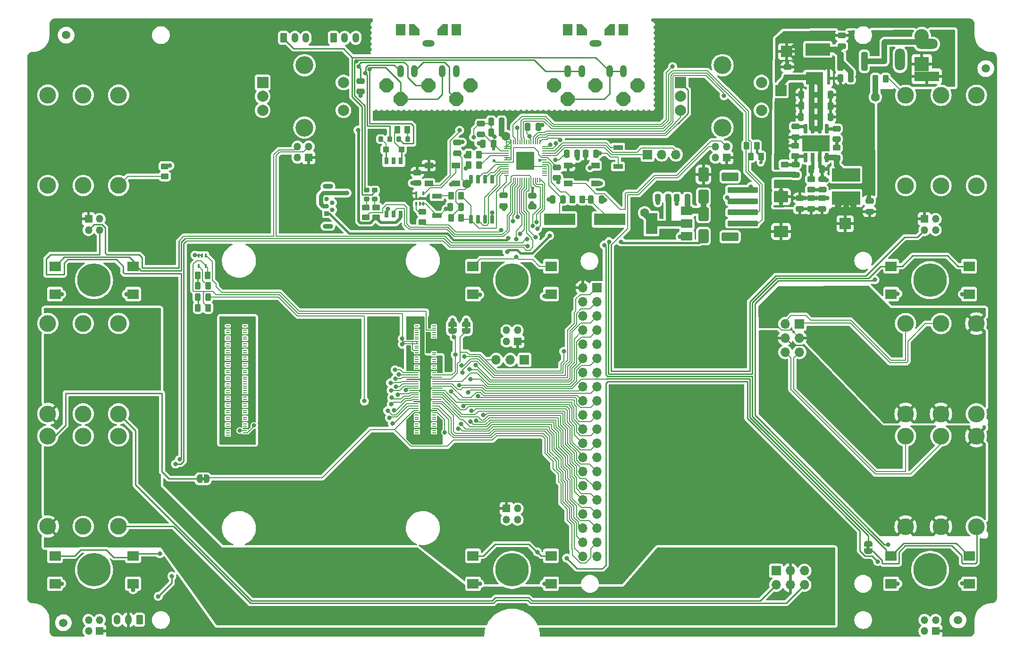
<source format=gbr>
%TF.GenerationSoftware,KiCad,Pcbnew,7.0.9-7.0.9~ubuntu23.04.1*%
%TF.CreationDate,2024-01-07T22:17:36+00:00*%
%TF.ProjectId,pedalboard-hw,70656461-6c62-46f6-9172-642d68772e6b,3.2.0-RC1*%
%TF.SameCoordinates,Original*%
%TF.FileFunction,Copper,L1,Top*%
%TF.FilePolarity,Positive*%
%FSLAX46Y46*%
G04 Gerber Fmt 4.6, Leading zero omitted, Abs format (unit mm)*
G04 Created by KiCad (PCBNEW 7.0.9-7.0.9~ubuntu23.04.1) date 2024-01-07 22:17:36*
%MOMM*%
%LPD*%
G01*
G04 APERTURE LIST*
G04 Aperture macros list*
%AMRoundRect*
0 Rectangle with rounded corners*
0 $1 Rounding radius*
0 $2 $3 $4 $5 $6 $7 $8 $9 X,Y pos of 4 corners*
0 Add a 4 corners polygon primitive as box body*
4,1,4,$2,$3,$4,$5,$6,$7,$8,$9,$2,$3,0*
0 Add four circle primitives for the rounded corners*
1,1,$1+$1,$2,$3*
1,1,$1+$1,$4,$5*
1,1,$1+$1,$6,$7*
1,1,$1+$1,$8,$9*
0 Add four rect primitives between the rounded corners*
20,1,$1+$1,$2,$3,$4,$5,0*
20,1,$1+$1,$4,$5,$6,$7,0*
20,1,$1+$1,$6,$7,$8,$9,0*
20,1,$1+$1,$8,$9,$2,$3,0*%
%AMOutline5P*
0 Free polygon, 5 corners , with rotation*
0 The origin of the aperture is its center*
0 number of corners: always 5*
0 $1 to $10 corner X, Y*
0 $11 Rotation angle, in degrees counterclockwise*
0 create outline with 5 corners*
4,1,5,$1,$2,$3,$4,$5,$6,$7,$8,$9,$10,$1,$2,$11*%
%AMOutline6P*
0 Free polygon, 6 corners , with rotation*
0 The origin of the aperture is its center*
0 number of corners: always 6*
0 $1 to $12 corner X, Y*
0 $13 Rotation angle, in degrees counterclockwise*
0 create outline with 6 corners*
4,1,6,$1,$2,$3,$4,$5,$6,$7,$8,$9,$10,$11,$12,$1,$2,$13*%
%AMOutline7P*
0 Free polygon, 7 corners , with rotation*
0 The origin of the aperture is its center*
0 number of corners: always 7*
0 $1 to $14 corner X, Y*
0 $15 Rotation angle, in degrees counterclockwise*
0 create outline with 7 corners*
4,1,7,$1,$2,$3,$4,$5,$6,$7,$8,$9,$10,$11,$12,$13,$14,$1,$2,$15*%
%AMOutline8P*
0 Free polygon, 8 corners , with rotation*
0 The origin of the aperture is its center*
0 number of corners: always 8*
0 $1 to $16 corner X, Y*
0 $17 Rotation angle, in degrees counterclockwise*
0 create outline with 8 corners*
4,1,8,$1,$2,$3,$4,$5,$6,$7,$8,$9,$10,$11,$12,$13,$14,$15,$16,$1,$2,$17*%
%AMFreePoly0*
4,1,19,0.500000,-0.750000,0.000000,-0.750000,0.000000,-0.744911,-0.071157,-0.744911,-0.207708,-0.704816,-0.327430,-0.627875,-0.420627,-0.520320,-0.479746,-0.390866,-0.500000,-0.250000,-0.500000,0.250000,-0.479746,0.390866,-0.420627,0.520320,-0.327430,0.627875,-0.207708,0.704816,-0.071157,0.744911,0.000000,0.744911,0.000000,0.750000,0.500000,0.750000,0.500000,-0.750000,0.500000,-0.750000,
$1*%
%AMFreePoly1*
4,1,19,0.000000,0.744911,0.071157,0.744911,0.207708,0.704816,0.327430,0.627875,0.420627,0.520320,0.479746,0.390866,0.500000,0.250000,0.500000,-0.250000,0.479746,-0.390866,0.420627,-0.520320,0.327430,-0.627875,0.207708,-0.704816,0.071157,-0.744911,0.000000,-0.744911,0.000000,-0.750000,-0.500000,-0.750000,-0.500000,0.750000,0.000000,0.750000,0.000000,0.744911,0.000000,0.744911,
$1*%
G04 Aperture macros list end*
%TA.AperFunction,SMDPad,CuDef*%
%ADD10R,2.000000X2.000000*%
%TD*%
%TA.AperFunction,SMDPad,CuDef*%
%ADD11RoundRect,0.250000X0.262500X0.450000X-0.262500X0.450000X-0.262500X-0.450000X0.262500X-0.450000X0*%
%TD*%
%TA.AperFunction,SMDPad,CuDef*%
%ADD12RoundRect,0.250000X-0.250000X-0.475000X0.250000X-0.475000X0.250000X0.475000X-0.250000X0.475000X0*%
%TD*%
%TA.AperFunction,SMDPad,CuDef*%
%ADD13C,1.500000*%
%TD*%
%TA.AperFunction,SMDPad,CuDef*%
%ADD14RoundRect,0.250000X-0.262500X-0.450000X0.262500X-0.450000X0.262500X0.450000X-0.262500X0.450000X0*%
%TD*%
%TA.AperFunction,ComponentPad*%
%ADD15O,1.200000X2.200000*%
%TD*%
%TA.AperFunction,ComponentPad*%
%ADD16O,2.200000X1.200000*%
%TD*%
%TA.AperFunction,SMDPad,CuDef*%
%ADD17RoundRect,0.250000X0.475000X-0.250000X0.475000X0.250000X-0.475000X0.250000X-0.475000X-0.250000X0*%
%TD*%
%TA.AperFunction,SMDPad,CuDef*%
%ADD18RoundRect,0.250000X-0.650000X1.000000X-0.650000X-1.000000X0.650000X-1.000000X0.650000X1.000000X0*%
%TD*%
%TA.AperFunction,ComponentPad*%
%ADD19C,3.000000*%
%TD*%
%TA.AperFunction,ComponentPad*%
%ADD20R,4.400000X1.800000*%
%TD*%
%TA.AperFunction,ComponentPad*%
%ADD21O,4.000000X1.800000*%
%TD*%
%TA.AperFunction,ComponentPad*%
%ADD22O,1.800000X4.000000*%
%TD*%
%TA.AperFunction,SMDPad,CuDef*%
%ADD23R,2.000000X1.500000*%
%TD*%
%TA.AperFunction,SMDPad,CuDef*%
%ADD24R,2.000000X3.800000*%
%TD*%
%TA.AperFunction,ComponentPad*%
%ADD25R,2.600000X2.600000*%
%TD*%
%TA.AperFunction,ComponentPad*%
%ADD26C,2.600000*%
%TD*%
%TA.AperFunction,SMDPad,CuDef*%
%ADD27RoundRect,0.250000X0.250000X0.475000X-0.250000X0.475000X-0.250000X-0.475000X0.250000X-0.475000X0*%
%TD*%
%TA.AperFunction,ComponentPad*%
%ADD28R,1.350000X1.350000*%
%TD*%
%TA.AperFunction,ComponentPad*%
%ADD29O,1.350000X1.350000*%
%TD*%
%TA.AperFunction,SMDPad,CuDef*%
%ADD30R,1.700000X0.900000*%
%TD*%
%TA.AperFunction,SMDPad,CuDef*%
%ADD31FreePoly0,0.000000*%
%TD*%
%TA.AperFunction,SMDPad,CuDef*%
%ADD32FreePoly1,0.000000*%
%TD*%
%TA.AperFunction,SMDPad,CuDef*%
%ADD33R,1.500000X1.000000*%
%TD*%
%TA.AperFunction,SMDPad,CuDef*%
%ADD34RoundRect,0.250000X1.025000X-0.787500X1.025000X0.787500X-1.025000X0.787500X-1.025000X-0.787500X0*%
%TD*%
%TA.AperFunction,ComponentPad*%
%ADD35R,1.700000X1.700000*%
%TD*%
%TA.AperFunction,ComponentPad*%
%ADD36O,1.700000X1.700000*%
%TD*%
%TA.AperFunction,SMDPad,CuDef*%
%ADD37RoundRect,0.250000X0.450000X-0.262500X0.450000X0.262500X-0.450000X0.262500X-0.450000X-0.262500X0*%
%TD*%
%TA.AperFunction,SMDPad,CuDef*%
%ADD38R,2.000000X1.800000*%
%TD*%
%TA.AperFunction,ComponentPad*%
%ADD39R,0.840000X0.840000*%
%TD*%
%TA.AperFunction,ComponentPad*%
%ADD40C,0.840000*%
%TD*%
%TA.AperFunction,ComponentPad*%
%ADD41O,1.850000X0.850000*%
%TD*%
%TA.AperFunction,ComponentPad*%
%ADD42Outline8P,-1.250000X0.517767X-0.517767X1.250000X0.517767X1.250000X1.250000X0.517767X1.250000X-0.517767X0.517767X-1.250000X-0.517767X-1.250000X-1.250000X-0.517767X180.000000*%
%TD*%
%TA.AperFunction,ComponentPad*%
%ADD43Outline8P,-1.250000X0.517767X-0.517767X1.250000X0.517767X1.250000X1.250000X0.517767X1.250000X-0.517767X0.517767X-1.250000X-0.517767X-1.250000X-1.250000X-0.517767X270.000000*%
%TD*%
%TA.AperFunction,ComponentPad*%
%ADD44Outline5P,-0.900000X1.000000X0.900000X1.000000X0.900000X-0.100000X0.000000X-1.000000X-0.900000X-1.000000X180.000000*%
%TD*%
%TA.AperFunction,ComponentPad*%
%ADD45R,1.800000X2.000000*%
%TD*%
%TA.AperFunction,ComponentPad*%
%ADD46Outline5P,-0.900000X1.000000X0.900000X1.000000X0.900000X-1.000000X0.000000X-1.000000X-0.900000X-0.100000X180.000000*%
%TD*%
%TA.AperFunction,SMDPad,CuDef*%
%ADD47RoundRect,0.250000X-0.475000X0.250000X-0.475000X-0.250000X0.475000X-0.250000X0.475000X0.250000X0*%
%TD*%
%TA.AperFunction,ComponentPad*%
%ADD48R,2.000000X2.000000*%
%TD*%
%TA.AperFunction,ComponentPad*%
%ADD49C,2.000000*%
%TD*%
%TA.AperFunction,ComponentPad*%
%ADD50C,3.200000*%
%TD*%
%TA.AperFunction,SMDPad,CuDef*%
%ADD51RoundRect,0.150000X-0.150000X0.737500X-0.150000X-0.737500X0.150000X-0.737500X0.150000X0.737500X0*%
%TD*%
%TA.AperFunction,ComponentPad*%
%ADD52C,0.500000*%
%TD*%
%TA.AperFunction,SMDPad,CuDef*%
%ADD53R,4.900000X2.950000*%
%TD*%
%TA.AperFunction,SMDPad,CuDef*%
%ADD54R,3.150000X2.200000*%
%TD*%
%TA.AperFunction,SMDPad,CuDef*%
%ADD55R,0.600000X2.200000*%
%TD*%
%TA.AperFunction,SMDPad,CuDef*%
%ADD56R,4.400000X2.200000*%
%TD*%
%TA.AperFunction,SMDPad,CuDef*%
%ADD57FreePoly0,90.000000*%
%TD*%
%TA.AperFunction,SMDPad,CuDef*%
%ADD58FreePoly1,90.000000*%
%TD*%
%TA.AperFunction,SMDPad,CuDef*%
%ADD59R,0.800000X1.300000*%
%TD*%
%TA.AperFunction,SMDPad,CuDef*%
%ADD60RoundRect,0.050000X0.050000X-0.387500X0.050000X0.387500X-0.050000X0.387500X-0.050000X-0.387500X0*%
%TD*%
%TA.AperFunction,SMDPad,CuDef*%
%ADD61RoundRect,0.050000X0.387500X-0.050000X0.387500X0.050000X-0.387500X0.050000X-0.387500X-0.050000X0*%
%TD*%
%TA.AperFunction,ComponentPad*%
%ADD62C,0.600000*%
%TD*%
%TA.AperFunction,SMDPad,CuDef*%
%ADD63RoundRect,0.144000X1.456000X-1.456000X1.456000X1.456000X-1.456000X1.456000X-1.456000X-1.456000X0*%
%TD*%
%TA.AperFunction,SMDPad,CuDef*%
%ADD64RoundRect,0.243750X0.243750X0.456250X-0.243750X0.456250X-0.243750X-0.456250X0.243750X-0.456250X0*%
%TD*%
%TA.AperFunction,SMDPad,CuDef*%
%ADD65RoundRect,0.250000X0.650000X-1.000000X0.650000X1.000000X-0.650000X1.000000X-0.650000X-1.000000X0*%
%TD*%
%TA.AperFunction,SMDPad,CuDef*%
%ADD66RoundRect,0.250000X-0.450000X0.262500X-0.450000X-0.262500X0.450000X-0.262500X0.450000X0.262500X0*%
%TD*%
%TA.AperFunction,SMDPad,CuDef*%
%ADD67RoundRect,0.218750X-0.218750X-0.256250X0.218750X-0.256250X0.218750X0.256250X-0.218750X0.256250X0*%
%TD*%
%TA.AperFunction,SMDPad,CuDef*%
%ADD68RoundRect,0.250000X0.300000X0.300000X-0.300000X0.300000X-0.300000X-0.300000X0.300000X-0.300000X0*%
%TD*%
%TA.AperFunction,SMDPad,CuDef*%
%ADD69RoundRect,0.218750X0.218750X0.256250X-0.218750X0.256250X-0.218750X-0.256250X0.218750X-0.256250X0*%
%TD*%
%TA.AperFunction,SMDPad,CuDef*%
%ADD70RoundRect,0.250000X0.312500X1.450000X-0.312500X1.450000X-0.312500X-1.450000X0.312500X-1.450000X0*%
%TD*%
%TA.AperFunction,SMDPad,CuDef*%
%ADD71R,5.600000X2.100000*%
%TD*%
%TA.AperFunction,SMDPad,CuDef*%
%ADD72RoundRect,0.150000X0.150000X-0.650000X0.150000X0.650000X-0.150000X0.650000X-0.150000X-0.650000X0*%
%TD*%
%TA.AperFunction,SMDPad,CuDef*%
%ADD73R,0.700000X0.200000*%
%TD*%
%TA.AperFunction,SMDPad,CuDef*%
%ADD74RoundRect,0.218750X-0.256250X0.218750X-0.256250X-0.218750X0.256250X-0.218750X0.256250X0.218750X0*%
%TD*%
%TA.AperFunction,SMDPad,CuDef*%
%ADD75R,0.400000X0.650000*%
%TD*%
%TA.AperFunction,SMDPad,CuDef*%
%ADD76R,5.100000X2.350000*%
%TD*%
%TA.AperFunction,SMDPad,CuDef*%
%ADD77RoundRect,0.250000X2.500000X-0.250000X2.500000X0.250000X-2.500000X0.250000X-2.500000X-0.250000X0*%
%TD*%
%TA.AperFunction,SMDPad,CuDef*%
%ADD78RoundRect,0.250000X1.250000X-0.550000X1.250000X0.550000X-1.250000X0.550000X-1.250000X-0.550000X0*%
%TD*%
%TA.AperFunction,WasherPad*%
%ADD79C,6.000000*%
%TD*%
%TA.AperFunction,ComponentPad*%
%ADD80RoundRect,0.250000X-0.350000X-0.625000X0.350000X-0.625000X0.350000X0.625000X-0.350000X0.625000X0*%
%TD*%
%TA.AperFunction,ComponentPad*%
%ADD81O,1.200000X1.750000*%
%TD*%
%TA.AperFunction,ComponentPad*%
%ADD82RoundRect,0.250000X0.350000X0.625000X-0.350000X0.625000X-0.350000X-0.625000X0.350000X-0.625000X0*%
%TD*%
%TA.AperFunction,ViaPad*%
%ADD83C,0.800000*%
%TD*%
%TA.AperFunction,ViaPad*%
%ADD84C,1.600000*%
%TD*%
%TA.AperFunction,ViaPad*%
%ADD85C,0.600000*%
%TD*%
%TA.AperFunction,Conductor*%
%ADD86C,0.200000*%
%TD*%
%TA.AperFunction,Conductor*%
%ADD87C,0.250000*%
%TD*%
%TA.AperFunction,Conductor*%
%ADD88C,0.600000*%
%TD*%
%TA.AperFunction,Conductor*%
%ADD89C,1.000000*%
%TD*%
%TA.AperFunction,Conductor*%
%ADD90C,0.500000*%
%TD*%
%TA.AperFunction,Conductor*%
%ADD91C,0.400000*%
%TD*%
%TA.AperFunction,Conductor*%
%ADD92C,0.770000*%
%TD*%
G04 APERTURE END LIST*
%TA.AperFunction,EtchedComponent*%
%TO.C,JP3*%
G36*
X49800000Y-102950000D02*
G01*
X49300000Y-102950000D01*
X49300000Y-102350000D01*
X49800000Y-102350000D01*
X49800000Y-102950000D01*
G37*
%TD.AperFunction*%
%TA.AperFunction,EtchedComponent*%
%TO.C,JP4*%
G36*
X169200000Y-115250000D02*
G01*
X168600000Y-115250000D01*
X168600000Y-114750000D01*
X169200000Y-114750000D01*
X169200000Y-115250000D01*
G37*
%TD.AperFunction*%
%TA.AperFunction,EtchedComponent*%
%TO.C,JP2*%
G36*
X97100000Y-75750000D02*
G01*
X96500000Y-75750000D01*
X96500000Y-75250000D01*
X97100000Y-75250000D01*
X97100000Y-75750000D01*
G37*
%TD.AperFunction*%
%TA.AperFunction,EtchedComponent*%
%TO.C,JP1*%
G36*
X94600000Y-75750000D02*
G01*
X94000000Y-75750000D01*
X94000000Y-75250000D01*
X94600000Y-75250000D01*
X94600000Y-75750000D01*
G37*
%TD.AperFunction*%
%TD*%
D10*
%TO.P,TP3,1,1*%
%TO.N,+5VP*%
X164760000Y-56860000D03*
%TD*%
D11*
%TO.P,R18,1*%
%TO.N,+3V3*%
X149652500Y-44810000D03*
%TO.P,R18,2*%
%TO.N,/MIDI/I2C_SCL*%
X147827500Y-44810000D03*
%TD*%
D12*
%TO.P,C23,1*%
%TO.N,+3V3*%
X114800000Y-44270000D03*
%TO.P,C23,2*%
%TO.N,GND*%
X116700000Y-44270000D03*
%TD*%
D13*
%TO.P,FID1,*%
%TO.N,*%
X25000000Y-23000000D03*
%TD*%
D14*
%TO.P,R10,1*%
%TO.N,/Connectivity/USB2_N*%
X97227500Y-44460000D03*
%TO.P,R10,2*%
%TO.N,Net-(U3-USB_DM)*%
X99052500Y-44460000D03*
%TD*%
D15*
%TO.P,J3,R*%
%TO.N,Net-(J26-Pin_1)*%
X125000000Y-29500000D03*
%TO.P,J3,RN*%
X122500000Y-29500000D03*
D16*
%TO.P,J3,S*%
%TO.N,GND*%
X120000000Y-24500000D03*
D15*
%TO.P,J3,T*%
%TO.N,Net-(J26-Pin_3)*%
X115000000Y-29500000D03*
%TO.P,J3,TN*%
X117500000Y-29500000D03*
%TD*%
D17*
%TO.P,C21,1*%
%TO.N,+1V1*%
X99440000Y-40800000D03*
%TO.P,C21,2*%
%TO.N,GND*%
X99440000Y-38900000D03*
%TD*%
%TO.P,C29,1*%
%TO.N,+5VP*%
X155840000Y-48110000D03*
%TO.P,C29,2*%
%TO.N,Net-(U6-FB)*%
X155840000Y-46210000D03*
%TD*%
D13*
%TO.P,FID2,*%
%TO.N,*%
X190000000Y-29000000D03*
%TD*%
D10*
%TO.P,TP1,1,1*%
%TO.N,/Power Supply/polarity_checked*%
X153220000Y-32930000D03*
%TD*%
D18*
%TO.P,D4,1,K*%
%TO.N,/Power Supply/ored*%
X139330000Y-55100000D03*
%TO.P,D4,2,A*%
%TO.N,VBUS*%
X139330000Y-59100000D03*
%TD*%
D14*
%TO.P,R9,1*%
%TO.N,+3V3*%
X94025000Y-55850000D03*
%TO.P,R9,2*%
%TO.N,/MIDI/QSPI_SS*%
X95850000Y-55850000D03*
%TD*%
D19*
%TO.P,J8,R*%
%TO.N,/MIDI/A_EXP2*%
X28050000Y-50000000D03*
%TO.P,J8,RN*%
%TO.N,GND*%
X28050000Y-33770000D03*
%TO.P,J8,S*%
X21700000Y-50000000D03*
%TO.P,J8,SN*%
%TO.N,unconnected-(J8-PadSN)*%
X21700000Y-33770000D03*
%TO.P,J8,T*%
%TO.N,Net-(J8-PadT)*%
X34400000Y-50000000D03*
%TO.P,J8,TN*%
%TO.N,unconnected-(J8-PadTN)*%
X34400000Y-33770000D03*
%TD*%
%TO.P,J19,R*%
%TO.N,unconnected-(J19-PadR)*%
X28050000Y-111200000D03*
%TO.P,J19,RN*%
%TO.N,unconnected-(J19-PadRN)*%
X28050000Y-94970000D03*
%TO.P,J19,S*%
%TO.N,/Audio/GND_out*%
X21700000Y-111200000D03*
%TO.P,J19,SN*%
%TO.N,Net-(JP3-A)*%
X21700000Y-94970000D03*
%TO.P,J19,T*%
%TO.N,Net-(J27-out_L)*%
X34400000Y-111200000D03*
%TO.P,J19,TN*%
%TO.N,unconnected-(J19-PadTN)*%
X34400000Y-94970000D03*
%TD*%
D17*
%TO.P,C28,1*%
%TO.N,+5VP*%
X156650000Y-54170000D03*
%TO.P,C28,2*%
%TO.N,GND*%
X156650000Y-52270000D03*
%TD*%
D20*
%TO.P,J7,1*%
%TO.N,GND*%
X179400000Y-30400000D03*
D21*
%TO.P,J7,2*%
%TO.N,/Power Supply/unfused*%
X179400000Y-24600000D03*
D22*
%TO.P,J7,3*%
%TO.N,unconnected-(J7-Pad3)*%
X174600000Y-27400000D03*
%TD*%
D23*
%TO.P,U5,1,GND*%
%TO.N,GND*%
X136320000Y-59150000D03*
%TO.P,U5,2,VO*%
%TO.N,+3V3*%
X136320000Y-56850000D03*
D24*
X130020000Y-56850000D03*
D23*
%TO.P,U5,3,VI*%
%TO.N,/Power Supply/ored*%
X136320000Y-54550000D03*
%TD*%
D25*
%TO.P,J6,1,Pin_1*%
%TO.N,GND*%
X178500000Y-28210000D03*
D26*
%TO.P,J6,2,Pin_2*%
%TO.N,/Power Supply/unfused*%
X178500000Y-23210000D03*
%TD*%
D27*
%TO.P,C24,1*%
%TO.N,+3V3*%
X133040000Y-52220000D03*
%TO.P,C24,2*%
%TO.N,GND*%
X131140000Y-52220000D03*
%TD*%
D28*
%TO.P,J9,1,Pin_1*%
%TO.N,+5VP*%
X29000000Y-56000000D03*
D29*
%TO.P,J9,2,Pin_2*%
%TO.N,GND*%
X31000000Y-56000000D03*
%TO.P,J9,3,Pin_3*%
%TO.N,Net-(J10-Pin_4)*%
X29000000Y-58000000D03*
%TO.P,J9,4,Pin_4*%
%TO.N,Net-(J23-Pin_3)*%
X31000000Y-58000000D03*
%TD*%
D30*
%TO.P,SW4,1,1*%
%TO.N,GND*%
X124010000Y-46560000D03*
%TO.P,SW4,2,2*%
%TO.N,Net-(U3-RUN)*%
X124010000Y-43160000D03*
%TD*%
D14*
%TO.P,R6,1*%
%TO.N,/Connectivity/USB2_P*%
X97227500Y-46360000D03*
%TO.P,R6,2*%
%TO.N,Net-(U3-USB_DP)*%
X99052500Y-46360000D03*
%TD*%
D27*
%TO.P,C15,1*%
%TO.N,+3V3*%
X95837500Y-53850000D03*
%TO.P,C15,2*%
%TO.N,GND*%
X93937500Y-53850000D03*
%TD*%
D31*
%TO.P,JP3,1,A*%
%TO.N,Net-(JP3-A)*%
X48900000Y-102650000D03*
D32*
%TO.P,JP3,2,B*%
%TO.N,/Audio/audio_out_stereo*%
X50200000Y-102650000D03*
%TD*%
D33*
%TO.P,D3,1,VSS*%
%TO.N,GND*%
X119950000Y-49600000D03*
%TO.P,D3,2,DIN*%
%TO.N,Net-(D2-DOUT)*%
X119950000Y-46400000D03*
%TO.P,D3,3,VDD*%
%TO.N,+5VP*%
X115050000Y-46400000D03*
%TO.P,D3,4,DOUT*%
%TO.N,Net-(D3-DOUT)*%
X115050000Y-49600000D03*
%TD*%
D34*
%TO.P,C33,1*%
%TO.N,+5VP*%
X153270000Y-58242500D03*
%TO.P,C33,2*%
%TO.N,GND*%
X153270000Y-52017500D03*
%TD*%
D14*
%TO.P,R8,1*%
%TO.N,/MIDI/~{USB_BOOT}*%
X94025000Y-51850000D03*
%TO.P,R8,2*%
%TO.N,/MIDI/QSPI_SS*%
X95850000Y-51850000D03*
%TD*%
D19*
%TO.P,J20,R*%
%TO.N,unconnected-(J20-PadR)*%
X28050000Y-91000000D03*
%TO.P,J20,RN*%
%TO.N,unconnected-(J20-PadRN)*%
X28050000Y-74770000D03*
%TO.P,J20,S*%
%TO.N,/Audio/GND_out*%
X21700000Y-91000000D03*
%TO.P,J20,SN*%
%TO.N,unconnected-(J20-PadSN)*%
X21700000Y-74770000D03*
%TO.P,J20,T*%
%TO.N,Net-(J27-out_R)*%
X34400000Y-91000000D03*
%TO.P,J20,TN*%
%TO.N,unconnected-(J20-PadTN)*%
X34400000Y-74770000D03*
%TD*%
%TO.P,J22,R*%
%TO.N,/Audio/in_L-*%
X181950000Y-94995000D03*
%TO.P,J22,RN*%
%TO.N,/Audio/GND_in_L*%
X181950000Y-111225000D03*
%TO.P,J22,S*%
X188300000Y-94995000D03*
%TO.P,J22,SN*%
%TO.N,Net-(JP4-A)*%
X188300000Y-111225000D03*
%TO.P,J22,T*%
%TO.N,/Audio/in_L+*%
X175600000Y-94995000D03*
%TO.P,J22,TN*%
%TO.N,/Audio/GND_in_L*%
X175600000Y-111225000D03*
%TD*%
D35*
%TO.P,J12,1,Pin_1*%
%TO.N,/MIDI/SWCLK*%
X129315000Y-44450000D03*
D36*
%TO.P,J12,2,Pin_2*%
%TO.N,GND*%
X131855000Y-44450000D03*
%TO.P,J12,3,Pin_3*%
%TO.N,/MIDI/SWD*%
X134395000Y-44450000D03*
%TD*%
D12*
%TO.P,C34,1*%
%TO.N,Net-(U6-COMP)*%
X158690000Y-47110000D03*
%TO.P,C34,2*%
%TO.N,GND*%
X160590000Y-47110000D03*
%TD*%
D37*
%TO.P,R15,1*%
%TO.N,Net-(U6-FB)*%
X155830000Y-44682500D03*
%TO.P,R15,2*%
%TO.N,GND*%
X155830000Y-42857500D03*
%TD*%
D28*
%TO.P,J24,1,Pin_1*%
%TO.N,+5VP*%
X181000000Y-130000000D03*
D29*
%TO.P,J24,2,Pin_2*%
%TO.N,GND*%
X179000000Y-130000000D03*
%TO.P,J24,3,Pin_3*%
%TO.N,Net-(J15-Pin_4)*%
X181000000Y-128000000D03*
%TO.P,J24,4,Pin_4*%
%TO.N,Net-(J21-Pin_3)*%
X179000000Y-128000000D03*
%TD*%
D28*
%TO.P,J23,1,Pin_1*%
%TO.N,+5VP*%
X31000000Y-130000000D03*
D29*
%TO.P,J23,2,Pin_2*%
%TO.N,GND*%
X29000000Y-130000000D03*
%TO.P,J23,3,Pin_3*%
%TO.N,Net-(J23-Pin_3)*%
X31000000Y-128000000D03*
%TO.P,J23,4,Pin_4*%
%TO.N,Net-(J23-Pin_4)*%
X29000000Y-128000000D03*
%TD*%
D38*
%TO.P,SW6,1,1*%
%TO.N,/MIDI/SW_E*%
X98000000Y-64500000D03*
X112000000Y-64500000D03*
%TO.P,SW6,2,2*%
%TO.N,GND*%
X98000000Y-69500000D03*
X112000000Y-69500000D03*
%TD*%
D13*
%TO.P,FID4,*%
%TO.N,*%
X185000000Y-128000000D03*
%TD*%
D17*
%TO.P,C8,1*%
%TO.N,/Power Supply/polarity_checked*%
X154420000Y-30620000D03*
%TO.P,C8,2*%
%TO.N,GND*%
X154420000Y-28720000D03*
%TD*%
%TO.P,C37,1*%
%TO.N,+5VP*%
X169130000Y-54680000D03*
%TO.P,C37,2*%
%TO.N,GND*%
X169130000Y-52780000D03*
%TD*%
D28*
%TO.P,J17,1,Pin_1*%
%TO.N,+5VP*%
X106000000Y-78000000D03*
D29*
%TO.P,J17,2,Pin_2*%
%TO.N,GND*%
X104000000Y-78000000D03*
%TO.P,J17,3,Pin_3*%
%TO.N,Net-(J17-Pin_3)*%
X106000000Y-76000000D03*
%TO.P,J17,4,Pin_4*%
%TO.N,Net-(J10-Pin_3)*%
X104000000Y-76000000D03*
%TD*%
D37*
%TO.P,R7,1*%
%TO.N,/LEDs/RGB_DATA*%
X88910000Y-56542500D03*
%TO.P,R7,2*%
%TO.N,Net-(U1-A)*%
X88910000Y-54717500D03*
%TD*%
D39*
%TO.P,J11,1,VBUS*%
%TO.N,VBUS*%
X71740000Y-55030000D03*
D40*
%TO.P,J11,2,D-*%
%TO.N,/Connectivity/USB2_N*%
X72740000Y-54380000D03*
%TO.P,J11,3,D+*%
%TO.N,/Connectivity/USB2_P*%
X71740000Y-53730000D03*
%TO.P,J11,4,ID*%
%TO.N,unconnected-(J11-ID-Pad4)*%
X72740000Y-53080000D03*
%TO.P,J11,5,GND*%
%TO.N,GND*%
X71740000Y-52430000D03*
D41*
%TO.P,J11,6,Shield*%
X71960000Y-57305000D03*
X71960000Y-50155000D03*
%TD*%
D30*
%TO.P,SW3,1,1*%
%TO.N,GND*%
X91510000Y-55350000D03*
%TO.P,SW3,2,2*%
%TO.N,/MIDI/~{USB_BOOT}*%
X91510000Y-51950000D03*
%TD*%
D37*
%TO.P,R13,1*%
%TO.N,/Power Supply/switch*%
X163210000Y-45042500D03*
%TO.P,R13,2*%
%TO.N,Net-(C30-Pad1)*%
X163210000Y-43217500D03*
%TD*%
D17*
%TO.P,C32,1*%
%TO.N,+5VP*%
X160620000Y-54170000D03*
%TO.P,C32,2*%
%TO.N,GND*%
X160620000Y-52270000D03*
%TD*%
D19*
%TO.P,J5,R*%
%TO.N,/MIDI/A_EXP1*%
X181965000Y-33800000D03*
%TO.P,J5,RN*%
%TO.N,GND*%
X181965000Y-50030000D03*
%TO.P,J5,S*%
X188315000Y-33800000D03*
%TO.P,J5,SN*%
%TO.N,unconnected-(J5-PadSN)*%
X188315000Y-50030000D03*
%TO.P,J5,T*%
%TO.N,Net-(J5-PadT)*%
X175615000Y-33800000D03*
%TO.P,J5,TN*%
%TO.N,unconnected-(J5-PadTN)*%
X175615000Y-50030000D03*
%TD*%
D17*
%TO.P,C30,1*%
%TO.N,Net-(C30-Pad1)*%
X163210000Y-41670000D03*
%TO.P,C30,2*%
%TO.N,Net-(U6-BST)*%
X163210000Y-39770000D03*
%TD*%
D28*
%TO.P,J13,1,Pin_1*%
%TO.N,+5VP*%
X143500000Y-45000000D03*
D29*
%TO.P,J13,2,Pin_2*%
%TO.N,GND*%
X141500000Y-45000000D03*
%TO.P,J13,3,Pin_3*%
%TO.N,Net-(D3-DOUT)*%
X143500000Y-43000000D03*
%TO.P,J13,4,Pin_4*%
%TO.N,Net-(J13-Pin_4)*%
X141500000Y-43000000D03*
%TD*%
D42*
%TO.P,J4,1*%
%TO.N,unconnected-(J4-Pad1)*%
X112500000Y-32000000D03*
D43*
%TO.P,J4,2*%
%TO.N,GND*%
X120000000Y-32000000D03*
D42*
%TO.P,J4,3*%
%TO.N,unconnected-(J4-Pad3)*%
X127500000Y-32000000D03*
%TO.P,J4,4*%
%TO.N,Net-(J26-Pin_1)*%
X115000000Y-34500000D03*
%TO.P,J4,5*%
%TO.N,Net-(J26-Pin_3)*%
X125000000Y-34500000D03*
D44*
%TO.P,J4,PE*%
%TO.N,N/C*%
X122500000Y-22000000D03*
D45*
%TO.P,J4,PE1*%
X125000000Y-22000000D03*
%TO.P,J4,PE2*%
X115000000Y-22000000D03*
D46*
%TO.P,J4,PE@*%
X117500000Y-22000000D03*
%TD*%
D47*
%TO.P,C35,1*%
%TO.N,Net-(U6-SS)*%
X155840000Y-39420000D03*
%TO.P,C35,2*%
%TO.N,GND*%
X155840000Y-41320000D03*
%TD*%
D48*
%TO.P,SW1,A,A*%
%TO.N,/MIDI/ROT_VOL_A*%
X60250000Y-31500000D03*
D49*
%TO.P,SW1,B,B*%
%TO.N,/MIDI/ROT_VOL_B*%
X60250000Y-36500000D03*
%TO.P,SW1,C,C*%
%TO.N,GND*%
X60250000Y-34000000D03*
D50*
%TO.P,SW1,MP*%
%TO.N,N/C*%
X67750000Y-28400000D03*
X67750000Y-39600000D03*
D49*
%TO.P,SW1,S1,S1*%
%TO.N,/MIDI/SW_VOL*%
X74750000Y-36500000D03*
%TO.P,SW1,S2,S2*%
%TO.N,GND*%
X74750000Y-31500000D03*
%TD*%
D27*
%TO.P,C9,1*%
%TO.N,/Power Supply/polarity_checked*%
X158750000Y-35690000D03*
%TO.P,C9,2*%
%TO.N,GND*%
X156850000Y-35690000D03*
%TD*%
D51*
%TO.P,U6,1,BST*%
%TO.N,Net-(U6-BST)*%
X161425000Y-39837500D03*
%TO.P,U6,2,VIN*%
%TO.N,/Power Supply/polarity_checked*%
X160155000Y-39837500D03*
%TO.P,U6,3,EN*%
X158885000Y-39837500D03*
%TO.P,U6,4,SS*%
%TO.N,Net-(U6-SS)*%
X157615000Y-39837500D03*
%TO.P,U6,5,FB*%
%TO.N,Net-(U6-FB)*%
X157615000Y-44962500D03*
%TO.P,U6,6,COMP*%
%TO.N,Net-(U6-COMP)*%
X158885000Y-44962500D03*
%TO.P,U6,7,GND*%
%TO.N,GND*%
X160155000Y-44962500D03*
%TO.P,U6,8,SW*%
%TO.N,/Power Supply/switch*%
X161425000Y-44962500D03*
D52*
%TO.P,U6,9,EP*%
%TO.N,GND*%
X161470000Y-41750000D03*
X160170000Y-41750000D03*
X158870000Y-41750000D03*
X157570000Y-41750000D03*
D53*
X159520000Y-42400000D03*
D52*
X161470000Y-43050000D03*
X160170000Y-43050000D03*
X158870000Y-43050000D03*
X157570000Y-43050000D03*
%TD*%
D33*
%TO.P,D2,1,VSS*%
%TO.N,GND*%
X94950000Y-49600000D03*
%TO.P,D2,2,DIN*%
%TO.N,Net-(D2-DIN)*%
X94950000Y-46400000D03*
%TO.P,D2,3,VDD*%
%TO.N,+5VP*%
X90050000Y-46400000D03*
%TO.P,D2,4,DOUT*%
%TO.N,Net-(D2-DOUT)*%
X90050000Y-49600000D03*
%TD*%
D28*
%TO.P,J15,1,Pin_1*%
%TO.N,+5VP*%
X179000000Y-56000000D03*
D29*
%TO.P,J15,2,Pin_2*%
%TO.N,GND*%
X181000000Y-56000000D03*
%TO.P,J15,3,Pin_3*%
%TO.N,Net-(J13-Pin_4)*%
X179000000Y-58000000D03*
%TO.P,J15,4,Pin_4*%
%TO.N,Net-(J15-Pin_4)*%
X181000000Y-58000000D03*
%TD*%
D17*
%TO.P,C18,1*%
%TO.N,+3V3*%
X95140000Y-44200000D03*
%TO.P,C18,2*%
%TO.N,GND*%
X95140000Y-42300000D03*
%TD*%
D28*
%TO.P,J10,1,Pin_1*%
%TO.N,+5VP*%
X68500000Y-45000000D03*
D29*
%TO.P,J10,2,Pin_2*%
%TO.N,GND*%
X66500000Y-45000000D03*
%TO.P,J10,3,Pin_3*%
%TO.N,Net-(J10-Pin_3)*%
X68500000Y-43000000D03*
%TO.P,J10,4,Pin_4*%
%TO.N,Net-(J10-Pin_4)*%
X66500000Y-43000000D03*
%TD*%
D11*
%TO.P,R3,1*%
%TO.N,Net-(L4-Pad2)*%
X86202500Y-39980000D03*
%TO.P,R3,2*%
%TO.N,Net-(D1-K)*%
X84377500Y-39980000D03*
%TD*%
D47*
%TO.P,C11,1*%
%TO.N,+5VP*%
X88000000Y-47660000D03*
%TO.P,C11,2*%
%TO.N,GND*%
X88000000Y-49560000D03*
%TD*%
%TO.P,C19,1*%
%TO.N,+3V3*%
X103450000Y-51750000D03*
%TO.P,C19,2*%
%TO.N,GND*%
X103450000Y-53650000D03*
%TD*%
D54*
%TO.P,Q1,1-3*%
%TO.N,/Power Supply/polarity_checked*%
X159225000Y-30760000D03*
D55*
%TO.P,Q1,4*%
%TO.N,GND*%
X161765000Y-30760000D03*
D56*
%TO.P,Q1,5-8*%
%TO.N,/Power Supply/fused*%
X159860000Y-25560000D03*
%TD*%
D14*
%TO.P,R11,1*%
%TO.N,/MIDI/XOUT*%
X115787500Y-52500000D03*
%TO.P,R11,2*%
%TO.N,Net-(C26-Pad1)*%
X117612500Y-52500000D03*
%TD*%
D47*
%TO.P,C1,1*%
%TO.N,Net-(J25-Pin_2)*%
X77800000Y-31250000D03*
%TO.P,C1,2*%
%TO.N,GND*%
X77800000Y-33150000D03*
%TD*%
D12*
%TO.P,C3,1*%
%TO.N,/Power Supply/polarity_checked*%
X160280000Y-33730000D03*
%TO.P,C3,2*%
%TO.N,GND*%
X162180000Y-33730000D03*
%TD*%
D35*
%TO.P,J16,1,Pin_1*%
%TO.N,GND*%
X107225000Y-81300000D03*
D36*
%TO.P,J16,2,Pin_2*%
%TO.N,/Audio/CM4_GPIO14*%
X104685000Y-81300000D03*
%TO.P,J16,3,Pin_3*%
%TO.N,/Audio/CM4_GPIO15*%
X102145000Y-81300000D03*
%TD*%
D27*
%TO.P,C2,1*%
%TO.N,/Power Supply/fused*%
X165780000Y-30730000D03*
%TO.P,C2,2*%
%TO.N,GND*%
X163880000Y-30730000D03*
%TD*%
D19*
%TO.P,J18,R*%
%TO.N,/Audio/in_R-*%
X181950000Y-74780000D03*
%TO.P,J18,RN*%
%TO.N,/Audio/GND_in_R*%
X181950000Y-91010000D03*
%TO.P,J18,S*%
X188300000Y-74780000D03*
%TO.P,J18,SN*%
%TO.N,unconnected-(J18-PadSN)*%
X188300000Y-91010000D03*
%TO.P,J18,T*%
%TO.N,/Audio/in_R+*%
X175600000Y-74780000D03*
%TO.P,J18,TN*%
%TO.N,/Audio/GND_in_R*%
X175600000Y-91010000D03*
%TD*%
D17*
%TO.P,C4,1*%
%TO.N,/Power Supply/fused*%
X164170000Y-24980000D03*
%TO.P,C4,2*%
%TO.N,GND*%
X164170000Y-23080000D03*
%TD*%
%TO.P,C36,1*%
%TO.N,+5VP*%
X158630000Y-54180000D03*
%TO.P,C36,2*%
%TO.N,GND*%
X158630000Y-52280000D03*
%TD*%
D57*
%TO.P,JP4,1,A*%
%TO.N,Net-(JP4-A)*%
X168900000Y-115650000D03*
D58*
%TO.P,JP4,2,B*%
%TO.N,/Audio/audio_in_stereo*%
X168900000Y-114350000D03*
%TD*%
D38*
%TO.P,SW5,1,1*%
%TO.N,/MIDI/SW_D*%
X23000000Y-64500000D03*
X37000000Y-64500000D03*
%TO.P,SW5,2,2*%
%TO.N,GND*%
X23000000Y-69500000D03*
X37000000Y-69500000D03*
%TD*%
D59*
%TO.P,U2,1,A*%
%TO.N,Net-(D1-K)*%
X85020000Y-45590000D03*
%TO.P,U2,2,NC*%
%TO.N,unconnected-(U2-NC-Pad2)*%
X83750000Y-45590000D03*
%TO.P,U2,3,K*%
%TO.N,Net-(D1-A)*%
X82480000Y-45590000D03*
%TO.P,U2,4,GND*%
%TO.N,GND*%
X82480000Y-55090000D03*
%TO.P,U2,5,VO*%
%TO.N,/MIDI/EXT_MIDI_RX*%
X83750000Y-55090000D03*
%TO.P,U2,6,VDD*%
%TO.N,+3V3*%
X85020000Y-55090000D03*
%TD*%
D37*
%TO.P,R4,1*%
%TO.N,+3V3*%
X80630000Y-55752500D03*
%TO.P,R4,2*%
%TO.N,Net-(L3-Pad2)*%
X80630000Y-53927500D03*
%TD*%
D14*
%TO.P,R16,1*%
%TO.N,Net-(D6-A)*%
X48637500Y-71950000D03*
%TO.P,R16,2*%
%TO.N,/Audio/CM4_3V3*%
X50462500Y-71950000D03*
%TD*%
D57*
%TO.P,JP2,1,A*%
%TO.N,/Audio/CM4_GPIO15*%
X96800000Y-76150000D03*
D58*
%TO.P,JP2,2,B*%
%TO.N,Net-(JP2-B)*%
X96800000Y-74850000D03*
%TD*%
D57*
%TO.P,JP1,1,A*%
%TO.N,/Audio/CM4_GPIO14*%
X94300000Y-76150000D03*
D58*
%TO.P,JP1,2,B*%
%TO.N,Net-(JP1-B)*%
X94300000Y-74850000D03*
%TD*%
D60*
%TO.P,U3,1,IOVDD*%
%TO.N,+3V3*%
X104800000Y-49037500D03*
%TO.P,U3,2,GPIO0*%
%TO.N,/MIDI/EXT_MIDI_TX*%
X105200000Y-49037500D03*
%TO.P,U3,3,GPIO1*%
%TO.N,/MIDI/EXT_MIDI_RX*%
X105600000Y-49037500D03*
%TO.P,U3,4,GPIO2*%
%TO.N,/MIDI/SW_C*%
X106000000Y-49037500D03*
%TO.P,U3,5,GPIO3*%
%TO.N,/MIDI/SW_F*%
X106400000Y-49037500D03*
%TO.P,U3,6,GPIO4*%
%TO.N,/MIDI/SW_E*%
X106800000Y-49037500D03*
%TO.P,U3,7,GPIO5*%
%TO.N,/MIDI/SW_B*%
X107200000Y-49037500D03*
%TO.P,U3,8,GPIO6*%
%TO.N,/MIDI/SW_A*%
X107600000Y-49037500D03*
%TO.P,U3,9,GPIO7*%
%TO.N,/MIDI/SW_D*%
X108000000Y-49037500D03*
%TO.P,U3,10,IOVDD*%
%TO.N,+3V3*%
X108400000Y-49037500D03*
%TO.P,U3,11,GPIO8*%
%TO.N,Net-(JP2-B)*%
X108800000Y-49037500D03*
%TO.P,U3,12,GPIO9*%
%TO.N,Net-(JP1-B)*%
X109200000Y-49037500D03*
%TO.P,U3,13,GPIO10*%
%TO.N,unconnected-(U3-GPIO10-Pad13)*%
X109600000Y-49037500D03*
%TO.P,U3,14,GPIO11*%
%TO.N,/LEDs/RGB_DATA*%
X110000000Y-49037500D03*
D61*
%TO.P,U3,15,GPIO12*%
%TO.N,unconnected-(U3-GPIO12-Pad15)*%
X110837500Y-48200000D03*
%TO.P,U3,16,GPIO13*%
%TO.N,unconnected-(U3-GPIO13-Pad16)*%
X110837500Y-47800000D03*
%TO.P,U3,17,GPIO14*%
%TO.N,unconnected-(U3-GPIO14-Pad17)*%
X110837500Y-47400000D03*
%TO.P,U3,18,GPIO15*%
%TO.N,unconnected-(U3-GPIO15-Pad18)*%
X110837500Y-47000000D03*
%TO.P,U3,19,TESTEN*%
%TO.N,GND*%
X110837500Y-46600000D03*
%TO.P,U3,20,XIN*%
%TO.N,/MIDI/XIN*%
X110837500Y-46200000D03*
%TO.P,U3,21,XOUT*%
%TO.N,/MIDI/XOUT*%
X110837500Y-45800000D03*
%TO.P,U3,22,IOVDD*%
%TO.N,+3V3*%
X110837500Y-45400000D03*
%TO.P,U3,23,DVDD*%
%TO.N,+1V1*%
X110837500Y-45000000D03*
%TO.P,U3,24,SWCLK*%
%TO.N,/MIDI/SWCLK*%
X110837500Y-44600000D03*
%TO.P,U3,25,SWD*%
%TO.N,/MIDI/SWD*%
X110837500Y-44200000D03*
%TO.P,U3,26,RUN*%
%TO.N,Net-(U3-RUN)*%
X110837500Y-43800000D03*
%TO.P,U3,27,GPIO16*%
%TO.N,/MIDI/ROT_VOL_A*%
X110837500Y-43400000D03*
%TO.P,U3,28,GPIO17*%
%TO.N,/MIDI/ROT_VOL_B*%
X110837500Y-43000000D03*
D60*
%TO.P,U3,29,GPIO18*%
%TO.N,/MIDI/SW_VOL*%
X110000000Y-42162500D03*
%TO.P,U3,30,GPIO19*%
%TO.N,/MIDI/ROT_GAIN_A*%
X109600000Y-42162500D03*
%TO.P,U3,31,GPIO20*%
%TO.N,/MIDI/ROT_GAIN_B*%
X109200000Y-42162500D03*
%TO.P,U3,32,GPIO21*%
%TO.N,/MIDI/SW_GAIN*%
X108800000Y-42162500D03*
%TO.P,U3,33,IOVDD*%
%TO.N,+3V3*%
X108400000Y-42162500D03*
%TO.P,U3,34,GPIO22*%
%TO.N,unconnected-(U3-GPIO22-Pad34)*%
X108000000Y-42162500D03*
%TO.P,U3,35,GPIO23*%
%TO.N,unconnected-(U3-GPIO23-Pad35)*%
X107600000Y-42162500D03*
%TO.P,U3,36,GPIO24*%
%TO.N,/MIDI/I2C_SDA*%
X107200000Y-42162500D03*
%TO.P,U3,37,GPIO25*%
%TO.N,/MIDI/I2C_SCL*%
X106800000Y-42162500D03*
%TO.P,U3,38,GPIO26_ADC0*%
%TO.N,unconnected-(U3-GPIO26_ADC0-Pad38)*%
X106400000Y-42162500D03*
%TO.P,U3,39,GPIO27_ADC1*%
%TO.N,/MIDI/A_EXP2*%
X106000000Y-42162500D03*
%TO.P,U3,40,GPIO28_ADC2*%
%TO.N,/MIDI/A_EXP1*%
X105600000Y-42162500D03*
%TO.P,U3,41,GPIO29_ADC3*%
%TO.N,unconnected-(U3-GPIO29_ADC3-Pad41)*%
X105200000Y-42162500D03*
%TO.P,U3,42,IOVDD*%
%TO.N,+3V3*%
X104800000Y-42162500D03*
D61*
%TO.P,U3,43,ADC_AVDD*%
X103962500Y-43000000D03*
%TO.P,U3,44,VREG_IN*%
X103962500Y-43400000D03*
%TO.P,U3,45,VREG_VOUT*%
%TO.N,+1V1*%
X103962500Y-43800000D03*
%TO.P,U3,46,USB_DM*%
%TO.N,Net-(U3-USB_DM)*%
X103962500Y-44200000D03*
%TO.P,U3,47,USB_DP*%
%TO.N,Net-(U3-USB_DP)*%
X103962500Y-44600000D03*
%TO.P,U3,48,USB_VDD*%
%TO.N,+3V3*%
X103962500Y-45000000D03*
%TO.P,U3,49,IOVDD*%
X103962500Y-45400000D03*
%TO.P,U3,50,DVDD*%
%TO.N,+1V1*%
X103962500Y-45800000D03*
%TO.P,U3,51,QSPI_SD3*%
%TO.N,/MIDI/QSPI_SD3*%
X103962500Y-46200000D03*
%TO.P,U3,52,QSPI_SCLK*%
%TO.N,/MIDI/QSPI_SCLK*%
X103962500Y-46600000D03*
%TO.P,U3,53,QSPI_SD0*%
%TO.N,/MIDI/QSPI_SD0*%
X103962500Y-47000000D03*
%TO.P,U3,54,QSPI_SD2*%
%TO.N,/MIDI/QSPI_SD2*%
X103962500Y-47400000D03*
%TO.P,U3,55,QSPI_SD1*%
%TO.N,/MIDI/QSPI_SD1*%
X103962500Y-47800000D03*
%TO.P,U3,56,QSPI_SS*%
%TO.N,/MIDI/QSPI_SS*%
X103962500Y-48200000D03*
D62*
%TO.P,U3,57,GND*%
%TO.N,GND*%
X106125000Y-46875000D03*
X107400000Y-46875000D03*
X108675000Y-46875000D03*
X106125000Y-45600000D03*
X107400000Y-45600000D03*
D63*
X107400000Y-45600000D03*
D62*
X108675000Y-45600000D03*
X106125000Y-44325000D03*
X107400000Y-44325000D03*
X108675000Y-44325000D03*
%TD*%
D64*
%TO.P,D7,1,K*%
%TO.N,Net-(D7-K)*%
X50437500Y-68000000D03*
%TO.P,D7,2,A*%
%TO.N,Net-(D7-A)*%
X48562500Y-68000000D03*
%TD*%
D27*
%TO.P,C27,1*%
%TO.N,/Power Supply/ored*%
X136460000Y-52250000D03*
%TO.P,C27,2*%
%TO.N,GND*%
X134560000Y-52250000D03*
%TD*%
D12*
%TO.P,C10,1*%
%TO.N,/Power Supply/polarity_checked*%
X160260000Y-35710000D03*
%TO.P,C10,2*%
%TO.N,GND*%
X162160000Y-35710000D03*
%TD*%
D28*
%TO.P,J21,1,Pin_1*%
%TO.N,+5VP*%
X104000000Y-108000000D03*
D29*
%TO.P,J21,2,Pin_2*%
%TO.N,GND*%
X106000000Y-108000000D03*
%TO.P,J21,3,Pin_3*%
%TO.N,Net-(J21-Pin_3)*%
X104000000Y-110000000D03*
%TO.P,J21,4,Pin_4*%
%TO.N,Net-(J17-Pin_3)*%
X106000000Y-110000000D03*
%TD*%
D11*
%TO.P,R19,1*%
%TO.N,+3V3*%
X148892500Y-42890000D03*
%TO.P,R19,2*%
%TO.N,/MIDI/I2C_SDA*%
X147067500Y-42890000D03*
%TD*%
D65*
%TO.P,D5,1,K*%
%TO.N,/Power Supply/ored*%
X139340000Y-52027500D03*
%TO.P,D5,2,A*%
%TO.N,+5VP*%
X139340000Y-48027500D03*
%TD*%
D37*
%TO.P,R12,1*%
%TO.N,+5VP*%
X153910000Y-48042500D03*
%TO.P,R12,2*%
%TO.N,Net-(U6-FB)*%
X153910000Y-46217500D03*
%TD*%
D12*
%TO.P,C13,1*%
%TO.N,+3V3*%
X107790000Y-39460000D03*
%TO.P,C13,2*%
%TO.N,GND*%
X109690000Y-39460000D03*
%TD*%
D66*
%TO.P,R5,1*%
%TO.N,Net-(L2-Pad2)*%
X78730000Y-53927500D03*
%TO.P,R5,2*%
%TO.N,/MIDI/EXT_MIDI_TX*%
X78730000Y-55752500D03*
%TD*%
D67*
%TO.P,L4,1,1*%
%TO.N,Net-(J25-Pin_1)*%
X84702500Y-41660000D03*
%TO.P,L4,2,2*%
%TO.N,Net-(L4-Pad2)*%
X86277500Y-41660000D03*
%TD*%
D68*
%TO.P,D1,1,K*%
%TO.N,Net-(D1-K)*%
X85150000Y-43540000D03*
%TO.P,D1,2,A*%
%TO.N,Net-(D1-A)*%
X82350000Y-43540000D03*
%TD*%
D12*
%TO.P,C25,1*%
%TO.N,+5VP*%
X118200000Y-44270000D03*
%TO.P,C25,2*%
%TO.N,GND*%
X120100000Y-44270000D03*
%TD*%
D27*
%TO.P,C17,1*%
%TO.N,+3V3*%
X103140000Y-38540000D03*
%TO.P,C17,2*%
%TO.N,GND*%
X101240000Y-38540000D03*
%TD*%
D14*
%TO.P,R1,1*%
%TO.N,+3V3*%
X170187500Y-30830000D03*
%TO.P,R1,2*%
%TO.N,Net-(J5-PadT)*%
X172012500Y-30830000D03*
%TD*%
D69*
%TO.P,L1,1,1*%
%TO.N,Net-(J25-Pin_3)*%
X83037500Y-41660000D03*
%TO.P,L1,2,2*%
%TO.N,Net-(D1-A)*%
X81462500Y-41660000D03*
%TD*%
D27*
%TO.P,C22,1*%
%TO.N,/MIDI/XIN*%
X114150000Y-52500000D03*
%TO.P,C22,2*%
%TO.N,GND*%
X112250000Y-52500000D03*
%TD*%
D70*
%TO.P,F1,1*%
%TO.N,/Power Supply/unfused*%
X168207500Y-27710000D03*
%TO.P,F1,2*%
%TO.N,/Power Supply/fused*%
X163932500Y-27710000D03*
%TD*%
D71*
%TO.P,Y1,1,1*%
%TO.N,/MIDI/XIN*%
X113500000Y-56100000D03*
%TO.P,Y1,2,2*%
%TO.N,Net-(C26-Pad1)*%
X122500000Y-56100000D03*
%TD*%
D38*
%TO.P,SW10,1,1*%
%TO.N,/MIDI/SW_C*%
X173000000Y-116500000D03*
X187000000Y-116500000D03*
%TO.P,SW10,2,2*%
%TO.N,GND*%
X173000000Y-121500000D03*
X187000000Y-121500000D03*
%TD*%
D72*
%TO.P,U4,1,~{CS}*%
%TO.N,/MIDI/QSPI_SS*%
X97595000Y-56050000D03*
%TO.P,U4,2,DO(IO1)*%
%TO.N,/MIDI/QSPI_SD1*%
X98865000Y-56050000D03*
%TO.P,U4,3,IO2*%
%TO.N,/MIDI/QSPI_SD2*%
X100135000Y-56050000D03*
%TO.P,U4,4,GND*%
%TO.N,GND*%
X101405000Y-56050000D03*
%TO.P,U4,5,DI(IO0)*%
%TO.N,/MIDI/QSPI_SD0*%
X101405000Y-48850000D03*
%TO.P,U4,6,CLK*%
%TO.N,/MIDI/QSPI_SCLK*%
X100135000Y-48850000D03*
%TO.P,U4,7,IO3*%
%TO.N,/MIDI/QSPI_SD3*%
X98865000Y-48850000D03*
%TO.P,U4,8,VCC*%
%TO.N,+3V3*%
X97595000Y-48850000D03*
%TD*%
D73*
%TO.P,CM1,1,GND*%
%TO.N,GND*%
X91000000Y-94800000D03*
%TO.P,CM1,2,GND*%
X87920000Y-94800000D03*
%TO.P,CM1,3,Ethernet_Pair3_P*%
%TO.N,unconnected-(CM1A-Ethernet_Pair3_P-Pad3)*%
X91000000Y-94400000D03*
%TO.P,CM1,4,Ethernet_Pair1_P*%
%TO.N,unconnected-(CM1A-Ethernet_Pair1_P-Pad4)*%
X87920000Y-94400000D03*
%TO.P,CM1,5,Ethernet_Pair3_N*%
%TO.N,unconnected-(CM1A-Ethernet_Pair3_N-Pad5)*%
X91000000Y-94000000D03*
%TO.P,CM1,6,Ethernet_Pair1_N*%
%TO.N,unconnected-(CM1A-Ethernet_Pair1_N-Pad6)*%
X87920000Y-94000000D03*
%TO.P,CM1,7,GND*%
%TO.N,GND*%
X91000000Y-93600000D03*
%TO.P,CM1,8,GND*%
X87920000Y-93600000D03*
%TO.P,CM1,9,Ethernet_Pair2_N*%
%TO.N,unconnected-(CM1A-Ethernet_Pair2_N-Pad9)*%
X91000000Y-93200000D03*
%TO.P,CM1,10,Ethernet_Pair0_N*%
%TO.N,unconnected-(CM1A-Ethernet_Pair0_N-Pad10)*%
X87920000Y-93200000D03*
%TO.P,CM1,11,Ethernet_Pair2_P*%
%TO.N,unconnected-(CM1A-Ethernet_Pair2_P-Pad11)*%
X91000000Y-92800000D03*
%TO.P,CM1,12,Ethernet_Pair0_P*%
%TO.N,unconnected-(CM1A-Ethernet_Pair0_P-Pad12)*%
X87920000Y-92800000D03*
%TO.P,CM1,13,GND*%
%TO.N,GND*%
X91000000Y-92400000D03*
%TO.P,CM1,14,GND*%
X87920000Y-92400000D03*
%TO.P,CM1,15,Ethernet_nLED3(3.3v)*%
%TO.N,unconnected-(CM1A-Ethernet_nLED3(3.3v)-Pad15)*%
X91000000Y-92000000D03*
%TO.P,CM1,16,Ethernet_SYNC_IN(1.8v)*%
%TO.N,unconnected-(CM1A-Ethernet_SYNC_IN(1.8v)-Pad16)*%
X87920000Y-92000000D03*
%TO.P,CM1,17,Ethernet_nLED2(3.3v)*%
%TO.N,unconnected-(CM1A-Ethernet_nLED2(3.3v)-Pad17)*%
X91000000Y-91600000D03*
%TO.P,CM1,18,Ethernet_SYNC_OUT(1.8v)*%
%TO.N,unconnected-(CM1A-Ethernet_SYNC_OUT(1.8v)-Pad18)*%
X87920000Y-91600000D03*
%TO.P,CM1,19,Ethernet_nLED1(3.3v)*%
%TO.N,unconnected-(CM1A-Ethernet_nLED1(3.3v)-Pad19)*%
X91000000Y-91200000D03*
%TO.P,CM1,20,EEPROM_nWP*%
%TO.N,unconnected-(CM1A-EEPROM_nWP-Pad20)*%
X87920000Y-91200000D03*
%TO.P,CM1,21,PI_nLED_Activity*%
%TO.N,/Audio/CM4_LED_ACT*%
X91000000Y-90800000D03*
%TO.P,CM1,22,GND*%
%TO.N,GND*%
X87920000Y-90800000D03*
%TO.P,CM1,23,GND*%
X91000000Y-90400000D03*
%TO.P,CM1,24,GPIO26*%
%TO.N,/Audio/audio_out_stereo*%
X87920000Y-90400000D03*
%TO.P,CM1,25,GPIO21*%
%TO.N,/Audio/audio_pcm_dout*%
X91000000Y-90000000D03*
%TO.P,CM1,26,GPIO19*%
%TO.N,/Audio/audio_pcm_fs*%
X87920000Y-90000000D03*
%TO.P,CM1,27,GPIO20*%
%TO.N,/Audio/audio_pcm_din*%
X91000000Y-89600000D03*
%TO.P,CM1,28,GPIO13*%
%TO.N,/Audio/CM4_GPIO13*%
X87920000Y-89600000D03*
%TO.P,CM1,29,GPIO16*%
%TO.N,/Audio/CM4_GPIO16*%
X91000000Y-89200000D03*
%TO.P,CM1,30,GPIO6*%
%TO.N,/Audio/CM4_GPIO6*%
X87920000Y-89200000D03*
%TO.P,CM1,31,GPIO12*%
%TO.N,/Audio/CM4_GPIO12*%
X91000000Y-88800000D03*
%TO.P,CM1,32,GND*%
%TO.N,GND*%
X87920000Y-88800000D03*
%TO.P,CM1,33,GND*%
X91000000Y-88400000D03*
%TO.P,CM1,34,GPIO5*%
%TO.N,/Audio/CM4_GPIO5*%
X87920000Y-88400000D03*
%TO.P,CM1,35,ID_SC*%
%TO.N,/Audio/CM4_ID_SC*%
X91000000Y-88000000D03*
%TO.P,CM1,36,ID_SD*%
%TO.N,/Audio/CM4_ID_SD*%
X87920000Y-88000000D03*
%TO.P,CM1,37,GPIO7*%
%TO.N,/Audio/CM4_GPIO7*%
X91000000Y-87600000D03*
%TO.P,CM1,38,GPIO11*%
%TO.N,/Audio/CM4_GPIO11*%
X87920000Y-87600000D03*
%TO.P,CM1,39,GPIO8*%
%TO.N,/Audio/CM4_GPIO8*%
X91000000Y-87200000D03*
%TO.P,CM1,40,GPIO9*%
%TO.N,/Audio/CM4_GPIO9*%
X87920000Y-87200000D03*
%TO.P,CM1,41,GPIO25*%
%TO.N,/Audio/CM4_GPIO25*%
X91000000Y-86800000D03*
%TO.P,CM1,42,GND*%
%TO.N,GND*%
X87920000Y-86800000D03*
%TO.P,CM1,43,GND*%
X91000000Y-86400000D03*
%TO.P,CM1,44,GPIO10*%
%TO.N,/Audio/CM4_GPIO10*%
X87920000Y-86400000D03*
%TO.P,CM1,45,GPIO24*%
%TO.N,/Audio/CM4_GPIO24*%
X91000000Y-86000000D03*
%TO.P,CM1,46,GPIO22*%
%TO.N,/Audio/CM4_GPIO22*%
X87920000Y-86000000D03*
%TO.P,CM1,47,GPIO23*%
%TO.N,/Audio/CM4_GPIO23*%
X91000000Y-85600000D03*
%TO.P,CM1,48,GPIO27*%
%TO.N,/Audio/audio_in_stereo*%
X87920000Y-85600000D03*
%TO.P,CM1,49,GPIO18*%
%TO.N,/Audio/audio_pcm_clk*%
X91000000Y-85200000D03*
%TO.P,CM1,50,GPIO17*%
%TO.N,/Audio/CM4_GPIO17*%
X87920000Y-85200000D03*
%TO.P,CM1,51,GPIO15*%
%TO.N,/Audio/CM4_GPIO15*%
X91000000Y-84800000D03*
%TO.P,CM1,52,GND*%
%TO.N,GND*%
X87920000Y-84800000D03*
%TO.P,CM1,53,GND*%
X91000000Y-84400000D03*
%TO.P,CM1,54,GPIO4*%
%TO.N,/Audio/CM4_GPIO4*%
X87920000Y-84400000D03*
%TO.P,CM1,55,GPIO14*%
%TO.N,/Audio/CM4_GPIO14*%
X91000000Y-84000000D03*
%TO.P,CM1,56,GPIO3*%
%TO.N,/Audio/conf_i2c_scl*%
X87920000Y-84000000D03*
%TO.P,CM1,57,SD_CLK*%
%TO.N,unconnected-(CM1A-SD_CLK-Pad57)*%
X91000000Y-83600000D03*
%TO.P,CM1,58,GPIO2*%
%TO.N,/Audio/conf_i2c_sda*%
X87920000Y-83600000D03*
%TO.P,CM1,59,GND*%
%TO.N,GND*%
X91000000Y-83200000D03*
%TO.P,CM1,60,GND*%
X87920000Y-83200000D03*
%TO.P,CM1,61,SD_DAT3*%
%TO.N,unconnected-(CM1A-SD_DAT3-Pad61)*%
X91000000Y-82800000D03*
%TO.P,CM1,62,SD_CMD*%
%TO.N,unconnected-(CM1A-SD_CMD-Pad62)*%
X87920000Y-82800000D03*
%TO.P,CM1,63,SD_DAT0*%
%TO.N,unconnected-(CM1A-SD_DAT0-Pad63)*%
X91000000Y-82400000D03*
%TO.P,CM1,64,SD_DAT5*%
%TO.N,unconnected-(CM1A-SD_DAT5-Pad64)*%
X87920000Y-82400000D03*
%TO.P,CM1,65,GND*%
%TO.N,GND*%
X91000000Y-82000000D03*
%TO.P,CM1,66,GND*%
X87920000Y-82000000D03*
%TO.P,CM1,67,SD_DAT1*%
%TO.N,unconnected-(CM1A-SD_DAT1-Pad67)*%
X91000000Y-81600000D03*
%TO.P,CM1,68,SD_DAT4*%
%TO.N,unconnected-(CM1A-SD_DAT4-Pad68)*%
X87920000Y-81600000D03*
%TO.P,CM1,69,SD_DAT2*%
%TO.N,unconnected-(CM1A-SD_DAT2-Pad69)*%
X91000000Y-81200000D03*
%TO.P,CM1,70,SD_DAT7*%
%TO.N,unconnected-(CM1A-SD_DAT7-Pad70)*%
X87920000Y-81200000D03*
%TO.P,CM1,71,GND*%
%TO.N,GND*%
X91000000Y-80800000D03*
%TO.P,CM1,72,SD_DAT6*%
%TO.N,unconnected-(CM1A-SD_DAT6-Pad72)*%
X87920000Y-80800000D03*
%TO.P,CM1,73,SD_VDD_Override*%
%TO.N,unconnected-(CM1A-SD_VDD_Override-Pad73)*%
X91000000Y-80400000D03*
%TO.P,CM1,74,GND*%
%TO.N,GND*%
X87920000Y-80400000D03*
%TO.P,CM1,75,SD_PWR_ON*%
%TO.N,unconnected-(CM1A-SD_PWR_ON-Pad75)*%
X91000000Y-80000000D03*
%TO.P,CM1,76,Reserved*%
%TO.N,unconnected-(CM1A-Reserved-Pad76)*%
X87920000Y-80000000D03*
%TO.P,CM1,77,+5v_(Input)*%
%TO.N,+5VP*%
X91000000Y-79600000D03*
%TO.P,CM1,78,GPIO_VREF(1.8v/3.3v_Input)*%
%TO.N,/Audio/CM4_3V3*%
X87920000Y-79600000D03*
%TO.P,CM1,79,+5v_(Input)*%
%TO.N,+5VP*%
X91000000Y-79200000D03*
%TO.P,CM1,80,SCL0*%
%TO.N,unconnected-(CM1A-SCL0-Pad80)*%
X87920000Y-79200000D03*
%TO.P,CM1,81,+5v_(Input)*%
%TO.N,+5VP*%
X91000000Y-78800000D03*
%TO.P,CM1,82,SDA0*%
%TO.N,unconnected-(CM1A-SDA0-Pad82)*%
X87920000Y-78800000D03*
%TO.P,CM1,83,+5v_(Input)*%
%TO.N,+5VP*%
X91000000Y-78400000D03*
%TO.P,CM1,84,+3.3v_(Output)*%
%TO.N,/Audio/CM4_3V3*%
X87920000Y-78400000D03*
%TO.P,CM1,85,+5v_(Input)*%
%TO.N,+5VP*%
X91000000Y-78000000D03*
%TO.P,CM1,86,+3.3v_(Output)*%
%TO.N,/Audio/CM4_3V3*%
X87920000Y-78000000D03*
%TO.P,CM1,87,+5v_(Input)*%
%TO.N,+5VP*%
X91000000Y-77600000D03*
%TO.P,CM1,88,+1.8v_(Output)*%
%TO.N,unconnected-(CM1A-+1.8v_(Output)-Pad88)*%
X87920000Y-77600000D03*
%TO.P,CM1,89,WiFi_nDisable*%
%TO.N,unconnected-(CM1A-WiFi_nDisable-Pad89)*%
X91000000Y-77200000D03*
%TO.P,CM1,90,+1.8v_(Output)*%
%TO.N,unconnected-(CM1A-+1.8v_(Output)-Pad90)*%
X87920000Y-77200000D03*
%TO.P,CM1,91,BT_nDisable*%
%TO.N,unconnected-(CM1A-BT_nDisable-Pad91)*%
X91000000Y-76800000D03*
%TO.P,CM1,92,RUN_PG*%
%TO.N,unconnected-(CM1A-RUN_PG-Pad92)*%
X87920000Y-76800000D03*
%TO.P,CM1,93,nRPIBOOT*%
%TO.N,unconnected-(CM1A-nRPIBOOT-Pad93)*%
X91000000Y-76400000D03*
%TO.P,CM1,94,AnalogIP1*%
%TO.N,unconnected-(CM1A-AnalogIP1-Pad94)*%
X87920000Y-76400000D03*
%TO.P,CM1,95,nPI_LED_PWR*%
%TO.N,/Audio/CM4_LED_PWR*%
X91000000Y-76000000D03*
%TO.P,CM1,96,AnalogIP0*%
%TO.N,unconnected-(CM1A-AnalogIP0-Pad96)*%
X87920000Y-76000000D03*
%TO.P,CM1,97,Camera_GPIO*%
%TO.N,unconnected-(CM1A-Camera_GPIO-Pad97)*%
X91000000Y-75600000D03*
%TO.P,CM1,98,GND*%
%TO.N,GND*%
X87920000Y-75600000D03*
%TO.P,CM1,99,Global_EN*%
%TO.N,unconnected-(CM1A-Global_EN-Pad99)*%
X91000000Y-75200000D03*
%TO.P,CM1,100,nEXTRST*%
%TO.N,unconnected-(CM1A-nEXTRST-Pad100)*%
X87920000Y-75200000D03*
%TO.P,CM1,101,USB_OTG_ID*%
%TO.N,GND*%
X57080000Y-94800000D03*
%TO.P,CM1,102,PCIe_CLK_nREQ*%
%TO.N,unconnected-(CM1B-PCIe_CLK_nREQ-Pad102)*%
X54000000Y-94800000D03*
%TO.P,CM1,103,USB2_N*%
%TO.N,/Connectivity/USB2_N*%
X57080000Y-94400000D03*
%TO.P,CM1,104,Reserved*%
%TO.N,unconnected-(CM1B-Reserved-Pad104)*%
X54000000Y-94400000D03*
%TO.P,CM1,105,USB2_P*%
%TO.N,/Connectivity/USB2_P*%
X57080000Y-94000000D03*
%TO.P,CM1,106,Reserved*%
%TO.N,unconnected-(CM1B-Reserved-Pad106)*%
X54000000Y-94000000D03*
%TO.P,CM1,107,GND*%
%TO.N,GND*%
X57080000Y-93600000D03*
%TO.P,CM1,108,GND*%
X54000000Y-93600000D03*
%TO.P,CM1,109,PCIe_nRST*%
%TO.N,unconnected-(CM1B-PCIe_nRST-Pad109)*%
X57080000Y-93200000D03*
%TO.P,CM1,110,PCIe_CLK_P*%
%TO.N,unconnected-(CM1B-PCIe_CLK_P-Pad110)*%
X54000000Y-93200000D03*
%TO.P,CM1,111,VDAC_COMP*%
%TO.N,unconnected-(CM1B-VDAC_COMP-Pad111)*%
X57080000Y-92800000D03*
%TO.P,CM1,112,PCIe_CLK_N*%
%TO.N,unconnected-(CM1B-PCIe_CLK_N-Pad112)*%
X54000000Y-92800000D03*
%TO.P,CM1,113,GND*%
%TO.N,GND*%
X57080000Y-92400000D03*
%TO.P,CM1,114,GND*%
X54000000Y-92400000D03*
%TO.P,CM1,115,CAM1_D0_N*%
%TO.N,unconnected-(CM1B-CAM1_D0_N-Pad115)*%
X57080000Y-92000000D03*
%TO.P,CM1,116,PCIe_RX_P*%
%TO.N,unconnected-(CM1B-PCIe_RX_P-Pad116)*%
X54000000Y-92000000D03*
%TO.P,CM1,117,CAM1_D0_P*%
%TO.N,unconnected-(CM1B-CAM1_D0_P-Pad117)*%
X57080000Y-91600000D03*
%TO.P,CM1,118,PCIe_RX_N*%
%TO.N,unconnected-(CM1B-PCIe_RX_N-Pad118)*%
X54000000Y-91600000D03*
%TO.P,CM1,119,GND*%
%TO.N,GND*%
X57080000Y-91200000D03*
%TO.P,CM1,120,GND*%
X54000000Y-91200000D03*
%TO.P,CM1,121,CAM1_D1_N*%
%TO.N,unconnected-(CM1B-CAM1_D1_N-Pad121)*%
X57080000Y-90800000D03*
%TO.P,CM1,122,PCIe_TX_P*%
%TO.N,unconnected-(CM1B-PCIe_TX_P-Pad122)*%
X54000000Y-90800000D03*
%TO.P,CM1,123,CAM1_D1_P*%
%TO.N,unconnected-(CM1B-CAM1_D1_P-Pad123)*%
X57080000Y-90400000D03*
%TO.P,CM1,124,PCIe_TX_N*%
%TO.N,unconnected-(CM1B-PCIe_TX_N-Pad124)*%
X54000000Y-90400000D03*
%TO.P,CM1,125,GND*%
%TO.N,GND*%
X57080000Y-90000000D03*
%TO.P,CM1,126,GND*%
X54000000Y-90000000D03*
%TO.P,CM1,127,CAM1_C_N*%
%TO.N,unconnected-(CM1B-CAM1_C_N-Pad127)*%
X57080000Y-89600000D03*
%TO.P,CM1,128,CAM0_D0_N*%
%TO.N,unconnected-(CM1B-CAM0_D0_N-Pad128)*%
X54000000Y-89600000D03*
%TO.P,CM1,129,CAM1_C_P*%
%TO.N,unconnected-(CM1B-CAM1_C_P-Pad129)*%
X57080000Y-89200000D03*
%TO.P,CM1,130,CAM0_D0_P*%
%TO.N,unconnected-(CM1B-CAM0_D0_P-Pad130)*%
X54000000Y-89200000D03*
%TO.P,CM1,131,GND*%
%TO.N,GND*%
X57080000Y-88800000D03*
%TO.P,CM1,132,GND*%
X54000000Y-88800000D03*
%TO.P,CM1,133,CAM1_D2_N*%
%TO.N,unconnected-(CM1B-CAM1_D2_N-Pad133)*%
X57080000Y-88400000D03*
%TO.P,CM1,134,CAM0_D1_N*%
%TO.N,unconnected-(CM1B-CAM0_D1_N-Pad134)*%
X54000000Y-88400000D03*
%TO.P,CM1,135,CAM1_D2_P*%
%TO.N,unconnected-(CM1B-CAM1_D2_P-Pad135)*%
X57080000Y-88000000D03*
%TO.P,CM1,136,CAM0_D1_P*%
%TO.N,unconnected-(CM1B-CAM0_D1_P-Pad136)*%
X54000000Y-88000000D03*
%TO.P,CM1,137,GND*%
%TO.N,GND*%
X57080000Y-87600000D03*
%TO.P,CM1,138,GND*%
X54000000Y-87600000D03*
%TO.P,CM1,139,CAM1_D3_N*%
%TO.N,unconnected-(CM1B-CAM1_D3_N-Pad139)*%
X57080000Y-87200000D03*
%TO.P,CM1,140,CAM0_C_N*%
%TO.N,unconnected-(CM1B-CAM0_C_N-Pad140)*%
X54000000Y-87200000D03*
%TO.P,CM1,141,CAM1_D3_P*%
%TO.N,unconnected-(CM1B-CAM1_D3_P-Pad141)*%
X57080000Y-86800000D03*
%TO.P,CM1,142,CAM0_C_P*%
%TO.N,unconnected-(CM1B-CAM0_C_P-Pad142)*%
X54000000Y-86800000D03*
%TO.P,CM1,143,HDMI1_HOTPLUG*%
%TO.N,unconnected-(CM1B-HDMI1_HOTPLUG-Pad143)*%
X57080000Y-86400000D03*
%TO.P,CM1,144,GND*%
%TO.N,GND*%
X54000000Y-86400000D03*
%TO.P,CM1,145,HDMI1_SDA*%
%TO.N,unconnected-(CM1B-HDMI1_SDA-Pad145)*%
X57080000Y-86000000D03*
%TO.P,CM1,146,HDMI1_TX2_P*%
%TO.N,unconnected-(CM1B-HDMI1_TX2_P-Pad146)*%
X54000000Y-86000000D03*
%TO.P,CM1,147,HDMI1_SCL*%
%TO.N,unconnected-(CM1B-HDMI1_SCL-Pad147)*%
X57080000Y-85600000D03*
%TO.P,CM1,148,HDMI1_TX2_N*%
%TO.N,unconnected-(CM1B-HDMI1_TX2_N-Pad148)*%
X54000000Y-85600000D03*
%TO.P,CM1,149,HDMI1_CEC*%
%TO.N,unconnected-(CM1B-HDMI1_CEC-Pad149)*%
X57080000Y-85200000D03*
%TO.P,CM1,150,GND*%
%TO.N,GND*%
X54000000Y-85200000D03*
%TO.P,CM1,151,HDMI0_CEC*%
%TO.N,unconnected-(CM1B-HDMI0_CEC-Pad151)*%
X57080000Y-84800000D03*
%TO.P,CM1,152,HDMI1_TX1_P*%
%TO.N,unconnected-(CM1B-HDMI1_TX1_P-Pad152)*%
X54000000Y-84800000D03*
%TO.P,CM1,153,HDMI0_HOTPLUG*%
%TO.N,unconnected-(CM1B-HDMI0_HOTPLUG-Pad153)*%
X57080000Y-84400000D03*
%TO.P,CM1,154,HDMI1_TX1_N*%
%TO.N,unconnected-(CM1B-HDMI1_TX1_N-Pad154)*%
X54000000Y-84400000D03*
%TO.P,CM1,155,GND*%
%TO.N,GND*%
X57080000Y-84000000D03*
%TO.P,CM1,156,GND*%
X54000000Y-84000000D03*
%TO.P,CM1,157,DSI0_D0_N*%
%TO.N,unconnected-(CM1B-DSI0_D0_N-Pad157)*%
X57080000Y-83600000D03*
%TO.P,CM1,158,HDMI1_TX0_P*%
%TO.N,unconnected-(CM1B-HDMI1_TX0_P-Pad158)*%
X54000000Y-83600000D03*
%TO.P,CM1,159,DSI0_D0_P*%
%TO.N,unconnected-(CM1B-DSI0_D0_P-Pad159)*%
X57080000Y-83200000D03*
%TO.P,CM1,160,HDMI1_TX0_N*%
%TO.N,unconnected-(CM1B-HDMI1_TX0_N-Pad160)*%
X54000000Y-83200000D03*
%TO.P,CM1,161,GND*%
%TO.N,GND*%
X57080000Y-82800000D03*
%TO.P,CM1,162,GND*%
X54000000Y-82800000D03*
%TO.P,CM1,163,DSI0_D1_N*%
%TO.N,unconnected-(CM1B-DSI0_D1_N-Pad163)*%
X57080000Y-82400000D03*
%TO.P,CM1,164,HDMI1_CLK_P*%
%TO.N,unconnected-(CM1B-HDMI1_CLK_P-Pad164)*%
X54000000Y-82400000D03*
%TO.P,CM1,165,DSI0_D1_P*%
%TO.N,unconnected-(CM1B-DSI0_D1_P-Pad165)*%
X57080000Y-82000000D03*
%TO.P,CM1,166,HDMI1_CLK_N*%
%TO.N,unconnected-(CM1B-HDMI1_CLK_N-Pad166)*%
X54000000Y-82000000D03*
%TO.P,CM1,167,GND*%
%TO.N,GND*%
X57080000Y-81600000D03*
%TO.P,CM1,168,GND*%
X54000000Y-81600000D03*
%TO.P,CM1,169,DSI0_C_N*%
%TO.N,unconnected-(CM1B-DSI0_C_N-Pad169)*%
X57080000Y-81200000D03*
%TO.P,CM1,170,HDMI0_TX2_P*%
%TO.N,unconnected-(CM1B-HDMI0_TX2_P-Pad170)*%
X54000000Y-81200000D03*
%TO.P,CM1,171,DSI0_C_P*%
%TO.N,unconnected-(CM1B-DSI0_C_P-Pad171)*%
X57080000Y-80800000D03*
%TO.P,CM1,172,HDMI0_TX2_N*%
%TO.N,unconnected-(CM1B-HDMI0_TX2_N-Pad172)*%
X54000000Y-80800000D03*
%TO.P,CM1,173,GND*%
%TO.N,GND*%
X57080000Y-80400000D03*
%TO.P,CM1,174,GND*%
X54000000Y-80400000D03*
%TO.P,CM1,175,DSI1_D0_N*%
%TO.N,unconnected-(CM1B-DSI1_D0_N-Pad175)*%
X57080000Y-80000000D03*
%TO.P,CM1,176,HDMI0_TX1_P*%
%TO.N,unconnected-(CM1B-HDMI0_TX1_P-Pad176)*%
X54000000Y-80000000D03*
%TO.P,CM1,177,DSI1_D0_P*%
%TO.N,unconnected-(CM1B-DSI1_D0_P-Pad177)*%
X57080000Y-79600000D03*
%TO.P,CM1,178,HDMI0_TX1_N*%
%TO.N,unconnected-(CM1B-HDMI0_TX1_N-Pad178)*%
X54000000Y-79600000D03*
%TO.P,CM1,179,GND*%
%TO.N,GND*%
X57080000Y-79200000D03*
%TO.P,CM1,180,GND*%
X54000000Y-79200000D03*
%TO.P,CM1,181,DSI1_D1_N*%
%TO.N,unconnected-(CM1B-DSI1_D1_N-Pad181)*%
X57080000Y-78800000D03*
%TO.P,CM1,182,HDMI0_TX0_P*%
%TO.N,unconnected-(CM1B-HDMI0_TX0_P-Pad182)*%
X54000000Y-78800000D03*
%TO.P,CM1,183,DSI1_D1_P*%
%TO.N,unconnected-(CM1B-DSI1_D1_P-Pad183)*%
X57080000Y-78400000D03*
%TO.P,CM1,184,HDMI0_TX0_N*%
%TO.N,unconnected-(CM1B-HDMI0_TX0_N-Pad184)*%
X54000000Y-78400000D03*
%TO.P,CM1,185,GND*%
%TO.N,GND*%
X57080000Y-78000000D03*
%TO.P,CM1,186,GND*%
X54000000Y-78000000D03*
%TO.P,CM1,187,DSI1_C_N*%
%TO.N,unconnected-(CM1B-DSI1_C_N-Pad187)*%
X57080000Y-77600000D03*
%TO.P,CM1,188,HDMI0_CLK_P*%
%TO.N,unconnected-(CM1B-HDMI0_CLK_P-Pad188)*%
X54000000Y-77600000D03*
%TO.P,CM1,189,DSI1_C_P*%
%TO.N,unconnected-(CM1B-DSI1_C_P-Pad189)*%
X57080000Y-77200000D03*
%TO.P,CM1,190,HDMI0_CLK_N*%
%TO.N,unconnected-(CM1B-HDMI0_CLK_N-Pad190)*%
X54000000Y-77200000D03*
%TO.P,CM1,191,GND*%
%TO.N,GND*%
X57080000Y-76800000D03*
%TO.P,CM1,192,GND*%
X54000000Y-76800000D03*
%TO.P,CM1,193,DSI1_D2_N*%
%TO.N,unconnected-(CM1B-DSI1_D2_N-Pad193)*%
X57080000Y-76400000D03*
%TO.P,CM1,194,DSI1_D3_N*%
%TO.N,unconnected-(CM1B-DSI1_D3_N-Pad194)*%
X54000000Y-76400000D03*
%TO.P,CM1,195,DSI1_D2_P*%
%TO.N,unconnected-(CM1B-DSI1_D2_P-Pad195)*%
X57080000Y-76000000D03*
%TO.P,CM1,196,DSI1_D3_P*%
%TO.N,unconnected-(CM1B-DSI1_D3_P-Pad196)*%
X54000000Y-76000000D03*
%TO.P,CM1,197,GND*%
%TO.N,GND*%
X57080000Y-75600000D03*
%TO.P,CM1,198,GND*%
X54000000Y-75600000D03*
%TO.P,CM1,199,HDMI0_SDA*%
%TO.N,unconnected-(CM1B-HDMI0_SDA-Pad199)*%
X57080000Y-75200000D03*
%TO.P,CM1,200,HDMI0_SCL*%
%TO.N,unconnected-(CM1B-HDMI0_SCL-Pad200)*%
X54000000Y-75200000D03*
%TD*%
D13*
%TO.P,FID3,*%
%TO.N,*%
X24500000Y-128500000D03*
%TD*%
D38*
%TO.P,SW7,1,1*%
%TO.N,/MIDI/SW_F*%
X173000000Y-64500000D03*
X187000000Y-64500000D03*
%TO.P,SW7,2,2*%
%TO.N,GND*%
X173000000Y-69500000D03*
X187000000Y-69500000D03*
%TD*%
D27*
%TO.P,C5,1*%
%TO.N,/Power Supply/polarity_checked*%
X158740000Y-37670000D03*
%TO.P,C5,2*%
%TO.N,GND*%
X156840000Y-37670000D03*
%TD*%
%TO.P,C6,1*%
%TO.N,/Power Supply/polarity_checked*%
X158770000Y-33730000D03*
%TO.P,C6,2*%
%TO.N,GND*%
X156870000Y-33730000D03*
%TD*%
D38*
%TO.P,SW8,1,1*%
%TO.N,/MIDI/SW_A*%
X23000000Y-116500000D03*
X37000000Y-116500000D03*
%TO.P,SW8,2,2*%
%TO.N,GND*%
X23000000Y-121500000D03*
X37000000Y-121500000D03*
%TD*%
D12*
%TO.P,C7,1*%
%TO.N,/Power Supply/polarity_checked*%
X160250000Y-37680000D03*
%TO.P,C7,2*%
%TO.N,GND*%
X162150000Y-37680000D03*
%TD*%
D14*
%TO.P,R17,1*%
%TO.N,Net-(D7-A)*%
X48587500Y-66100000D03*
%TO.P,R17,2*%
%TO.N,/Audio/CM4_3V3*%
X50412500Y-66100000D03*
%TD*%
D47*
%TO.P,C16,1*%
%TO.N,+1V1*%
X113050000Y-46750000D03*
%TO.P,C16,2*%
%TO.N,GND*%
X113050000Y-48650000D03*
%TD*%
D66*
%TO.P,R14,1*%
%TO.N,Net-(U6-COMP)*%
X158670000Y-48887500D03*
%TO.P,R14,2*%
%TO.N,Net-(C31-Pad1)*%
X158670000Y-50712500D03*
%TD*%
D64*
%TO.P,D6,1,K*%
%TO.N,/Audio/CM4_LED_ACT*%
X50437500Y-70000000D03*
%TO.P,D6,2,A*%
%TO.N,Net-(D6-A)*%
X48562500Y-70000000D03*
%TD*%
D27*
%TO.P,C14,1*%
%TO.N,+3V3*%
X103150000Y-40500000D03*
%TO.P,C14,2*%
%TO.N,GND*%
X101250000Y-40500000D03*
%TD*%
D74*
%TO.P,L2,1,1*%
%TO.N,Net-(J26-Pin_3)*%
X78930000Y-50852500D03*
%TO.P,L2,2,2*%
%TO.N,Net-(L2-Pad2)*%
X78930000Y-52427500D03*
%TD*%
D10*
%TO.P,TP2,1,1*%
%TO.N,GND*%
X154230000Y-25940000D03*
%TD*%
D66*
%TO.P,R2,1*%
%TO.N,+3V3*%
X42700000Y-46547500D03*
%TO.P,R2,2*%
%TO.N,Net-(J8-PadT)*%
X42700000Y-48372500D03*
%TD*%
D75*
%TO.P,U1,1,A*%
%TO.N,Net-(U1-A)*%
X87810000Y-53300000D03*
%TO.P,U1,2,B*%
%TO.N,GND*%
X88460000Y-53300000D03*
%TO.P,U1,3,GND*%
X89110000Y-53300000D03*
%TO.P,U1,4,Y*%
%TO.N,Net-(D2-DIN)*%
X89110000Y-51400000D03*
%TO.P,U1,5,VCC*%
%TO.N,+5VP*%
X87810000Y-51400000D03*
%TD*%
D48*
%TO.P,SW2,A,A*%
%TO.N,/MIDI/ROT_GAIN_A*%
X135250000Y-31500000D03*
D49*
%TO.P,SW2,B,B*%
%TO.N,/MIDI/ROT_GAIN_B*%
X135250000Y-36500000D03*
%TO.P,SW2,C,C*%
%TO.N,GND*%
X135250000Y-34000000D03*
D50*
%TO.P,SW2,MP*%
%TO.N,N/C*%
X142750000Y-28400000D03*
X142750000Y-39600000D03*
D49*
%TO.P,SW2,S1,S1*%
%TO.N,/MIDI/SW_GAIN*%
X149750000Y-36500000D03*
%TO.P,SW2,S2,S2*%
%TO.N,GND*%
X149750000Y-31500000D03*
%TD*%
D38*
%TO.P,SW9,1,1*%
%TO.N,/MIDI/SW_B*%
X98000000Y-116500000D03*
X112000000Y-116500000D03*
%TO.P,SW9,2,2*%
%TO.N,GND*%
X98000000Y-121500000D03*
X112000000Y-121500000D03*
%TD*%
D75*
%TO.P,U7,1,A*%
%TO.N,/Audio/CM4_LED_PWR*%
X50050000Y-62550600D03*
%TO.P,U7,2,B*%
%TO.N,GND*%
X49400000Y-62550600D03*
%TO.P,U7,3,GND*%
X48750000Y-62550600D03*
%TO.P,U7,4,Y*%
%TO.N,Net-(D7-K)*%
X48750000Y-64450600D03*
%TO.P,U7,5,VCC*%
%TO.N,/Audio/CM4_3V3*%
X50050000Y-64450600D03*
%TD*%
D47*
%TO.P,C20,1*%
%TO.N,+3V3*%
X108640000Y-51850000D03*
%TO.P,C20,2*%
%TO.N,GND*%
X108640000Y-53750000D03*
%TD*%
D12*
%TO.P,C26,1*%
%TO.N,Net-(C26-Pad1)*%
X119150000Y-52500000D03*
%TO.P,C26,2*%
%TO.N,GND*%
X121050000Y-52500000D03*
%TD*%
D17*
%TO.P,C31,1*%
%TO.N,Net-(C31-Pad1)*%
X160670000Y-50770000D03*
%TO.P,C31,2*%
%TO.N,GND*%
X160670000Y-48870000D03*
%TD*%
D42*
%TO.P,J2,1*%
%TO.N,unconnected-(J2-Pad1)*%
X82500000Y-32000000D03*
D43*
%TO.P,J2,2*%
%TO.N,Net-(J25-Pin_2)*%
X90000000Y-32000000D03*
D42*
%TO.P,J2,3*%
%TO.N,unconnected-(J2-Pad3)*%
X97500000Y-32000000D03*
%TO.P,J2,4*%
%TO.N,Net-(J25-Pin_1)*%
X85000000Y-34500000D03*
%TO.P,J2,5*%
%TO.N,Net-(J25-Pin_3)*%
X95000000Y-34500000D03*
D44*
%TO.P,J2,PE*%
%TO.N,N/C*%
X92500000Y-22000000D03*
D45*
%TO.P,J2,PE1*%
X95000000Y-22000000D03*
%TO.P,J2,PE2*%
X85000000Y-22000000D03*
D46*
%TO.P,J2,PE@*%
X87500000Y-22000000D03*
%TD*%
D76*
%TO.P,L5,1,1*%
%TO.N,/Power Supply/switch*%
X164900000Y-48065000D03*
%TO.P,L5,2,2*%
%TO.N,+5VP*%
X164900000Y-52215000D03*
%TD*%
D27*
%TO.P,C12,1*%
%TO.N,+1V1*%
X101680000Y-42530000D03*
%TO.P,C12,2*%
%TO.N,GND*%
X99780000Y-42530000D03*
%TD*%
D77*
%TO.P,J14,1,Pin_1*%
%TO.N,/MIDI/I2C_SCL*%
X146370000Y-56810000D03*
%TO.P,J14,2,Pin_2*%
%TO.N,/MIDI/I2C_SDA*%
X146370000Y-54810000D03*
%TO.P,J14,3,Pin_3*%
%TO.N,+3V3*%
X146370000Y-52810000D03*
%TO.P,J14,4,Pin_4*%
%TO.N,GND*%
X146370000Y-50810000D03*
D78*
%TO.P,J14,MP*%
%TO.N,N/C*%
X144120000Y-59210000D03*
X144120000Y-48410000D03*
%TD*%
D74*
%TO.P,L3,1,1*%
%TO.N,Net-(J26-Pin_1)*%
X80390000Y-50852500D03*
%TO.P,L3,2,2*%
%TO.N,Net-(L3-Pad2)*%
X80390000Y-52427500D03*
%TD*%
D15*
%TO.P,J1,R*%
%TO.N,Net-(J25-Pin_1)*%
X94994500Y-29500000D03*
%TO.P,J1,RN*%
X92494500Y-29500000D03*
D16*
%TO.P,J1,S*%
%TO.N,Net-(J25-Pin_2)*%
X89994500Y-24500000D03*
D15*
%TO.P,J1,T*%
%TO.N,Net-(J25-Pin_3)*%
X84994500Y-29500000D03*
%TO.P,J1,TN*%
X87494500Y-29500000D03*
%TD*%
D79*
%TO.P,H13,*%
%TO.N,*%
X30000000Y-119000000D03*
%TD*%
%TO.P,H9,*%
%TO.N,*%
X105000000Y-67000000D03*
%TD*%
%TO.P,H10,*%
%TO.N,*%
X30000000Y-67000000D03*
%TD*%
%TO.P,H8,*%
%TO.N,*%
X180000000Y-67000000D03*
%TD*%
%TO.P,H12,*%
%TO.N,*%
X105000000Y-119000000D03*
%TD*%
D80*
%TO.P,J25,1,Pin_1*%
%TO.N,Net-(J25-Pin_1)*%
X72960000Y-23490000D03*
D81*
%TO.P,J25,2,Pin_2*%
%TO.N,Net-(J25-Pin_2)*%
X74960000Y-23490000D03*
%TO.P,J25,3,Pin_3*%
%TO.N,Net-(J25-Pin_3)*%
X76960000Y-23490000D03*
%TD*%
D82*
%TO.P,J28,1,Pin_1*%
%TO.N,GND*%
X38150000Y-127980000D03*
D81*
%TO.P,J28,2,Pin_2*%
%TO.N,+5VP*%
X36150000Y-127980000D03*
%TO.P,J28,3,Pin_3*%
%TO.N,Net-(J23-Pin_4)*%
X34150000Y-127980000D03*
%TD*%
D79*
%TO.P,H11,*%
%TO.N,*%
X180000000Y-119000000D03*
%TD*%
D35*
%TO.P,J27,1,3V3*%
%TO.N,/Audio/CM4_3V3*%
X120250000Y-68375600D03*
D36*
%TO.P,J27,2,5V*%
%TO.N,+5VP*%
X117710000Y-68375600D03*
%TO.P,J27,3,SDA/GPIO2*%
%TO.N,/Audio/conf_i2c_sda*%
X120250000Y-70915600D03*
%TO.P,J27,4,5V*%
%TO.N,+5VP*%
X117710000Y-70915600D03*
%TO.P,J27,5,SCL/GPIO3*%
%TO.N,/Audio/conf_i2c_scl*%
X120250000Y-73455600D03*
%TO.P,J27,6,GND*%
%TO.N,GND*%
X117710000Y-73455600D03*
%TO.P,J27,7,GCLK0/GPIO4*%
%TO.N,/Audio/CM4_GPIO4*%
X120250000Y-75995600D03*
%TO.P,J27,8,GPIO14/TXD*%
%TO.N,/Audio/CM4_GPIO14*%
X117710000Y-75995600D03*
%TO.P,J27,9,GND*%
%TO.N,GND*%
X120250000Y-78535600D03*
%TO.P,J27,10,GPIO15/RXD*%
%TO.N,/Audio/CM4_GPIO15*%
X117710000Y-78535600D03*
%TO.P,J27,11,GPIO17*%
%TO.N,/Audio/CM4_GPIO17*%
X120250000Y-81075600D03*
%TO.P,J27,12,GPIO18/PWM0*%
%TO.N,/Audio/audio_pcm_clk*%
X117710000Y-81075600D03*
%TO.P,J27,13,GPIO27*%
%TO.N,/Audio/audio_in_stereo*%
X120250000Y-83615600D03*
%TO.P,J27,14,GND*%
%TO.N,GND*%
X117710000Y-83615600D03*
%TO.P,J27,15,GPIO22*%
%TO.N,/Audio/CM4_GPIO22*%
X120250000Y-86155600D03*
%TO.P,J27,16,GPIO23*%
%TO.N,/Audio/CM4_GPIO23*%
X117710000Y-86155600D03*
%TO.P,J27,17,3V3*%
%TO.N,/Audio/CM4_3V3*%
X120250000Y-88695600D03*
%TO.P,J27,18,GPIO24*%
%TO.N,/Audio/CM4_GPIO24*%
X117710000Y-88695600D03*
%TO.P,J27,19,MOSI0/GPIO10*%
%TO.N,/Audio/CM4_GPIO10*%
X120250000Y-91235600D03*
%TO.P,J27,20,GND*%
%TO.N,GND*%
X117710000Y-91235600D03*
%TO.P,J27,21,MISO0/GPIO9*%
%TO.N,/Audio/CM4_GPIO9*%
X120250000Y-93775600D03*
%TO.P,J27,22,GPIO25*%
%TO.N,/Audio/CM4_GPIO25*%
X117710000Y-93775600D03*
%TO.P,J27,23,SCLK0/GPIO11*%
%TO.N,/Audio/CM4_GPIO11*%
X120250000Y-96315600D03*
%TO.P,J27,24,~{CE0}/GPIO8*%
%TO.N,/Audio/CM4_GPIO8*%
X117710000Y-96315600D03*
%TO.P,J27,25,GND*%
%TO.N,GND*%
X120250000Y-98855600D03*
%TO.P,J27,26,~{CE1}/GPIO7*%
%TO.N,/Audio/CM4_GPIO7*%
X117710000Y-98855600D03*
%TO.P,J27,27,ID_SD/GPIO0*%
%TO.N,/Audio/CM4_ID_SD*%
X120250000Y-101395600D03*
%TO.P,J27,28,ID_SC/GPIO1*%
%TO.N,/Audio/CM4_ID_SC*%
X117710000Y-101395600D03*
%TO.P,J27,29,GCLK1/GPIO5*%
%TO.N,/Audio/CM4_GPIO5*%
X120250000Y-103935600D03*
%TO.P,J27,30,GND*%
%TO.N,GND*%
X117710000Y-103935600D03*
%TO.P,J27,31,GCLK2/GPIO6*%
%TO.N,/Audio/CM4_GPIO6*%
X120250000Y-106475600D03*
%TO.P,J27,32,PWM0/GPIO12*%
%TO.N,/Audio/CM4_GPIO12*%
X117710000Y-106475600D03*
%TO.P,J27,33,PWM1/GPIO13*%
%TO.N,/Audio/CM4_GPIO13*%
X120250000Y-109015600D03*
%TO.P,J27,34,GND*%
%TO.N,GND*%
X117710000Y-109015600D03*
%TO.P,J27,35,GPIO19/MISO1*%
%TO.N,/Audio/audio_pcm_fs*%
X120250000Y-111555600D03*
%TO.P,J27,36,GPIO16*%
%TO.N,/Audio/CM4_GPIO16*%
X117710000Y-111555600D03*
%TO.P,J27,37,GPIO26*%
%TO.N,/Audio/audio_out_stereo*%
X120250000Y-114095600D03*
%TO.P,J27,38,GPIO20/MOSI1*%
%TO.N,/Audio/audio_pcm_din*%
X117710000Y-114095600D03*
%TO.P,J27,39,GND*%
%TO.N,GND*%
X120250000Y-116635600D03*
%TO.P,J27,40,GPIO21/SCLK1*%
%TO.N,/Audio/audio_pcm_dout*%
X117710000Y-116635600D03*
D35*
%TO.P,J27,41,in_R-*%
%TO.N,/Audio/in_R-*%
X156555000Y-74845600D03*
D36*
%TO.P,J27,42,in_R+*%
%TO.N,/Audio/in_R+*%
X154015000Y-74845600D03*
%TO.P,J27,43,in_GND*%
%TO.N,/Audio/GND_in_R*%
X156555000Y-77385600D03*
%TO.P,J27,44,in_GND*%
%TO.N,/Audio/GND_in_L*%
X154015000Y-77385600D03*
%TO.P,J27,45,in_L+*%
%TO.N,/Audio/in_L+*%
X156555000Y-79925600D03*
%TO.P,J27,46,in_L-*%
%TO.N,/Audio/in_L-*%
X154015000Y-79925600D03*
D35*
%TO.P,J27,47,out_5V*%
%TO.N,unconnected-(J27-out_5V-Pad47)*%
X152380000Y-119150600D03*
D36*
%TO.P,J27,48,out_R*%
%TO.N,Net-(J27-out_R)*%
X152380000Y-121690600D03*
%TO.P,J27,49,out_GND*%
%TO.N,/Audio/GND_out*%
X154920000Y-119150600D03*
%TO.P,J27,50,out_GND*%
X154920000Y-121690600D03*
%TO.P,J27,51,out_5V*%
%TO.N,unconnected-(J27-out_5V-Pad51)*%
X157460000Y-119150600D03*
%TO.P,J27,52,out_L*%
%TO.N,Net-(J27-out_L)*%
X157460000Y-121690600D03*
%TD*%
D80*
%TO.P,J26,1,Pin_1*%
%TO.N,Net-(J26-Pin_1)*%
X64030000Y-23500000D03*
D81*
%TO.P,J26,2,Pin_2*%
%TO.N,GND*%
X66030000Y-23500000D03*
%TO.P,J26,3,Pin_3*%
%TO.N,Net-(J26-Pin_3)*%
X68030000Y-23500000D03*
%TD*%
D83*
%TO.N,GND*%
X96080000Y-42210000D03*
X153500000Y-44500000D03*
X165500000Y-43500000D03*
X153270000Y-53210000D03*
X159640000Y-52290000D03*
X89500000Y-81500000D03*
X153500000Y-43000000D03*
X86700000Y-75600000D03*
X135150000Y-59190000D03*
X77780000Y-33850000D03*
X152650000Y-49670000D03*
X157500000Y-23000000D03*
X101860000Y-41205500D03*
X55500000Y-78000000D03*
X155500000Y-25000000D03*
X154340000Y-27900000D03*
X121700000Y-52600000D03*
X167000000Y-32000000D03*
X157000000Y-32000000D03*
X99200000Y-121500000D03*
X155480000Y-52260000D03*
X168960000Y-52060000D03*
X168500000Y-30500000D03*
X110380000Y-39114500D03*
X93160000Y-54210000D03*
X116760000Y-45120000D03*
X157600000Y-52250000D03*
X37000000Y-122600000D03*
X87110000Y-49550000D03*
X165500000Y-35500000D03*
X165500000Y-37500000D03*
X164000000Y-32000000D03*
X48100000Y-62500600D03*
X35800000Y-69500000D03*
X161520000Y-52290000D03*
X185800000Y-69500000D03*
X153250000Y-50860000D03*
X120750000Y-44200000D03*
X167000000Y-35500000D03*
X55500000Y-85500000D03*
X167000000Y-30500000D03*
X89500000Y-87600000D03*
X171500000Y-22500000D03*
X55500000Y-75000000D03*
X55500000Y-90500000D03*
X165500000Y-39500000D03*
X55500000Y-80500000D03*
X89500000Y-96000000D03*
X155500000Y-32000000D03*
X86600000Y-80300000D03*
X111600000Y-52500000D03*
X24200000Y-69500000D03*
X161500000Y-47000000D03*
X153500000Y-41500000D03*
X24200000Y-121500000D03*
X154650000Y-49670000D03*
X167000000Y-37500000D03*
X99040000Y-42400000D03*
X174200000Y-69400000D03*
X103520000Y-54220000D03*
X153500000Y-40000000D03*
X167000000Y-45500000D03*
X159500000Y-23000000D03*
X185800000Y-121450000D03*
X55500000Y-93000000D03*
X153500000Y-38500000D03*
X134550000Y-53230000D03*
X153500000Y-35500000D03*
X165500000Y-45500000D03*
X94100000Y-49800000D03*
X108550000Y-53200000D03*
X169000000Y-50000000D03*
X174200000Y-121500000D03*
X155000000Y-35500000D03*
X155500000Y-27000000D03*
X167000000Y-41500000D03*
X164000000Y-35500000D03*
X161500000Y-49000000D03*
X153500000Y-37000000D03*
X157000000Y-49670000D03*
X55500000Y-83000000D03*
X164000000Y-37500000D03*
X120900000Y-49600000D03*
X147850000Y-50200000D03*
X155000000Y-37000000D03*
X98090000Y-41300000D03*
X110800000Y-121500000D03*
X55500000Y-88000000D03*
X170000000Y-26000000D03*
X155500000Y-23000000D03*
X82690000Y-54240000D03*
X161500000Y-23000000D03*
X165500000Y-41500000D03*
X167000000Y-39500000D03*
X89500000Y-93500000D03*
X101459500Y-54910000D03*
X167000000Y-43500000D03*
X99200000Y-69600000D03*
X131150000Y-53100000D03*
X113310000Y-49350000D03*
X55500000Y-95500000D03*
X110800000Y-69900000D03*
%TO.N,Net-(J25-Pin_2)*%
X77494500Y-28646472D03*
%TO.N,/LEDs/RGB_DATA*%
X109564970Y-57788013D03*
X103030000Y-58049500D03*
D84*
%TO.N,+3V3*%
X96870000Y-49750000D03*
D83*
X112792822Y-45433603D03*
X143625767Y-52170000D03*
D84*
X103925000Y-41175000D03*
D85*
X149600000Y-45890000D03*
D83*
X43610000Y-46430000D03*
D84*
X170180000Y-34104500D03*
X128780000Y-54900000D03*
D85*
X109954871Y-45486615D03*
X108679996Y-50463478D03*
D83*
X108121284Y-41128021D03*
X77355500Y-40049500D03*
D85*
%TO.N,+1V1*%
X101800000Y-45560000D03*
X101660000Y-43410000D03*
D83*
%TO.N,/Audio/CM4_GPIO13*%
X95816257Y-92805501D03*
X83000000Y-91700000D03*
%TO.N,/Audio/conf_i2c_sda*%
X95900000Y-82300000D03*
X84000000Y-83100000D03*
%TO.N,/Audio/conf_i2c_scl*%
X96058879Y-83599500D03*
X84700353Y-83899647D03*
%TO.N,/Audio/audio_in_stereo*%
X84133755Y-86087142D03*
X95537944Y-85893736D03*
%TO.N,VBUS*%
X104345332Y-59435332D03*
X111730000Y-59000500D03*
X104120000Y-61889500D03*
X124540332Y-60090332D03*
%TO.N,/MIDI/A_EXP1*%
X133787535Y-28647535D03*
%TO.N,/Audio/audio_pcm_fs*%
X83525685Y-92713715D03*
X95302419Y-93662808D03*
%TO.N,Net-(D2-DOUT)*%
X119000000Y-46810000D03*
X95590000Y-40070000D03*
%TO.N,/MIDI/SW_D*%
X109199500Y-59300000D03*
X107801405Y-60872211D03*
%TO.N,/MIDI/SW_E*%
X105710000Y-59590500D03*
X105740000Y-62840000D03*
%TO.N,/MIDI/SW_F*%
X122387250Y-60087250D03*
X105980588Y-55650500D03*
%TO.N,/MIDI/SW_A*%
X41800000Y-116100000D03*
X44610000Y-100000000D03*
%TO.N,/MIDI/SW_B*%
X106409500Y-58703193D03*
X109550000Y-115800000D03*
%TO.N,/MIDI/SW_C*%
X105199500Y-56370000D03*
X121550000Y-60700000D03*
%TO.N,/MIDI/ROT_VOL_A*%
X112852102Y-42411614D03*
%TO.N,/MIDI/ROT_VOL_B*%
X111881321Y-42649500D03*
%TO.N,/MIDI/SW_VOL*%
X113648543Y-41806390D03*
%TO.N,/MIDI/SW_GAIN*%
X143033791Y-33883085D03*
%TO.N,/Audio/GND_in_L*%
X178800000Y-93800000D03*
D84*
%TO.N,+5VP*%
X124470000Y-65960000D03*
X63965000Y-57865000D03*
X63960000Y-61210000D03*
D83*
%TO.N,/Audio/CM4_3V3*%
X85300000Y-78500000D03*
X96400000Y-80700000D03*
X98917395Y-87799500D03*
X85300000Y-77500000D03*
%TO.N,/Audio/CM4_GPIO6*%
X82700000Y-90400000D03*
X97511449Y-92382343D03*
%TO.N,/Audio/CM4_GPIO5*%
X83798953Y-90387491D03*
X98557000Y-92199500D03*
%TO.N,/Audio/CM4_ID_SD*%
X83350000Y-89250000D03*
X99800000Y-91200000D03*
%TO.N,/Audio/CM4_GPIO11*%
X83400000Y-88100000D03*
X97683894Y-90399000D03*
%TO.N,/Audio/CM4_GPIO9*%
X96300000Y-89599000D03*
X84500000Y-87599500D03*
%TO.N,/Audio/CM4_GPIO10*%
X85900000Y-86699500D03*
X94024728Y-86925400D03*
%TO.N,/Audio/CM4_GPIO22*%
X97100000Y-87100000D03*
X83300000Y-86787142D03*
%TO.N,/Audio/CM4_GPIO17*%
X97500000Y-84800000D03*
X83200000Y-85400000D03*
%TO.N,/Audio/CM4_GPIO15*%
X114260500Y-79800500D03*
%TO.N,/Audio/CM4_GPIO4*%
X84074635Y-84687642D03*
X97400000Y-83000500D03*
%TO.N,/Audio/CM4_GPIO14*%
X94610000Y-77200000D03*
X94810000Y-80370000D03*
X98448690Y-82241159D03*
%TO.N,/Audio/CM4_LED_ACT*%
X78500000Y-88700000D03*
X92900000Y-94300000D03*
%TO.N,/Connectivity/USB2_N*%
X58650000Y-93100000D03*
X96664622Y-44735378D03*
%TO.N,/Connectivity/USB2_P*%
X75376600Y-51350000D03*
X56150000Y-94000000D03*
X96699500Y-46950000D03*
%TO.N,/MIDI/A_EXP2*%
X105890000Y-39649500D03*
%TO.N,Net-(J25-Pin_1)*%
X79436653Y-29121550D03*
%TO.N,Net-(J25-Pin_3)*%
X78655500Y-29791388D03*
%TO.N,Net-(J23-Pin_3)*%
X43950000Y-120130000D03*
X45350000Y-99190000D03*
X41510000Y-123790000D03*
%TO.N,Net-(J26-Pin_3)*%
X77044500Y-27714500D03*
%TO.N,Net-(J21-Pin_3)*%
X170587701Y-117512299D03*
X114800000Y-116900000D03*
%TO.N,Net-(J10-Pin_3)*%
X107695203Y-59639500D03*
%TO.N,Net-(J15-Pin_4)*%
X172500000Y-114500000D03*
X170100000Y-66900000D03*
%TO.N,Net-(JP1-B)*%
X94300000Y-74150000D03*
X109400939Y-56574659D03*
%TO.N,Net-(JP2-B)*%
X96800000Y-74150000D03*
X108700000Y-57287182D03*
%TD*%
D86*
%TO.N,GND*%
X93370000Y-54000000D02*
X94100000Y-54000000D01*
X134980000Y-52800000D02*
X134550000Y-53230000D01*
X93160000Y-54210000D02*
X93370000Y-54000000D01*
X100880000Y-38900000D02*
X101240000Y-38540000D01*
D87*
X94950000Y-49600000D02*
X94300000Y-49600000D01*
D86*
X101240000Y-38540000D02*
X101240000Y-40490000D01*
X116790000Y-45090000D02*
X116790000Y-43960000D01*
X160155000Y-43035000D02*
X159520000Y-42400000D01*
X121050000Y-52500000D02*
X121600000Y-52500000D01*
X113050000Y-48650000D02*
X113050000Y-49090000D01*
X136800000Y-59150000D02*
X135190000Y-59150000D01*
D87*
X48134800Y-62535400D02*
X48100000Y-62500600D01*
D86*
X89460000Y-53300000D02*
X89110000Y-53300000D01*
X121600000Y-52500000D02*
X121700000Y-52600000D01*
X131150000Y-52300000D02*
X131140000Y-52290000D01*
X88460000Y-53300000D02*
X89110000Y-53300000D01*
D87*
X49000000Y-62535400D02*
X49400000Y-62535400D01*
D86*
X108550000Y-53750000D02*
X108550000Y-53200000D01*
X103650000Y-54090000D02*
X103520000Y-54220000D01*
X99040000Y-42400000D02*
X99780000Y-42400000D01*
D87*
X119950000Y-49600000D02*
X120900000Y-49600000D01*
X48739600Y-62535400D02*
X49000000Y-62535400D01*
D86*
X113050000Y-49090000D02*
X113310000Y-49350000D01*
X77800000Y-33830000D02*
X77780000Y-33850000D01*
X92020000Y-55350000D02*
X91510000Y-55350000D01*
X87120000Y-49560000D02*
X87110000Y-49550000D01*
D87*
X49000000Y-62535400D02*
X48134800Y-62535400D01*
D86*
X135190000Y-59150000D02*
X135150000Y-59190000D01*
X120750000Y-44200000D02*
X122018628Y-44200000D01*
X122018628Y-44200000D02*
X122698629Y-44880000D01*
X95990000Y-42300000D02*
X95140000Y-42300000D01*
X103650000Y-53650000D02*
X103650000Y-54090000D01*
D88*
X160155000Y-44962500D02*
X160155000Y-43035000D01*
D86*
X131150000Y-53100000D02*
X131150000Y-52300000D01*
X77800000Y-33150000D02*
X77800000Y-33830000D01*
X88000000Y-49560000D02*
X87120000Y-49560000D01*
X112250000Y-52500000D02*
X111600000Y-52500000D01*
D87*
X94300000Y-49600000D02*
X94100000Y-49800000D01*
D86*
X96080000Y-42210000D02*
X95990000Y-42300000D01*
X99440000Y-38900000D02*
X100880000Y-38900000D01*
X98090000Y-41300000D02*
X98090000Y-39889500D01*
X134980000Y-52280000D02*
X134980000Y-52800000D01*
X110837500Y-46600000D02*
X108950000Y-46600000D01*
X124010000Y-44880000D02*
X124010000Y-46560000D01*
X122698629Y-44880000D02*
X124010000Y-44880000D01*
D88*
X160155000Y-44962500D02*
X160155000Y-46675000D01*
D86*
X82480000Y-54450000D02*
X82480000Y-55090000D01*
X116760000Y-45120000D02*
X116790000Y-45090000D01*
X82690000Y-54240000D02*
X82480000Y-54450000D01*
X160155000Y-46675000D02*
X160590000Y-47110000D01*
X108950000Y-46600000D02*
X108675000Y-46875000D01*
X98090000Y-39889500D02*
X99259500Y-38720000D01*
X93160000Y-54210000D02*
X92020000Y-55350000D01*
X91510000Y-55350000D02*
X89460000Y-53300000D01*
D87*
%TO.N,Net-(J25-Pin_2)*%
X77557153Y-28227153D02*
X77557153Y-28583819D01*
X86250000Y-30550000D02*
X86250000Y-28500000D01*
X86250000Y-28500000D02*
X85640000Y-27890000D01*
X77894305Y-27890000D02*
X85640000Y-27890000D01*
X77557153Y-28583819D02*
X77494500Y-28646472D01*
X77494500Y-28646472D02*
X77800000Y-28951972D01*
X77894305Y-27890000D02*
X77557153Y-28227153D01*
X77800000Y-28951972D02*
X77800000Y-31250000D01*
X87700000Y-32000000D02*
X86250000Y-30550000D01*
X90000000Y-32000000D02*
X87700000Y-32000000D01*
D86*
%TO.N,/LEDs/RGB_DATA*%
X93650000Y-57070000D02*
X89437500Y-57070000D01*
X102730000Y-58349500D02*
X94929500Y-58349500D01*
X110100939Y-55049061D02*
X110850000Y-54300000D01*
X103030000Y-58049500D02*
X102730000Y-58349500D01*
X89437500Y-57070000D02*
X88910000Y-56542500D01*
X110850000Y-54300000D02*
X110850000Y-49630000D01*
X110850000Y-49630000D02*
X110257500Y-49037500D01*
X110257500Y-49037500D02*
X110000000Y-49037500D01*
X109564970Y-57788013D02*
X110100939Y-57252044D01*
X94929500Y-58349500D02*
X93650000Y-57070000D01*
X110100939Y-57252044D02*
X110100939Y-55049061D01*
D88*
%TO.N,Net-(C30-Pad1)*%
X163210000Y-41670000D02*
X163210000Y-43217500D01*
D86*
%TO.N,Net-(D3-DOUT)*%
X140745000Y-42025000D02*
X142525000Y-42025000D01*
X125320000Y-54250000D02*
X125320000Y-51454315D01*
X142525000Y-42025000D02*
X143500000Y-43000000D01*
X130530000Y-48210000D02*
X134560000Y-48210000D01*
X118190000Y-49600000D02*
X119910000Y-51320000D01*
X134560000Y-48210000D02*
X140745000Y-42025000D01*
X127520000Y-51220000D02*
X130530000Y-48210000D01*
X121564950Y-51475000D02*
X124339950Y-54250000D01*
X120015000Y-51475000D02*
X121564950Y-51475000D01*
X119910000Y-51370000D02*
X120015000Y-51475000D01*
X125554315Y-51220000D02*
X127520000Y-51220000D01*
X119910000Y-51320000D02*
X119910000Y-51370000D01*
X124339950Y-54250000D02*
X125320000Y-54250000D01*
X115050000Y-49600000D02*
X118190000Y-49600000D01*
X125320000Y-51454315D02*
X125554315Y-51220000D01*
%TO.N,Net-(D2-DIN)*%
X92260000Y-50400000D02*
X94950000Y-47710000D01*
X89350000Y-51400000D02*
X90350000Y-50400000D01*
X94950000Y-47710000D02*
X94950000Y-46400000D01*
X89110000Y-51400000D02*
X89350000Y-51400000D01*
X90350000Y-50400000D02*
X92260000Y-50400000D01*
%TO.N,Net-(C26-Pad1)*%
X122500000Y-56100000D02*
X119150000Y-52750000D01*
X119150000Y-52500000D02*
X117612500Y-52500000D01*
D89*
%TO.N,/Power Supply/ored*%
X139340000Y-55090000D02*
X139330000Y-55100000D01*
X136800000Y-54550000D02*
X139500000Y-54550000D01*
X136460000Y-52250000D02*
X136460000Y-54410000D01*
X136460000Y-54410000D02*
X136320000Y-54550000D01*
X139340000Y-51977500D02*
X139340000Y-55090000D01*
D86*
%TO.N,+3V3*%
X113416397Y-45433603D02*
X114600000Y-44250000D01*
X95318261Y-50750000D02*
X94937500Y-51130761D01*
X108400000Y-48505025D02*
X108084975Y-48190000D01*
X108121284Y-41351309D02*
X108400000Y-41630025D01*
X94937500Y-52950000D02*
X95837500Y-53850000D01*
X103962500Y-45400000D02*
X104790000Y-45400000D01*
X104800000Y-42162500D02*
X104800000Y-43000000D01*
X104800000Y-43000000D02*
X104800000Y-43705025D01*
X110041486Y-45400000D02*
X110837500Y-45400000D01*
X103962500Y-43000000D02*
X104800000Y-43000000D01*
X103450000Y-51750000D02*
X103450000Y-50588478D01*
X104810000Y-43420000D02*
X104810000Y-43715025D01*
D90*
X81435000Y-56650000D02*
X84140000Y-56650000D01*
D86*
X108084975Y-48190000D02*
X105090000Y-48190000D01*
X104800000Y-48480000D02*
X104800000Y-49037500D01*
X108121284Y-41128021D02*
X108121284Y-41351309D01*
D90*
X77805000Y-56715000D02*
X79575000Y-56715000D01*
D89*
X128780000Y-54900000D02*
X128780000Y-55130000D01*
D90*
X84140000Y-56650000D02*
X85020000Y-55770000D01*
D86*
X103962500Y-45000000D02*
X103962500Y-45400000D01*
X96870000Y-49575000D02*
X97595000Y-48850000D01*
X112792822Y-45433603D02*
X113416397Y-45433603D01*
X103962500Y-43400000D02*
X103962500Y-43000000D01*
X109954871Y-45486615D02*
X110041486Y-45400000D01*
X103962500Y-43000000D02*
X103962500Y-42160000D01*
X108400000Y-41630025D02*
X108400000Y-42162500D01*
X103962500Y-42160000D02*
X103962500Y-41212500D01*
X94025000Y-55662500D02*
X95837500Y-53850000D01*
X105090000Y-48190000D02*
X104800000Y-48480000D01*
D89*
X103140000Y-38410000D02*
X103140000Y-40390000D01*
D86*
X96000000Y-45060000D02*
X95140000Y-44200000D01*
X104810000Y-45020000D02*
X103982500Y-45020000D01*
X96550000Y-50750000D02*
X95318261Y-50750000D01*
D91*
X149600000Y-45890000D02*
X149652500Y-45837500D01*
D86*
X96870000Y-49750000D02*
X96000000Y-48880000D01*
D90*
X77505000Y-56415000D02*
X77805000Y-56715000D01*
D89*
X103140000Y-40390000D02*
X103150000Y-40400000D01*
D86*
X104800000Y-42050000D02*
X104800000Y-42162500D01*
X103965000Y-42162500D02*
X103962500Y-42160000D01*
D90*
X77505000Y-40199000D02*
X77505000Y-56415000D01*
D86*
X108679996Y-50463478D02*
X108400000Y-50183482D01*
D89*
X133100000Y-56600000D02*
X132850000Y-56850000D01*
D86*
X97595000Y-49705000D02*
X96550000Y-50750000D01*
X103962500Y-43000000D02*
X104800000Y-42162500D01*
X103925000Y-41175000D02*
X104800000Y-42050000D01*
X107600000Y-40606737D02*
X107600000Y-39050000D01*
D89*
X170187500Y-30957000D02*
X170180000Y-30964500D01*
D90*
X77355500Y-40049500D02*
X77505000Y-40199000D01*
D86*
X104810000Y-43715025D02*
X104810000Y-45020000D01*
D91*
X149652500Y-45837500D02*
X149652500Y-44810000D01*
D86*
X96870000Y-49750000D02*
X96870000Y-49575000D01*
X104790000Y-45400000D02*
X104790000Y-45040000D01*
X108400000Y-48505025D02*
X108400000Y-49037500D01*
X104790000Y-43400000D02*
X104810000Y-43420000D01*
X94937500Y-51130761D02*
X94937500Y-52950000D01*
X97595000Y-48850000D02*
X97595000Y-49705000D01*
D89*
X128780000Y-55130000D02*
X130500000Y-56850000D01*
D86*
X104800000Y-42162500D02*
X103965000Y-42162500D01*
X103925000Y-41175000D02*
X103150000Y-40400000D01*
X103962500Y-41212500D02*
X103925000Y-41175000D01*
D89*
X170180000Y-30964500D02*
X170180000Y-34104500D01*
X132850000Y-56850000D02*
X136800000Y-56850000D01*
X133100000Y-52200000D02*
X133100000Y-56600000D01*
D90*
X80537500Y-55752500D02*
X81435000Y-56650000D01*
D86*
X108400000Y-50183482D02*
X108400000Y-49037500D01*
X104800000Y-43705025D02*
X104810000Y-43715025D01*
X104790000Y-45040000D02*
X104810000Y-45020000D01*
X108679996Y-50463478D02*
X108640000Y-50503474D01*
X103450000Y-50588478D02*
X104700000Y-49338478D01*
X103982500Y-45020000D02*
X103962500Y-45000000D01*
X103962500Y-43400000D02*
X104790000Y-43400000D01*
D89*
X130500000Y-56850000D02*
X132850000Y-56850000D01*
D86*
X108121284Y-41128021D02*
X107600000Y-40606737D01*
D91*
X108640000Y-50503474D02*
X108640000Y-51850000D01*
X148892500Y-44050000D02*
X149652500Y-44810000D01*
D90*
X79575000Y-56715000D02*
X80537500Y-55752500D01*
D91*
X148892500Y-42890000D02*
X148892500Y-44050000D01*
D86*
X96000000Y-48880000D02*
X96000000Y-45060000D01*
%TO.N,+1V1*%
X99760000Y-40620000D02*
X101540000Y-42400000D01*
X101800000Y-45560000D02*
X102040000Y-45800000D01*
X102040000Y-45800000D02*
X103962500Y-45800000D01*
X103962500Y-45800000D02*
X105240000Y-45800000D01*
X102950000Y-43800000D02*
X103655393Y-43800000D01*
X101680000Y-42530000D02*
X101680000Y-43390000D01*
X111369975Y-45000000D02*
X113050000Y-46680025D01*
X110305025Y-45000000D02*
X110837500Y-45000000D01*
X108950000Y-43210000D02*
X109710000Y-43970000D01*
X101680000Y-42530000D02*
X102950000Y-43800000D01*
X105240000Y-43210000D02*
X108950000Y-43210000D01*
X105240000Y-45800000D02*
X105240000Y-43210000D01*
X110837500Y-45000000D02*
X111369975Y-45000000D01*
X101680000Y-43390000D02*
X101660000Y-43410000D01*
X109710000Y-44404975D02*
X110305025Y-45000000D01*
X109710000Y-43970000D02*
X109710000Y-44404975D01*
%TO.N,/Audio/CM4_GPIO13*%
X83000000Y-91700000D02*
X83139974Y-91560026D01*
X117408054Y-107800000D02*
X119034400Y-107800000D01*
X119034400Y-107800000D02*
X120250000Y-109015600D01*
X112960000Y-97151745D02*
X114560000Y-98751747D01*
X83139974Y-91560026D02*
X84326417Y-91560026D01*
X115760000Y-102769002D02*
X115760000Y-106151946D01*
X114560000Y-98751747D02*
X114560000Y-100160374D01*
X112100000Y-93656856D02*
X112960000Y-94516856D01*
X112100000Y-92899500D02*
X112100000Y-93656856D01*
X84326417Y-91560026D02*
X86286443Y-89600000D01*
X101397558Y-92899500D02*
X112100000Y-92899500D01*
X115360000Y-102369001D02*
X115760000Y-102769002D01*
X86286443Y-89600000D02*
X87920000Y-89600000D01*
X114560000Y-100160374D02*
X115360000Y-100960375D01*
X96710256Y-93699500D02*
X100597557Y-93699500D01*
X95816257Y-92805501D02*
X96710256Y-93699500D01*
X100597557Y-93699500D02*
X101397558Y-92899500D01*
X112960000Y-94516856D02*
X112960000Y-97151745D01*
X115760000Y-106151946D02*
X117408054Y-107800000D01*
X115360000Y-100960375D02*
X115360000Y-102369001D01*
%TO.N,/Audio/CM4_GPIO16*%
X92368628Y-89200000D02*
X94457343Y-91288715D01*
X91000000Y-89200000D02*
X92368628Y-89200000D01*
X116076682Y-107600000D02*
X116076682Y-109574313D01*
X114560000Y-101300000D02*
X114560000Y-102700371D01*
X116076682Y-109574313D02*
X116960000Y-110457632D01*
X94457343Y-91288715D02*
X94457343Y-94157343D01*
X113760000Y-99083116D02*
X113760000Y-100500000D01*
X114560000Y-102700371D02*
X114960000Y-103100371D01*
X116960000Y-110457632D02*
X116960000Y-111555600D01*
X112160000Y-94848228D02*
X112160000Y-97483116D01*
X113760000Y-100500000D02*
X114560000Y-101300000D01*
X111300000Y-93699500D02*
X111300000Y-93988228D01*
X112160000Y-97483116D02*
X113760000Y-99083116D01*
X94800000Y-94500000D02*
X100950000Y-94500000D01*
X111300000Y-93988228D02*
X112160000Y-94848228D01*
X100950000Y-94500000D02*
X101750500Y-93699500D01*
X94457343Y-94157343D02*
X94800000Y-94500000D01*
X114960000Y-103100371D02*
X114960000Y-106483318D01*
X114960000Y-106483318D02*
X116076682Y-107600000D01*
X101750500Y-93699500D02*
X111300000Y-93699500D01*
%TO.N,/Audio/conf_i2c_sda*%
X97526771Y-81141659D02*
X98905648Y-81141659D01*
X115360000Y-81510825D02*
X115360000Y-76153568D01*
X96368430Y-82300000D02*
X97526771Y-81141659D01*
X95900000Y-82300000D02*
X96368430Y-82300000D01*
X116560000Y-72979254D02*
X117373654Y-72165600D01*
X101863489Y-84099500D02*
X114560000Y-84099500D01*
X116560000Y-74953568D02*
X116560000Y-72979254D01*
X114560000Y-82310824D02*
X115360000Y-81510825D01*
X119000000Y-72165600D02*
X120250000Y-70915600D01*
X98905648Y-81141659D02*
X101863489Y-84099500D01*
X84000000Y-83100000D02*
X84889950Y-83100000D01*
X117373654Y-72165600D02*
X119000000Y-72165600D01*
X84889950Y-83100000D02*
X85389950Y-83600000D01*
X114560000Y-84099500D02*
X114560000Y-82310824D01*
X85389950Y-83600000D02*
X87920000Y-83600000D01*
X115360000Y-76153568D02*
X116560000Y-74953568D01*
%TO.N,/Audio/conf_i2c_scl*%
X114872070Y-84499500D02*
X114960000Y-84411570D01*
X84800706Y-84000000D02*
X87920000Y-84000000D01*
X114960000Y-82476510D02*
X115760000Y-81676511D01*
X97692457Y-81541659D02*
X98739962Y-81541659D01*
X119005600Y-74700000D02*
X120250000Y-73455600D01*
X96058879Y-83175237D02*
X97692457Y-81541659D01*
X115760000Y-81676511D02*
X115760000Y-76319254D01*
X98739962Y-81541659D02*
X101697803Y-84499500D01*
X117379254Y-74700000D02*
X119005600Y-74700000D01*
X115760000Y-76319254D02*
X117379254Y-74700000D01*
X114960000Y-84411570D02*
X114960000Y-82476510D01*
X101697803Y-84499500D02*
X114872070Y-84499500D01*
X96058879Y-83599500D02*
X96058879Y-83175237D01*
X84700353Y-83899647D02*
X84800706Y-84000000D01*
%TO.N,/MIDI/EXT_MIDI_RX*%
X103500499Y-59149500D02*
X94598128Y-59149500D01*
X105115000Y-54900007D02*
X104500000Y-55515007D01*
X86530000Y-57870000D02*
X85720000Y-57060000D01*
X105600000Y-49037500D02*
X105600000Y-49735661D01*
X105600000Y-49735661D02*
X105115000Y-50220661D01*
X94598128Y-59149500D02*
X93318628Y-57870000D01*
X93318628Y-57870000D02*
X86530000Y-57870000D01*
X105115000Y-50220661D02*
X105115000Y-54900007D01*
X83750000Y-54710000D02*
X83750000Y-55090000D01*
X84320000Y-54140000D02*
X83750000Y-54710000D01*
X85720000Y-54140000D02*
X84320000Y-54140000D01*
X104500000Y-58150000D02*
X103500499Y-59149500D01*
X85720000Y-57060000D02*
X85720000Y-54140000D01*
X104500000Y-55515007D02*
X104500000Y-58150000D01*
%TO.N,/MIDI/EXT_MIDI_TX*%
X82500000Y-53420000D02*
X81780000Y-54140000D01*
X104715000Y-54734321D02*
X104100000Y-55349321D01*
X81780000Y-54880000D02*
X79472500Y-54880000D01*
X104715000Y-50054975D02*
X104715000Y-54734321D01*
X104100000Y-57984314D02*
X103334814Y-58749500D01*
X105200000Y-49569975D02*
X104715000Y-50054975D01*
X86700000Y-57470000D02*
X86120000Y-56890000D01*
X104100000Y-55349321D02*
X104100000Y-57984314D01*
X105200000Y-49037500D02*
X105200000Y-49569975D01*
X86120000Y-56890000D02*
X86120000Y-53974315D01*
X93484315Y-57470000D02*
X86700000Y-57470000D01*
X81780000Y-54140000D02*
X81780000Y-54880000D01*
X94763815Y-58749500D02*
X93484315Y-57470000D01*
X79472500Y-54880000D02*
X78600000Y-55752500D01*
X103334814Y-58749500D02*
X94763815Y-58749500D01*
X86120000Y-53974315D02*
X85565685Y-53420000D01*
X85565685Y-53420000D02*
X82500000Y-53420000D01*
%TO.N,/Audio/audio_pcm_clk*%
X116160000Y-82973568D02*
X117710000Y-81423568D01*
X91000000Y-85200000D02*
X95241730Y-85200000D01*
X98754636Y-83700500D02*
X100753636Y-85699500D01*
X95241730Y-85200000D02*
X95247994Y-85193736D01*
X115369128Y-85699500D02*
X116160000Y-84908628D01*
X95247994Y-85193736D02*
X96016314Y-85193736D01*
X97509550Y-83700500D02*
X98754636Y-83700500D01*
X116160000Y-84908628D02*
X116160000Y-82973568D01*
X96016314Y-85193736D02*
X97509550Y-83700500D01*
X100753636Y-85699500D02*
X115369128Y-85699500D01*
%TO.N,/Audio/audio_in_stereo*%
X117400000Y-84800000D02*
X120200000Y-84800000D01*
D87*
X168900000Y-112863604D02*
X168900000Y-114350000D01*
D86*
X121800000Y-84800000D02*
X121900000Y-84700000D01*
D87*
X121900000Y-84700000D02*
X147650000Y-84700000D01*
D86*
X84878544Y-86087142D02*
X85365686Y-85600000D01*
X97610050Y-85900000D02*
X99822764Y-85900000D01*
X97603786Y-85893736D02*
X97610050Y-85900000D01*
D87*
X147650000Y-91613604D02*
X168900000Y-112863604D01*
D86*
X120200000Y-84800000D02*
X121800000Y-84800000D01*
X84133755Y-86087142D02*
X84878544Y-86087142D01*
X115700500Y-86499500D02*
X117400000Y-84800000D01*
X120200000Y-83665600D02*
X120200000Y-84800000D01*
X100422264Y-86499500D02*
X115700500Y-86499500D01*
D87*
X147650000Y-84700000D02*
X147650000Y-91613604D01*
D86*
X85365686Y-85600000D02*
X87920000Y-85600000D01*
X99822764Y-85900000D02*
X100422264Y-86499500D01*
X95537944Y-85893736D02*
X97603786Y-85893736D01*
%TO.N,/MIDI/XIN*%
X111369975Y-46200000D02*
X110837500Y-46200000D01*
X114150000Y-52500000D02*
X111575000Y-49925000D01*
X111575000Y-49925000D02*
X111575000Y-46405025D01*
X113500000Y-53150000D02*
X113500000Y-56100000D01*
X111575000Y-46405025D02*
X111369975Y-46200000D01*
X114150000Y-52500000D02*
X113500000Y-53150000D01*
D91*
%TO.N,VBUS*%
X104020664Y-59760000D02*
X94501522Y-59760000D01*
X105960000Y-61590000D02*
X106490000Y-62120000D01*
X124540332Y-60090332D02*
X124750000Y-60300000D01*
X93366522Y-58625000D02*
X75785000Y-58625000D01*
X75785000Y-58625000D02*
X72190000Y-55030000D01*
X111730000Y-59030000D02*
X111730000Y-59000500D01*
X106490000Y-62120000D02*
X108640000Y-62120000D01*
X138550000Y-60300000D02*
X139900000Y-58950000D01*
X108640000Y-62120000D02*
X111730000Y-59030000D01*
X104345332Y-59435332D02*
X104020664Y-59760000D01*
X94501522Y-59760000D02*
X93366522Y-58625000D01*
X72190000Y-55030000D02*
X71740000Y-55030000D01*
X124750000Y-60300000D02*
X138550000Y-60300000D01*
X105960000Y-61590000D02*
X104419500Y-61590000D01*
X104419500Y-61590000D02*
X104120000Y-61889500D01*
D86*
%TO.N,/MIDI/A_EXP1*%
X132690000Y-38105403D02*
X131775403Y-39020000D01*
X131775403Y-39020000D02*
X112406822Y-39020000D01*
X112406822Y-39020000D02*
X111001322Y-37614500D01*
X111001322Y-37614500D02*
X106725500Y-37614500D01*
X133787535Y-28647535D02*
X132700000Y-29735070D01*
X132700000Y-29735070D02*
X132700000Y-37882943D01*
X132700000Y-37882943D02*
X132690000Y-37892944D01*
X105190000Y-39150000D02*
X105190000Y-41140000D01*
X105190000Y-41140000D02*
X105600000Y-41550000D01*
X106725500Y-37614500D02*
X105190000Y-39150000D01*
X132690000Y-37892944D02*
X132690000Y-38105403D01*
X105600000Y-41550000D02*
X105600000Y-42162500D01*
%TO.N,/MIDI/~{USB_BOOT}*%
X91610000Y-51850000D02*
X91510000Y-51950000D01*
X94025000Y-51850000D02*
X91610000Y-51850000D01*
%TO.N,/MIDI/SWCLK*%
X112960256Y-44600000D02*
X114380256Y-43180000D01*
X122864314Y-44480000D02*
X129285000Y-44480000D01*
X117715256Y-43175000D02*
X121559313Y-43175000D01*
X121559313Y-43175000D02*
X122864314Y-44480000D01*
X117710256Y-43180000D02*
X117715256Y-43175000D01*
X110837500Y-44600000D02*
X112960256Y-44600000D01*
X129285000Y-44480000D02*
X129315000Y-44450000D01*
X114380256Y-43180000D02*
X117710256Y-43180000D01*
D89*
%TO.N,/Power Supply/polarity_checked*%
X158770000Y-31215000D02*
X159225000Y-30760000D01*
X154420000Y-30620000D02*
X153220000Y-31820000D01*
X158770000Y-33730000D02*
X158770000Y-31215000D01*
X158770000Y-35670000D02*
X158750000Y-35690000D01*
X154420000Y-30620000D02*
X159085000Y-30620000D01*
X158770000Y-33730000D02*
X160280000Y-33730000D01*
X160250000Y-37680000D02*
X160250000Y-39742500D01*
X160240000Y-35690000D02*
X160260000Y-35710000D01*
X158750000Y-35690000D02*
X158750000Y-37660000D01*
X153220000Y-31820000D02*
X153220000Y-32930000D01*
X158770000Y-33730000D02*
X158770000Y-35670000D01*
X160280000Y-35690000D02*
X160260000Y-35710000D01*
X158740000Y-39692500D02*
X158885000Y-39837500D01*
X160280000Y-33730000D02*
X160280000Y-31815000D01*
X158750000Y-35690000D02*
X160240000Y-35690000D01*
X158740000Y-37670000D02*
X158740000Y-39692500D01*
X160280000Y-33730000D02*
X160280000Y-35690000D01*
X160240000Y-37670000D02*
X160250000Y-37680000D01*
X159085000Y-30620000D02*
X159225000Y-30760000D01*
X160260000Y-35710000D02*
X160260000Y-37670000D01*
X160260000Y-37670000D02*
X160250000Y-37680000D01*
X158740000Y-37670000D02*
X160240000Y-37670000D01*
X160280000Y-31815000D02*
X159225000Y-30760000D01*
X160250000Y-39742500D02*
X160155000Y-39837500D01*
X158885000Y-39837500D02*
X160155000Y-39837500D01*
X158750000Y-37660000D02*
X158740000Y-37670000D01*
D86*
%TO.N,/Audio/audio_pcm_fs*%
X114160000Y-100326060D02*
X114960000Y-101126061D01*
X114160000Y-98917433D02*
X114160000Y-100326060D01*
X95302419Y-93662808D02*
X95683615Y-93662808D01*
X118860000Y-110165600D02*
X120250000Y-111555600D01*
X112560000Y-94682542D02*
X112560000Y-97317431D01*
X115360000Y-106317632D02*
X116560000Y-107517632D01*
X83786285Y-92713715D02*
X86500000Y-90000000D01*
X101563243Y-93299500D02*
X111700000Y-93299500D01*
X111700000Y-93822542D02*
X112560000Y-94682542D01*
X114960000Y-101126061D02*
X114960000Y-102534686D01*
X86500000Y-90000000D02*
X87920000Y-90000000D01*
X114960000Y-102534686D02*
X115360000Y-102934687D01*
X95683615Y-93662808D02*
X96120307Y-94099500D01*
X116560000Y-107517632D02*
X116560000Y-109491946D01*
X112560000Y-97317431D02*
X114160000Y-98917433D01*
X83525685Y-92713715D02*
X83786285Y-92713715D01*
X100763243Y-94099500D02*
X101563243Y-93299500D01*
X116560000Y-109491946D02*
X117233654Y-110165600D01*
X117233654Y-110165600D02*
X118860000Y-110165600D01*
X96120307Y-94099500D02*
X100763243Y-94099500D01*
X111700000Y-93299500D02*
X111700000Y-93822542D01*
X115360000Y-102934687D02*
X115360000Y-106317632D01*
%TO.N,/Audio/audio_out_stereo*%
X70950000Y-102450000D02*
X79600000Y-93800000D01*
X87270000Y-90400000D02*
X87920000Y-90400000D01*
X118171946Y-117800000D02*
X119100000Y-116871946D01*
X86870000Y-96800000D02*
X93412992Y-96800000D01*
X113760000Y-103597426D02*
X113760000Y-106980376D01*
X50400000Y-102450000D02*
X70950000Y-102450000D01*
X110900000Y-95397058D02*
X110900000Y-98065685D01*
X83870000Y-93800000D02*
X86870000Y-96800000D01*
X113760000Y-106980376D02*
X114876682Y-108097058D01*
X79600000Y-93800000D02*
X83870000Y-93800000D01*
X119100000Y-116871946D02*
X119100000Y-115245600D01*
X93412992Y-96800000D02*
X94512992Y-95700000D01*
X94512992Y-95700000D02*
X101447057Y-95700000D01*
X112352844Y-99518529D02*
X112381471Y-99518529D01*
X115760000Y-110954690D02*
X115760000Y-115251285D01*
X119100000Y-115245600D02*
X120250000Y-114095600D01*
X117248054Y-117800000D02*
X118171946Y-117800000D01*
X83870000Y-93800000D02*
X87270000Y-90400000D01*
X101447057Y-95700000D02*
X102247557Y-94899500D01*
X115760000Y-115251285D02*
X115800000Y-115291286D01*
X115800000Y-115291286D02*
X115800000Y-116351946D01*
X113360000Y-101797058D02*
X113360000Y-103197426D01*
X114876682Y-110071371D02*
X115760000Y-110954690D01*
X102247557Y-94899500D02*
X110402442Y-94899500D01*
X110402442Y-94899500D02*
X110900000Y-95397058D01*
X110900000Y-98065685D02*
X112352844Y-99518529D01*
X112381471Y-100818529D02*
X113360000Y-101797058D01*
X112381471Y-99518529D02*
X112381471Y-100818529D01*
X114876682Y-108097058D02*
X114876682Y-110071371D01*
X113360000Y-103197426D02*
X113760000Y-103597426D01*
X115800000Y-116351946D02*
X117248054Y-117800000D01*
%TO.N,/Audio/audio_pcm_din*%
X110900000Y-94153914D02*
X111760000Y-95013914D01*
X113360000Y-99365686D02*
X113360000Y-100665685D01*
X116560000Y-112945600D02*
X117710000Y-114095600D01*
X91000000Y-89600000D02*
X91900000Y-89600000D01*
X101115686Y-94900000D02*
X101916186Y-94099500D01*
X114560000Y-103266056D02*
X114560000Y-106649004D01*
X114160000Y-101465686D02*
X114160000Y-102866056D01*
X115676682Y-109739999D02*
X116560000Y-110623318D01*
X115676682Y-107765686D02*
X115676682Y-109739999D01*
X116560000Y-110623318D02*
X116560000Y-112945600D01*
X101916186Y-94099500D02*
X110900000Y-94099500D01*
X110900000Y-94099500D02*
X110900000Y-94153914D01*
X91900000Y-89600000D02*
X94057343Y-91757343D01*
X113360000Y-100665685D02*
X114160000Y-101465686D01*
X94057343Y-91757343D02*
X94057343Y-94323029D01*
X94634315Y-94900000D02*
X101115686Y-94900000D01*
X111760000Y-97765686D02*
X113360000Y-99365686D01*
X114160000Y-102866056D02*
X114560000Y-103266056D01*
X94057343Y-94323029D02*
X94634315Y-94900000D01*
X111760000Y-95013914D02*
X111760000Y-97765686D01*
X114560000Y-106649004D02*
X115676682Y-107765686D01*
%TO.N,/Audio/audio_pcm_dout*%
X101281372Y-95300000D02*
X102081872Y-94499500D01*
X91650000Y-90000000D02*
X93657343Y-92007343D01*
X116160000Y-115085600D02*
X117710000Y-116635600D01*
X93657344Y-94488715D02*
X94468630Y-95300000D01*
X113760000Y-101631372D02*
X113760000Y-103031741D01*
X91000000Y-90000000D02*
X91650000Y-90000000D01*
X110568128Y-94499500D02*
X111360000Y-95291372D01*
X114160000Y-103431741D02*
X114160000Y-106814690D01*
X114160000Y-106814690D02*
X115276682Y-107931372D01*
X94468630Y-95300000D02*
X101281372Y-95300000D01*
X93657343Y-92007343D02*
X93657344Y-94488715D01*
X113760000Y-103031741D02*
X114160000Y-103431741D01*
X102081872Y-94499500D02*
X110568128Y-94499500D01*
X112960000Y-100831371D02*
X113760000Y-101631372D01*
X115276682Y-109905685D02*
X116160000Y-110789004D01*
X112960000Y-99531372D02*
X112960000Y-100831371D01*
X116160000Y-110789004D02*
X116160000Y-115085600D01*
X111360000Y-95291372D02*
X111360000Y-97931372D01*
X111360000Y-97931372D02*
X112960000Y-99531372D01*
X115276682Y-107931372D02*
X115276682Y-109905685D01*
%TO.N,Net-(D2-DOUT)*%
X95590000Y-40340256D02*
X93900000Y-42030256D01*
X93900000Y-42030256D02*
X93900000Y-48194314D01*
X93900000Y-48194314D02*
X92094314Y-50000000D01*
X90450000Y-50000000D02*
X90050000Y-49600000D01*
X119000000Y-46810000D02*
X119410000Y-46400000D01*
X92094314Y-50000000D02*
X90450000Y-50000000D01*
X95590000Y-40070000D02*
X95590000Y-40340256D01*
%TO.N,/MIDI/SW_D*%
X108000000Y-49037500D02*
X108000000Y-50950000D01*
X107801405Y-60872211D02*
X107619194Y-60690000D01*
X107619194Y-60690000D02*
X93982460Y-60690000D01*
X108000500Y-58101000D02*
X109199500Y-59300000D01*
D87*
X37400000Y-63900000D02*
X36350000Y-62850000D01*
X45650000Y-65250000D02*
X38413604Y-65250000D01*
X45650000Y-60213604D02*
X45650000Y-65250000D01*
X38413604Y-65250000D02*
X37331802Y-64168198D01*
X36350000Y-62850000D02*
X24650000Y-62850000D01*
D86*
X92817460Y-59525000D02*
X46338604Y-59525000D01*
X108000500Y-54853442D02*
X108000500Y-58101000D01*
X46338604Y-59525000D02*
X45650000Y-60213604D01*
X108000000Y-50950000D02*
X107805761Y-50950000D01*
X107515000Y-54367942D02*
X108000500Y-54853442D01*
D87*
X24650000Y-62850000D02*
X23000000Y-64500000D01*
D86*
X93982460Y-60690000D02*
X92817460Y-59525000D01*
X107805761Y-50950000D02*
X107515000Y-51240761D01*
D87*
X46313604Y-59550000D02*
X45650000Y-60213604D01*
D86*
X107515000Y-51240761D02*
X107515000Y-54367942D01*
%TO.N,/MIDI/SW_E*%
X106160000Y-63260000D02*
X108700000Y-63260000D01*
X105430000Y-63150000D02*
X99350000Y-63150000D01*
X106315000Y-54864997D02*
X106315000Y-50725001D01*
X106800000Y-50240000D02*
X106800000Y-49037500D01*
X105710000Y-58140000D02*
X106800500Y-57049500D01*
X105740000Y-62840000D02*
X106160000Y-63260000D01*
X106800500Y-57049500D02*
X106800500Y-55350500D01*
X106315000Y-50725001D02*
X106800000Y-50240000D01*
X99350000Y-63150000D02*
X98000000Y-64500000D01*
X108700000Y-63260000D02*
X109940000Y-64500000D01*
X105740000Y-62840000D02*
X105430000Y-63150000D01*
X106800500Y-55350500D02*
X106315000Y-54864997D01*
X105710000Y-59590500D02*
X105710000Y-58140000D01*
X109940000Y-64500000D02*
X112000000Y-64500000D01*
D87*
%TO.N,/MIDI/SW_F*%
X185000000Y-64500000D02*
X187000000Y-64500000D01*
X173000000Y-64500000D02*
X171136396Y-64500000D01*
X122300000Y-83800000D02*
X122300000Y-60400000D01*
X171136396Y-64500000D02*
X168986396Y-66650000D01*
X148100000Y-71063604D02*
X148100000Y-83800000D01*
D86*
X106400000Y-50067033D02*
X106400000Y-49037500D01*
X105915000Y-55584912D02*
X105915000Y-50552033D01*
D87*
X148100000Y-83800000D02*
X122300000Y-83800000D01*
X152513604Y-66650000D02*
X148100000Y-71063604D01*
X175000000Y-64500000D02*
X173000000Y-64500000D01*
D86*
X105915000Y-50552033D02*
X106400000Y-50067033D01*
D87*
X183100000Y-62600000D02*
X185000000Y-64500000D01*
X176900000Y-62600000D02*
X183100000Y-62600000D01*
X168986396Y-66650000D02*
X152513604Y-66650000D01*
D86*
X105980588Y-55650500D02*
X105915000Y-55584912D01*
D87*
X175000000Y-64500000D02*
X176900000Y-62600000D01*
D86*
%TO.N,/MIDI/SW_A*%
X107559950Y-61620000D02*
X107029950Y-61090000D01*
X107029950Y-61090000D02*
X93790000Y-61090000D01*
D87*
X33550000Y-116750000D02*
X32200000Y-115400000D01*
D86*
X93790000Y-61090000D02*
X92660000Y-59960000D01*
D87*
X41800000Y-116100000D02*
X37400000Y-116100000D01*
D86*
X107600500Y-58488549D02*
X108499500Y-59387549D01*
X107600500Y-55019128D02*
X107600500Y-58488549D01*
X108499500Y-59387549D02*
X108499500Y-59589950D01*
D87*
X32200000Y-115400000D02*
X27600000Y-115400000D01*
X46100000Y-99465305D02*
X46100000Y-60400000D01*
D86*
X108190000Y-61620000D02*
X107559950Y-61620000D01*
D87*
X44610000Y-100000000D02*
X45565305Y-100000000D01*
D86*
X107600000Y-50590075D02*
X107115000Y-51075076D01*
X108499500Y-59589950D02*
X108740000Y-59830450D01*
D87*
X46100000Y-60400000D02*
X46275000Y-60225000D01*
D86*
X92660000Y-59960000D02*
X46540000Y-59960000D01*
D87*
X36750000Y-116750000D02*
X33550000Y-116750000D01*
D86*
X46540000Y-59960000D02*
X46275000Y-60225000D01*
D87*
X27600000Y-115400000D02*
X26500000Y-116500000D01*
D86*
X108740000Y-59830450D02*
X108740000Y-61070000D01*
D87*
X45565305Y-100000000D02*
X46100000Y-99465305D01*
D86*
X107600000Y-49037500D02*
X107600000Y-50590075D01*
D87*
X46275000Y-60225000D02*
X46500000Y-60000000D01*
X26500000Y-116500000D02*
X23000000Y-116500000D01*
D86*
X107115000Y-51075076D02*
X107115000Y-54533627D01*
X107115000Y-54533627D02*
X107600500Y-55019128D01*
X108740000Y-61070000D02*
X108190000Y-61620000D01*
%TO.N,/MIDI/SW_B*%
X106715000Y-50890686D02*
X107200000Y-50405686D01*
X107200500Y-55184814D02*
X106715000Y-54699312D01*
X106409500Y-58703193D02*
X107200500Y-57912193D01*
D87*
X98000000Y-116500000D02*
X99800000Y-116500000D01*
X110250000Y-116500000D02*
X109550000Y-115800000D01*
X101900000Y-114400000D02*
X108000000Y-114400000D01*
X112000000Y-116500000D02*
X110250000Y-116500000D01*
X99800000Y-116500000D02*
X101900000Y-114400000D01*
X108000000Y-114400000D02*
X109475000Y-115875000D01*
X109475000Y-115875000D02*
X109550000Y-115800000D01*
D86*
X106715000Y-54699312D02*
X106715000Y-50890686D01*
X107200500Y-57912193D02*
X107200500Y-55184814D01*
X107200000Y-50405686D02*
X107200000Y-49037500D01*
D87*
%TO.N,/MIDI/SW_C*%
X121800000Y-83936396D02*
X122113604Y-84250000D01*
X148100000Y-84250000D02*
X148100000Y-91427208D01*
X175300000Y-114200000D02*
X184700000Y-114200000D01*
X184700000Y-114200000D02*
X187000000Y-116500000D01*
D86*
X105515000Y-50386348D02*
X106000000Y-49901347D01*
X106000000Y-49901347D02*
X106000000Y-49037500D01*
D87*
X172125000Y-115452208D02*
X172125000Y-116500000D01*
D86*
X105199500Y-56370000D02*
X105199500Y-55381192D01*
X105199500Y-55381192D02*
X105515000Y-55065692D01*
D87*
X173000000Y-116500000D02*
X175300000Y-114200000D01*
X121550000Y-60700000D02*
X121800000Y-60950000D01*
X121800000Y-60950000D02*
X121800000Y-83936396D01*
D86*
X105515000Y-55065692D02*
X105515000Y-50386348D01*
D87*
X148100000Y-91427208D02*
X172125000Y-115452208D01*
X122113604Y-84250000D02*
X148100000Y-84250000D01*
D86*
%TO.N,/MIDI/ROT_VOL_A*%
X112852102Y-42834795D02*
X112286897Y-43400000D01*
X112852102Y-42411614D02*
X112852102Y-42834795D01*
X112286897Y-43400000D02*
X110837500Y-43400000D01*
%TO.N,/MIDI/ROT_VOL_B*%
X111881321Y-42649500D02*
X111530821Y-43000000D01*
X111530821Y-43000000D02*
X110837500Y-43000000D01*
%TO.N,/MIDI/SW_VOL*%
X111455686Y-41530000D02*
X111235686Y-41750000D01*
X110412500Y-41750000D02*
X110000000Y-42162500D01*
X111235686Y-41750000D02*
X110412500Y-41750000D01*
X113372153Y-41530000D02*
X111455686Y-41530000D01*
X113648543Y-41806390D02*
X113372153Y-41530000D01*
D87*
%TO.N,/MIDI/ROT_GAIN_A*%
X136575000Y-37048833D02*
X136575000Y-32825000D01*
D86*
X111129999Y-41290000D02*
X111400000Y-41020000D01*
X111400000Y-41020000D02*
X132603833Y-41020000D01*
D87*
X134788833Y-38835000D02*
X136575000Y-37048833D01*
D86*
X109600000Y-41628640D02*
X109938640Y-41290000D01*
X132603833Y-41020000D02*
X134788833Y-38835000D01*
X109600000Y-42162500D02*
X109600000Y-41628640D01*
D87*
X136575000Y-32825000D02*
X135250000Y-31500000D01*
D86*
X109938640Y-41290000D02*
X111129999Y-41290000D01*
%TO.N,/MIDI/ROT_GAIN_B*%
X134363833Y-38658960D02*
X135250000Y-37772793D01*
X109200000Y-41462954D02*
X109772955Y-40890000D01*
X111234315Y-40620000D02*
X132438147Y-40620000D01*
X135250000Y-37772793D02*
X135250000Y-36500000D01*
X134363833Y-38694314D02*
X134363833Y-38658960D01*
X109772955Y-40890000D02*
X110964314Y-40890000D01*
X132438147Y-40620000D02*
X134363833Y-38694314D01*
X109200000Y-42162500D02*
X109200000Y-41462954D01*
X110964314Y-40890000D02*
X111234315Y-40620000D01*
%TO.N,/MIDI/SW_GAIN*%
X108800001Y-41297268D02*
X108800000Y-42162500D01*
X134110000Y-30200000D02*
X133900000Y-30410000D01*
X133890000Y-38602461D02*
X132272461Y-40220000D01*
X111068630Y-40220000D02*
X110798628Y-40490000D01*
X133890000Y-38390000D02*
X133890000Y-38602461D01*
X139750000Y-30200000D02*
X134110000Y-30200000D01*
X133900000Y-30410000D02*
X133900000Y-38380000D01*
X143033791Y-33483791D02*
X139750000Y-30200000D01*
X110798628Y-40490000D02*
X109607270Y-40490000D01*
X132272461Y-40220000D02*
X111068630Y-40220000D01*
X133900000Y-38380000D02*
X133890000Y-38390000D01*
X109607270Y-40490000D02*
X108800001Y-41297268D01*
X143033791Y-33883085D02*
X143033791Y-33483791D01*
D88*
%TO.N,Net-(C31-Pad1)*%
X158670000Y-50712500D02*
X160612500Y-50712500D01*
D86*
X160612500Y-50712500D02*
X160670000Y-50770000D01*
%TO.N,Net-(U6-COMP)*%
X158885000Y-46915000D02*
X158690000Y-47110000D01*
D88*
X158690000Y-47110000D02*
X158690000Y-48867500D01*
X158885000Y-44962500D02*
X158885000Y-46915000D01*
D86*
X158690000Y-48867500D02*
X158670000Y-48887500D01*
%TO.N,Net-(L3-Pad2)*%
X80390000Y-53687500D02*
X80630000Y-53927500D01*
X80390000Y-52427500D02*
X80390000Y-53687500D01*
D88*
%TO.N,Net-(U6-FB)*%
X155840000Y-46210000D02*
X155840000Y-44692500D01*
X155840000Y-46210000D02*
X153917500Y-46210000D01*
D86*
X155840000Y-44692500D02*
X155830000Y-44682500D01*
D88*
X155830000Y-44682500D02*
X157335000Y-44682500D01*
D86*
X157335000Y-44682500D02*
X157615000Y-44962500D01*
X153917500Y-46210000D02*
X153910000Y-46217500D01*
D87*
%TO.N,Net-(D6-A)*%
X48680000Y-70300000D02*
X48680000Y-72342500D01*
D86*
%TO.N,Net-(D7-K)*%
X48750000Y-64450600D02*
X49480000Y-65180600D01*
X49480000Y-67042500D02*
X50437500Y-68000000D01*
X49480000Y-65180600D02*
X49480000Y-67042500D01*
%TO.N,/Audio/in_R-*%
X172800000Y-81800000D02*
X175765685Y-81800000D01*
X179170000Y-74780000D02*
X181920000Y-74780000D01*
X156555000Y-74700000D02*
X165700000Y-74700000D01*
X165700000Y-74700000D02*
X172800000Y-81800000D01*
X176000000Y-81565685D02*
X176000000Y-77950000D01*
X176000000Y-77950000D02*
X179170000Y-74780000D01*
X175765685Y-81800000D02*
X176000000Y-81565685D01*
%TO.N,/Audio/GND_in_R*%
X153320000Y-76000000D02*
X152290000Y-74970000D01*
X156555000Y-77385600D02*
X155169400Y-76000000D01*
X155169400Y-76000000D02*
X153320000Y-76000000D01*
%TO.N,/Audio/in_R+*%
X172965686Y-81400000D02*
X175600000Y-81400000D01*
X158600000Y-74200000D02*
X165765686Y-74200000D01*
X175600000Y-81400000D02*
X175600000Y-74780000D01*
X155060000Y-73350000D02*
X157750000Y-73350000D01*
X154015000Y-74395000D02*
X155060000Y-73350000D01*
X157750000Y-73350000D02*
X158600000Y-74200000D01*
X165765686Y-74200000D02*
X172965686Y-81400000D01*
%TO.N,/Audio/in_L-*%
X155059999Y-80970599D02*
X155059999Y-86659999D01*
X155059999Y-86659999D02*
X170200000Y-101800000D01*
X170200000Y-101800000D02*
X176500000Y-101800000D01*
X176500000Y-101800000D02*
X181950000Y-96350000D01*
X154015000Y-79925600D02*
X155059999Y-80970599D01*
D87*
%TO.N,/Audio/GND_in_L*%
X155329400Y-78700000D02*
X157450000Y-78700000D01*
X154015000Y-77385600D02*
X155329400Y-78700000D01*
D86*
%TO.N,/Audio/in_L+*%
X156555000Y-79925600D02*
X155510001Y-80970599D01*
X175600000Y-101350000D02*
X175600000Y-94995000D01*
X155510001Y-86544315D02*
X170315686Y-101350000D01*
X155510001Y-80970599D02*
X155510001Y-86544315D01*
X170315686Y-101350000D02*
X175600000Y-101350000D01*
D89*
%TO.N,/Power Supply/fused*%
X159860000Y-25560000D02*
X162940000Y-25560000D01*
X162940000Y-25560000D02*
X163932500Y-26552500D01*
X163932500Y-27710000D02*
X165780000Y-29557500D01*
X165780000Y-29557500D02*
X165780000Y-30730000D01*
X162940000Y-25560000D02*
X163590000Y-25560000D01*
X163590000Y-25560000D02*
X164170000Y-24980000D01*
%TO.N,+5VP*%
X164900000Y-52215000D02*
X163400000Y-53715000D01*
D86*
X64190000Y-57640000D02*
X63965000Y-57865000D01*
D89*
X153910000Y-48042500D02*
X151202500Y-48042500D01*
X151202500Y-48042500D02*
X151180000Y-48020000D01*
X164890000Y-52225000D02*
X164890000Y-54170000D01*
X163400000Y-53715000D02*
X163400000Y-54170000D01*
X155772500Y-48042500D02*
X155840000Y-48110000D01*
X166290000Y-53605000D02*
X166290000Y-54220000D01*
X164900000Y-52215000D02*
X166290000Y-53605000D01*
X153910000Y-48042500D02*
X155772500Y-48042500D01*
D86*
X69015686Y-45000000D02*
X68500000Y-45000000D01*
%TO.N,/MIDI/SWD*%
X121724999Y-42775000D02*
X123030000Y-44080000D01*
X114214570Y-42780000D02*
X117544570Y-42780000D01*
X128165000Y-43300000D02*
X133850000Y-43300000D01*
X117544570Y-42780000D02*
X117549571Y-42775000D01*
X117549571Y-42775000D02*
X121724999Y-42775000D01*
X127385000Y-44080000D02*
X128165000Y-43300000D01*
X133850000Y-43300000D02*
X134395000Y-43845000D01*
X112794570Y-44200000D02*
X114214570Y-42780000D01*
X134395000Y-43845000D02*
X134395000Y-44450000D01*
X110837500Y-44200000D02*
X112794570Y-44200000D01*
X123030000Y-44080000D02*
X127385000Y-44080000D01*
D89*
%TO.N,/Power Supply/unfused*%
X171807500Y-27710000D02*
X168207500Y-27710000D01*
X171807500Y-24292500D02*
X171807500Y-27710000D01*
X171900000Y-24200000D02*
X171807500Y-24292500D01*
X179000000Y-24200000D02*
X171900000Y-24200000D01*
D87*
%TO.N,Net-(D7-A)*%
X48587500Y-66200000D02*
X48587500Y-68075000D01*
D86*
%TO.N,/Audio/CM4_3V3*%
X48400000Y-63500600D02*
X47775000Y-64125600D01*
X116299500Y-88099500D02*
X116560000Y-88360000D01*
X119100000Y-89845600D02*
X120250000Y-88695600D01*
X87920000Y-78000000D02*
X87920000Y-78400000D01*
X119000000Y-69625600D02*
X120250000Y-68375600D01*
X87300000Y-79600000D02*
X87150000Y-79450000D01*
X102029175Y-83699500D02*
X114160000Y-83699500D01*
X116460000Y-72513568D02*
X116460000Y-70397833D01*
X96400000Y-80700000D02*
X96441659Y-80741659D01*
X99217395Y-88099500D02*
X116299500Y-88099500D01*
X114960000Y-75987882D02*
X116160000Y-74787882D01*
X117233654Y-89845600D02*
X119100000Y-89845600D01*
X116560000Y-89171946D02*
X117233654Y-89845600D01*
X63265685Y-69600000D02*
X51912500Y-69600000D01*
X85350000Y-78000000D02*
X85350000Y-73000000D01*
X87150000Y-79450000D02*
X87150000Y-78400000D01*
X50050000Y-64450600D02*
X50412500Y-64813100D01*
X85450000Y-78000000D02*
X85300000Y-77850000D01*
X114160000Y-83699500D02*
X114160000Y-82145138D01*
X85750000Y-78400000D02*
X85350000Y-78000000D01*
X116560000Y-88360000D02*
X116560000Y-89171946D01*
X116160000Y-72813568D02*
X116460000Y-72513568D01*
X87150000Y-78400000D02*
X87150000Y-78000000D01*
X99071334Y-80741659D02*
X102029175Y-83699500D01*
X49600000Y-69300000D02*
X49600000Y-71087500D01*
X114160000Y-82145138D02*
X114960000Y-81345139D01*
X47775000Y-68900000D02*
X47875000Y-69000000D01*
X51912500Y-69600000D02*
X51312500Y-69000000D01*
X87920000Y-78000000D02*
X87150000Y-78000000D01*
X87150000Y-78400000D02*
X85750000Y-78400000D01*
X116460000Y-70397833D02*
X117232233Y-69625600D01*
X87920000Y-79600000D02*
X87300000Y-79600000D01*
X114960000Y-81345139D02*
X114960000Y-75987882D01*
X47775000Y-64125600D02*
X47775000Y-68900000D01*
X85300000Y-77850000D02*
X85300000Y-77500000D01*
X87150000Y-78000000D02*
X85450000Y-78000000D01*
X50412500Y-64813100D02*
X50412500Y-66100000D01*
X50060400Y-64361000D02*
X49200000Y-63500600D01*
X85400000Y-78400000D02*
X85300000Y-78500000D01*
X98917395Y-87799500D02*
X99217395Y-88099500D01*
X51312500Y-69000000D02*
X49900000Y-69000000D01*
X49600000Y-71087500D02*
X50462500Y-71950000D01*
X85450000Y-78000000D02*
X85350000Y-78000000D01*
X66665685Y-73000000D02*
X63265685Y-69600000D01*
X49900000Y-69000000D02*
X49600000Y-69300000D01*
X87920000Y-78400000D02*
X87150000Y-78400000D01*
X96441659Y-80741659D02*
X99071334Y-80741659D01*
X85750000Y-78400000D02*
X85400000Y-78400000D01*
X47875000Y-69000000D02*
X49900000Y-69000000D01*
X49200000Y-63500600D02*
X48400000Y-63500600D01*
X116160000Y-74787882D02*
X116160000Y-72813568D01*
X85350000Y-73000000D02*
X66665685Y-73000000D01*
X117232233Y-69625600D02*
X119000000Y-69625600D01*
%TO.N,/Audio/CM4_GPIO6*%
X116160000Y-102037631D02*
X116560000Y-102437632D01*
X98028606Y-92899500D02*
X100266186Y-92899500D01*
X116560000Y-102437632D02*
X116560000Y-104411946D01*
X100266186Y-92899500D02*
X101066187Y-92099500D01*
X113760000Y-96820374D02*
X115360000Y-98420375D01*
X112900000Y-92099500D02*
X112900000Y-93325486D01*
X97511449Y-92382343D02*
X98028606Y-92899500D01*
X117473654Y-105325600D02*
X119100000Y-105325600D01*
X113760000Y-94185488D02*
X113760000Y-96820374D01*
X84160732Y-91160026D02*
X86120758Y-89200000D01*
X115360000Y-98420375D02*
X115360000Y-99829003D01*
X116560000Y-104411946D02*
X117473654Y-105325600D01*
X116160000Y-100629003D02*
X116160000Y-102037631D01*
X115360000Y-99829003D02*
X116160000Y-100629003D01*
X101066187Y-92099500D02*
X112900000Y-92099500D01*
X119100000Y-105325600D02*
X120250000Y-106475600D01*
X83460026Y-91160026D02*
X84160732Y-91160026D01*
X86120758Y-89200000D02*
X87920000Y-89200000D01*
X112900000Y-93325486D02*
X113760000Y-94185488D01*
X82700000Y-90400000D02*
X83460026Y-91160026D01*
%TO.N,/Audio/CM4_GPIO12*%
X97438656Y-93299500D02*
X96147747Y-92008591D01*
X101231872Y-92499500D02*
X100431871Y-93299500D01*
X100431871Y-93299500D02*
X97438656Y-93299500D01*
X92534314Y-88800000D02*
X91000000Y-88800000D01*
X95742905Y-92008591D02*
X92534314Y-88800000D01*
X114960000Y-99994688D02*
X114960000Y-98586061D01*
X115760000Y-100794689D02*
X114960000Y-99994688D01*
X112500000Y-92499500D02*
X101231872Y-92499500D01*
X112500000Y-93491174D02*
X112500000Y-92499500D01*
X116160000Y-104925600D02*
X116160000Y-102603317D01*
X113360000Y-96986059D02*
X113360000Y-94351174D01*
X117710000Y-106475600D02*
X116160000Y-104925600D01*
X114960000Y-98586061D02*
X113360000Y-96986059D01*
X113360000Y-94351174D02*
X112500000Y-93491174D01*
X116160000Y-102603317D02*
X115760000Y-102203316D01*
X96147747Y-92008591D02*
X95742905Y-92008591D01*
X115760000Y-102203316D02*
X115760000Y-100794689D01*
%TO.N,/Audio/CM4_GPIO5*%
X117288054Y-102600000D02*
X118200000Y-102600000D01*
X113300000Y-93159801D02*
X114160000Y-94019802D01*
X100900502Y-91699500D02*
X113300000Y-91699500D01*
X118200000Y-102600000D02*
X119535600Y-103935600D01*
X87184430Y-88400000D02*
X87920000Y-88400000D01*
X98557000Y-92199500D02*
X98857000Y-92499500D01*
X100100500Y-92499500D02*
X100900502Y-91699500D01*
X83798953Y-90387491D02*
X84212509Y-90387491D01*
X113300000Y-91699500D02*
X113300000Y-93159801D01*
X86984427Y-88600000D02*
X87184430Y-88400000D01*
X114160000Y-96654688D02*
X115760000Y-98254689D01*
X86000000Y-88600000D02*
X86984427Y-88600000D01*
X116560000Y-101871946D02*
X117288054Y-102600000D01*
X116560000Y-100463317D02*
X116560000Y-101871946D01*
X115760000Y-99663317D02*
X116560000Y-100463317D01*
X98857000Y-92499500D02*
X100100500Y-92499500D01*
X115760000Y-98254689D02*
X115760000Y-99663317D01*
X114160000Y-94019802D02*
X114160000Y-96654688D01*
X84212509Y-90387491D02*
X86000000Y-88600000D01*
%TO.N,/Audio/CM4_ID_SC*%
X116160000Y-98089003D02*
X114560000Y-96489002D01*
X100734817Y-91299500D02*
X99934816Y-92099500D01*
X95868628Y-91500000D02*
X92368628Y-88000000D01*
X98910550Y-91500000D02*
X95868628Y-91500000D01*
X113700000Y-92994115D02*
X113700000Y-91299500D01*
X113700000Y-91299500D02*
X100734817Y-91299500D01*
X92368628Y-88000000D02*
X91000000Y-88000000D01*
X99934816Y-92099500D02*
X99510050Y-92099500D01*
X114560000Y-96489002D02*
X114560000Y-93854116D01*
X116160000Y-99497631D02*
X116160000Y-98089003D01*
X99510050Y-92099500D02*
X98910550Y-91500000D01*
X117710000Y-101047631D02*
X116160000Y-99497631D01*
X114560000Y-93854116D02*
X113700000Y-92994115D01*
%TO.N,/Audio/CM4_ID_SD*%
X114100000Y-92828430D02*
X114960000Y-93688430D01*
X116560000Y-99331946D02*
X117233654Y-100005600D01*
X86818744Y-88200000D02*
X87018746Y-88000000D01*
X83700000Y-88900000D02*
X85055136Y-88900000D01*
X116560000Y-97923317D02*
X116560000Y-99331946D01*
X83350000Y-89250000D02*
X83700000Y-88900000D01*
X100569132Y-90899500D02*
X114100000Y-90899500D01*
X85755136Y-88200000D02*
X86818744Y-88200000D01*
X118860000Y-100005600D02*
X120250000Y-101395600D01*
X114100000Y-90899500D02*
X114100000Y-92828430D01*
X87018746Y-88000000D02*
X87920000Y-88000000D01*
X100268632Y-91200000D02*
X100569132Y-90899500D01*
X99800000Y-91200000D02*
X100268632Y-91200000D01*
X114960000Y-93688430D02*
X114960000Y-96323317D01*
X114960000Y-96323317D02*
X116560000Y-97923317D01*
X85055136Y-88900000D02*
X85755136Y-88200000D01*
X117233654Y-100005600D02*
X118860000Y-100005600D01*
%TO.N,/Audio/CM4_GPIO7*%
X99000500Y-90499500D02*
X114493438Y-90499500D01*
X115360000Y-93522744D02*
X115360000Y-96157631D01*
X114500000Y-90506062D02*
X114500000Y-92662744D01*
X96034314Y-91100000D02*
X98400000Y-91100000D01*
X92534314Y-87600000D02*
X96034314Y-91100000D01*
X115360000Y-96157631D02*
X117710000Y-98507631D01*
X114500000Y-92662744D02*
X115360000Y-93522744D01*
X91000000Y-87600000D02*
X92534314Y-87600000D01*
X114493438Y-90499500D02*
X114500000Y-90506062D01*
X98400000Y-91100000D02*
X99000500Y-90499500D01*
%TO.N,/Audio/CM4_GPIO11*%
X86853060Y-87600000D02*
X87920000Y-87600000D01*
X114659124Y-90099500D02*
X114900000Y-90340376D01*
X86653059Y-87800000D02*
X86853060Y-87600000D01*
X115760000Y-93357058D02*
X115760000Y-95991946D01*
X98500500Y-90099500D02*
X114659124Y-90099500D01*
X114900000Y-90340376D02*
X114900000Y-92497058D01*
X83400000Y-88100000D02*
X83599500Y-88299500D01*
X98201000Y-90399000D02*
X98500500Y-90099500D01*
X85089950Y-88299500D02*
X85589450Y-87800000D01*
X115760000Y-95991946D02*
X117233654Y-97465600D01*
X119100000Y-97465600D02*
X120250000Y-96315600D01*
X97683894Y-90399000D02*
X98201000Y-90399000D01*
X117233654Y-97465600D02*
X119100000Y-97465600D01*
X114900000Y-92497058D02*
X115760000Y-93357058D01*
X85589450Y-87800000D02*
X86653059Y-87800000D01*
X83599500Y-88299500D02*
X85089950Y-88299500D01*
%TO.N,/Audio/CM4_GPIO8*%
X114960000Y-89822744D02*
X114960000Y-89834690D01*
X114836756Y-89699500D02*
X114960000Y-89822744D01*
X95799000Y-90299000D02*
X96589950Y-90299000D01*
X114960000Y-89834690D02*
X115300000Y-90174690D01*
X96589950Y-90299000D02*
X97189450Y-89699500D01*
X97189450Y-89699500D02*
X114836756Y-89699500D01*
X116160000Y-94765600D02*
X117710000Y-96315600D01*
X115300000Y-92331372D02*
X116160000Y-93191372D01*
X92700000Y-87200000D02*
X95799000Y-90299000D01*
X116160000Y-93191372D02*
X116160000Y-94765600D01*
X115300000Y-90174690D02*
X115300000Y-92331372D01*
X91000000Y-87200000D02*
X92700000Y-87200000D01*
%TO.N,/Audio/CM4_GPIO9*%
X86687316Y-87200000D02*
X87920000Y-87200000D01*
X96300000Y-89599000D02*
X96599500Y-89299500D01*
X117233654Y-94925600D02*
X119100000Y-94925600D01*
X116560000Y-94251946D02*
X117233654Y-94925600D01*
X115700000Y-92165686D02*
X116560000Y-93025686D01*
X84500000Y-87599500D02*
X84700464Y-87399036D01*
X119100000Y-94925600D02*
X120250000Y-93775600D01*
X115700000Y-90009004D02*
X115700000Y-92165686D01*
X116560000Y-93025686D02*
X116560000Y-94251946D01*
X86488280Y-87399036D02*
X86687316Y-87200000D01*
X115360000Y-89669004D02*
X115700000Y-90009004D01*
X96599500Y-89299500D02*
X115360000Y-89299500D01*
X84700464Y-87399036D02*
X86488280Y-87399036D01*
X115360000Y-89299500D02*
X115360000Y-89669004D01*
%TO.N,/Audio/CM4_GPIO25*%
X115760000Y-89503318D02*
X116100000Y-89843318D01*
X93324728Y-87190414D02*
X93324728Y-87215350D01*
X116100000Y-89843318D02*
X116100000Y-92000000D01*
X93324728Y-87215350D02*
X95008878Y-88899500D01*
X116100000Y-92000000D02*
X117710000Y-93610000D01*
X115760000Y-88899500D02*
X115760000Y-89503318D01*
X92934314Y-86800000D02*
X93324728Y-87190414D01*
X91000000Y-86800000D02*
X92934314Y-86800000D01*
X95008878Y-88899500D02*
X115760000Y-88899500D01*
%TO.N,/Audio/CM4_GPIO10*%
X116160000Y-88525686D02*
X116160000Y-89337632D01*
X95599500Y-88499500D02*
X116133814Y-88499500D01*
X116500000Y-89677632D02*
X116500000Y-91834314D01*
X94024728Y-86925400D02*
X94025400Y-86925400D01*
X119100000Y-92385600D02*
X120250000Y-91235600D01*
X116500000Y-91834314D02*
X117051286Y-92385600D01*
X86199500Y-86400000D02*
X87920000Y-86400000D01*
X117051286Y-92385600D02*
X119100000Y-92385600D01*
X85900000Y-86699500D02*
X86199500Y-86400000D01*
X116133814Y-88499500D02*
X116160000Y-88525686D01*
X94025400Y-86925400D02*
X95599500Y-88499500D01*
X116160000Y-89337632D02*
X116500000Y-89677632D01*
%TO.N,/Audio/CM4_GPIO24*%
X96188072Y-88099500D02*
X97600500Y-88099500D01*
X97600500Y-88099500D02*
X98600000Y-87100000D01*
X98600000Y-87100000D02*
X99325708Y-87100000D01*
X94088572Y-86000000D02*
X96188072Y-88099500D01*
X116713900Y-87699500D02*
X117710000Y-88695600D01*
X99925209Y-87699500D02*
X116713900Y-87699500D01*
X99325708Y-87100000D02*
X99925209Y-87699500D01*
X91000000Y-86000000D02*
X94088572Y-86000000D01*
%TO.N,/Audio/CM4_GPIO22*%
X117233654Y-87305600D02*
X119100000Y-87305600D01*
X99491393Y-86700000D02*
X100090894Y-87299500D01*
X85600000Y-86000000D02*
X87920000Y-86000000D01*
X100090894Y-87299500D02*
X117227554Y-87299500D01*
X117227554Y-87299500D02*
X117233654Y-87305600D01*
X84812858Y-86787142D02*
X85600000Y-86000000D01*
X97100000Y-87100000D02*
X97500000Y-86700000D01*
X83300000Y-86787142D02*
X84812858Y-86787142D01*
X97500000Y-86700000D02*
X99491393Y-86700000D01*
X119100000Y-87305600D02*
X120250000Y-86155600D01*
%TO.N,/Audio/CM4_GPIO23*%
X116966100Y-86899500D02*
X117710000Y-86155600D01*
X96127894Y-86293736D02*
X97438100Y-86293736D01*
X99657079Y-86300000D02*
X100256579Y-86899500D01*
X95247994Y-86593736D02*
X95827894Y-86593736D01*
X94254258Y-85600000D02*
X95247994Y-86593736D01*
X95827894Y-86593736D02*
X96127894Y-86293736D01*
X100256579Y-86899500D02*
X116966100Y-86899500D01*
X97444365Y-86300000D02*
X99657079Y-86300000D01*
X91000000Y-85600000D02*
X94254258Y-85600000D01*
X97438100Y-86293736D02*
X97444365Y-86300000D01*
%TO.N,/Audio/CM4_GPIO17*%
X83784685Y-85387642D02*
X84364585Y-85387642D01*
X100587950Y-86099500D02*
X115534814Y-86099500D01*
X116560000Y-85074314D02*
X116560000Y-83139254D01*
X84365085Y-85387142D02*
X85012858Y-85387142D01*
X99288450Y-84800000D02*
X100587950Y-86099500D01*
X84364585Y-85387642D02*
X84365085Y-85387142D01*
X85012858Y-85387142D02*
X85200000Y-85200000D01*
X117399254Y-82300000D02*
X119025600Y-82300000D01*
X85200000Y-85200000D02*
X87920000Y-85200000D01*
X119025600Y-82300000D02*
X120250000Y-81075600D01*
X83772327Y-85400000D02*
X83784685Y-85387642D01*
X83200000Y-85400000D02*
X83772327Y-85400000D01*
X97500000Y-84800000D02*
X99288450Y-84800000D01*
X115534814Y-86099500D02*
X116560000Y-85074314D01*
X116560000Y-83139254D02*
X117399254Y-82300000D01*
%TO.N,/Audio/CM4_GPIO15*%
X100247680Y-81352320D02*
X99237020Y-80341659D01*
X95200000Y-83630000D02*
X95200000Y-82010050D01*
X95700000Y-81510050D02*
X95700000Y-79900000D01*
X95200000Y-82010050D02*
X95700000Y-81510050D01*
X113760000Y-81979452D02*
X113760000Y-83299500D01*
X94030000Y-84800000D02*
X95200000Y-83630000D01*
X96900000Y-79900000D02*
X95700000Y-79900000D01*
X91000000Y-84800000D02*
X94030000Y-84800000D01*
X95700000Y-77200000D02*
X95700000Y-79900000D01*
X114260500Y-79800500D02*
X114260500Y-81478952D01*
X100300000Y-81300000D02*
X100247680Y-81352320D01*
X114260500Y-81478952D02*
X113760000Y-81979452D01*
X97341659Y-80341659D02*
X96900000Y-79900000D01*
X102194861Y-83299500D02*
X100247680Y-81352320D01*
X96800000Y-76100000D02*
X95700000Y-77200000D01*
X99237020Y-80341659D02*
X97341659Y-80341659D01*
X102145000Y-81300000D02*
X100300000Y-81300000D01*
X113760000Y-83299500D02*
X102194861Y-83299500D01*
%TO.N,/Audio/CM4_GPIO4*%
X115760000Y-84742942D02*
X115203442Y-85299500D01*
X84086993Y-84700000D02*
X85089950Y-84700000D01*
X117409254Y-77210000D02*
X116560000Y-78059254D01*
X84074635Y-84687642D02*
X84086993Y-84700000D01*
X100989950Y-85299500D02*
X98789950Y-83099500D01*
X97499000Y-83099500D02*
X97400000Y-83000500D01*
X116560000Y-78059254D02*
X116560000Y-82007883D01*
X97799500Y-83099500D02*
X97700000Y-83000000D01*
X119035600Y-77210000D02*
X117409254Y-77210000D01*
X115760000Y-82807882D02*
X115760000Y-84742942D01*
X98789950Y-83099500D02*
X97799500Y-83099500D01*
X115203442Y-85299500D02*
X100989950Y-85299500D01*
X97799500Y-83099500D02*
X97499000Y-83099500D01*
X85089950Y-84700000D02*
X85389950Y-84400000D01*
X85389950Y-84400000D02*
X87920000Y-84400000D01*
X120250000Y-75995600D02*
X119035600Y-77210000D01*
X116560000Y-82007883D02*
X115760000Y-82807882D01*
%TO.N,/Audio/CM4_GPIO14*%
X101155636Y-84899500D02*
X115037756Y-84899500D01*
X98497295Y-82241159D02*
X101155636Y-84899500D01*
X94810000Y-81834365D02*
X94800000Y-81844365D01*
X115360000Y-84577256D02*
X115360000Y-82642196D01*
X116160000Y-77545600D02*
X117710000Y-75995600D01*
X94810000Y-80370000D02*
X94810000Y-81834365D01*
X94610000Y-77200000D02*
X94300000Y-76890000D01*
X94264314Y-84000000D02*
X91000000Y-84000000D01*
X98448690Y-82241159D02*
X98497295Y-82241159D01*
X115360000Y-82642196D02*
X116160000Y-81842197D01*
X94800000Y-83464314D02*
X94264314Y-84000000D01*
X116160000Y-81842197D02*
X116160000Y-77545600D01*
X94810000Y-77400000D02*
X94810000Y-80370000D01*
X94610000Y-77200000D02*
X94810000Y-77400000D01*
X94300000Y-76890000D02*
X94300000Y-76100000D01*
X94800000Y-81844365D02*
X94800000Y-83464314D01*
X115037756Y-84899500D02*
X115360000Y-84577256D01*
%TO.N,/Audio/CM4_LED_ACT*%
X78500000Y-88700000D02*
X78500000Y-73400000D01*
X91650000Y-90800000D02*
X91000000Y-90800000D01*
X66499999Y-73400000D02*
X63099999Y-70000000D01*
X92900000Y-92050000D02*
X91650000Y-90800000D01*
X92900000Y-94300000D02*
X92900000Y-92050000D01*
X78500000Y-73400000D02*
X66499999Y-73400000D01*
X63099999Y-70000000D02*
X50437500Y-70000000D01*
%TO.N,/Connectivity/USB2_N*%
X57500000Y-94400000D02*
X58650000Y-93250000D01*
X57080000Y-94400000D02*
X57500000Y-94400000D01*
X58650000Y-93250000D02*
X58650000Y-93100000D01*
D92*
%TO.N,/Connectivity/USB2_P*%
X71146031Y-53730000D02*
X71740000Y-53730000D01*
X70670000Y-53253969D02*
X71146031Y-53730000D01*
X70670000Y-51800000D02*
X70670000Y-53253969D01*
X71120000Y-51350000D02*
X70670000Y-51800000D01*
X75376600Y-51350000D02*
X71120000Y-51350000D01*
D86*
X57080000Y-94000000D02*
X56150000Y-94000000D01*
%TO.N,/MIDI/A_EXP2*%
X106000000Y-39650000D02*
X106000000Y-42162500D01*
X105999500Y-39649500D02*
X106000000Y-39650000D01*
%TO.N,Net-(D1-K)*%
X84377500Y-39990000D02*
X83880000Y-40487500D01*
X83880000Y-40487500D02*
X83880000Y-42270000D01*
X83880000Y-42270000D02*
X85150000Y-43540000D01*
D87*
X85200000Y-43690000D02*
X85200000Y-45010000D01*
%TO.N,Net-(D1-A)*%
X82350000Y-43140000D02*
X82350000Y-45060000D01*
D86*
X82350000Y-43540000D02*
X82350000Y-42547500D01*
X82350000Y-42547500D02*
X81462500Y-41660000D01*
D87*
%TO.N,Net-(J25-Pin_1)*%
X82290000Y-28790000D02*
X85000000Y-31500000D01*
X92494500Y-33605500D02*
X92494500Y-29500000D01*
X79380000Y-29040000D02*
X79380000Y-29064897D01*
X85000000Y-31500000D02*
X85000000Y-34500000D01*
X85000000Y-34500000D02*
X91600000Y-34500000D01*
X79450000Y-29110000D02*
X79450000Y-38860000D01*
X79450000Y-38860000D02*
X86850000Y-38860000D01*
X85482500Y-42470000D02*
X84672500Y-41660000D01*
X87290000Y-42470000D02*
X85482500Y-42470000D01*
X91600000Y-34500000D02*
X92494500Y-33605500D01*
X79380000Y-29064897D02*
X79436653Y-29121550D01*
X86850000Y-38860000D02*
X87290000Y-39300000D01*
X79380000Y-28790000D02*
X79380000Y-29040000D01*
X87290000Y-39300000D02*
X87290000Y-42470000D01*
X79380000Y-29040000D02*
X79450000Y-29110000D01*
X82290000Y-28790000D02*
X79380000Y-28790000D01*
%TO.N,Net-(J25-Pin_3)*%
X83834500Y-28340000D02*
X84994500Y-29500000D01*
X92890000Y-27890000D02*
X93750000Y-28750000D01*
X83037500Y-39310000D02*
X83037500Y-41660000D01*
X78711653Y-28821245D02*
X79192898Y-28340000D01*
X93750000Y-28750000D02*
X93750000Y-33250000D01*
X89104500Y-27890000D02*
X92890000Y-27890000D01*
X78655500Y-29791388D02*
X78980000Y-30115888D01*
X93750000Y-33250000D02*
X95000000Y-34500000D01*
X78711653Y-29421855D02*
X78711653Y-28821245D01*
X78980000Y-39310000D02*
X83037500Y-39310000D01*
X78980000Y-30115888D02*
X78980000Y-39310000D01*
X79192898Y-28340000D02*
X83834500Y-28340000D01*
X87494500Y-29500000D02*
X89104500Y-27890000D01*
D86*
%TO.N,Net-(U6-BST)*%
X163142500Y-39837500D02*
X163210000Y-39770000D01*
D88*
X161425000Y-39837500D02*
X163142500Y-39837500D01*
D87*
%TO.N,Net-(J26-Pin_1)*%
X115000000Y-34500000D02*
X121500000Y-34500000D01*
X76320000Y-26990000D02*
X76300000Y-27010000D01*
X121500000Y-34500000D02*
X122500000Y-33500000D01*
X76300000Y-27010000D02*
X76300000Y-34031701D01*
X76300000Y-34031701D02*
X78080000Y-35811701D01*
X78080000Y-35811701D02*
X78080000Y-51582540D01*
X76320000Y-26990000D02*
X74720000Y-25390000D01*
X122500000Y-33500000D02*
X122500000Y-29500000D01*
X79807500Y-51665000D02*
X80620000Y-50852500D01*
X78162460Y-51665000D02*
X79807500Y-51665000D01*
X65815000Y-25390000D02*
X64030000Y-23605000D01*
X122500000Y-29500000D02*
X125000000Y-29500000D01*
X122500000Y-29500000D02*
X119990000Y-26990000D01*
X74720000Y-25390000D02*
X65815000Y-25390000D01*
X119990000Y-26990000D02*
X76320000Y-26990000D01*
X78080000Y-51582540D02*
X78162460Y-51665000D01*
%TO.N,Net-(J23-Pin_3)*%
X43950000Y-121350000D02*
X43950000Y-120130000D01*
X21400000Y-63200000D02*
X22200000Y-62400000D01*
X45650000Y-98890000D02*
X45650000Y-65840000D01*
X24600000Y-66000000D02*
X21400000Y-66000000D01*
X35200000Y-64500000D02*
X34000000Y-63300000D01*
X34000000Y-63300000D02*
X25200000Y-63300000D01*
X21400000Y-66000000D02*
X21400000Y-63200000D01*
X35200000Y-65600000D02*
X35200000Y-64500000D01*
X24600000Y-63900000D02*
X24600000Y-66000000D01*
X45650000Y-65840000D02*
X35440000Y-65840000D01*
X41510000Y-123790000D02*
X43950000Y-121350000D01*
X45350000Y-99190000D02*
X45650000Y-98890000D01*
X22200000Y-62400000D02*
X31000000Y-62400000D01*
X35440000Y-65840000D02*
X35200000Y-65600000D01*
X31000000Y-62400000D02*
X31000000Y-58000000D01*
X25200000Y-63300000D02*
X24600000Y-63900000D01*
D88*
%TO.N,Net-(U6-SS)*%
X155840000Y-39420000D02*
X157197500Y-39420000D01*
X157197500Y-39420000D02*
X157615000Y-39837500D01*
D87*
%TO.N,Net-(J26-Pin_3)*%
X115000000Y-29500000D02*
X111000000Y-29500000D01*
X76940000Y-27440000D02*
X76750000Y-27630000D01*
X76750000Y-33845305D02*
X78530000Y-35625305D01*
X78530000Y-50782500D02*
X78600000Y-50852500D01*
X111000000Y-29500000D02*
X108940000Y-27440000D01*
X78530000Y-35625305D02*
X78530000Y-50782500D01*
X108940000Y-27440000D02*
X76940000Y-27440000D01*
X115000000Y-29500000D02*
X117500000Y-29500000D01*
X76940000Y-27610000D02*
X76940000Y-27440000D01*
X76750000Y-27630000D02*
X76750000Y-33845305D01*
X77044500Y-27714500D02*
X76940000Y-27610000D01*
D86*
%TO.N,Net-(J8-PadT)*%
X36027500Y-48372500D02*
X34400000Y-50000000D01*
X42700000Y-48372500D02*
X36027500Y-48372500D01*
D87*
%TO.N,Net-(J21-Pin_3)*%
X169575402Y-116500000D02*
X168333273Y-116500000D01*
X116653004Y-118800000D02*
X114800000Y-116946996D01*
X147200000Y-91800000D02*
X147200000Y-85150000D01*
X121800000Y-85500000D02*
X121800000Y-118200000D01*
X167400000Y-115566727D02*
X167400000Y-112000000D01*
X170587701Y-117512299D02*
X169575402Y-116500000D01*
X167400000Y-112000000D02*
X147200000Y-91800000D01*
X121200000Y-118800000D02*
X116653004Y-118800000D01*
X114800000Y-116946996D02*
X114800000Y-116900000D01*
X147200000Y-85150000D02*
X122150000Y-85150000D01*
X122150000Y-85150000D02*
X121800000Y-85500000D01*
X168333273Y-116500000D02*
X167400000Y-115566727D01*
X121800000Y-118200000D02*
X121200000Y-118800000D01*
%TO.N,Net-(J10-Pin_4)*%
X38600000Y-62900000D02*
X38100000Y-62400000D01*
X45200000Y-60027208D02*
X45200000Y-64800000D01*
D86*
X45200000Y-60027208D02*
X46102208Y-59125000D01*
X46102208Y-59125000D02*
X62260000Y-59125000D01*
X65925000Y-43575000D02*
X66500000Y-43000000D01*
D87*
X31414214Y-57000000D02*
X30000000Y-57000000D01*
D86*
X62260000Y-44460000D02*
X63145000Y-43575000D01*
D87*
X38600000Y-64800000D02*
X38600000Y-62900000D01*
X32000000Y-57585786D02*
X31414214Y-57000000D01*
X32000000Y-62100000D02*
X32000000Y-57585786D01*
X30000000Y-57000000D02*
X29000000Y-58000000D01*
X45200000Y-64800000D02*
X38600000Y-64800000D01*
X38100000Y-62400000D02*
X32300000Y-62400000D01*
X32300000Y-62400000D02*
X32000000Y-62100000D01*
D86*
X63145000Y-43575000D02*
X65925000Y-43575000D01*
X62260000Y-59125000D02*
X62260000Y-44460000D01*
%TO.N,Net-(J10-Pin_3)*%
X62660000Y-44625686D02*
X63310686Y-43975000D01*
X63310686Y-43975000D02*
X67525000Y-43975000D01*
X62660000Y-59125000D02*
X62660000Y-44625686D01*
X107695203Y-59639500D02*
X107470500Y-59639500D01*
X92983146Y-59125000D02*
X62660000Y-59125000D01*
X67525000Y-43975000D02*
X68500000Y-43000000D01*
X94148646Y-60290500D02*
X92983146Y-59125000D01*
X106819500Y-60290500D02*
X94148646Y-60290500D01*
X107470500Y-59639500D02*
X106819500Y-60290500D01*
%TO.N,Net-(J13-Pin_4)*%
X122750000Y-60750000D02*
X125720000Y-57780000D01*
X125720000Y-57780000D02*
X125720000Y-51620000D01*
X140335686Y-43000000D02*
X141500000Y-43000000D01*
D87*
X122750000Y-83350000D02*
X122750000Y-60750000D01*
X175400000Y-59300000D02*
X168500000Y-66200000D01*
X147650000Y-83350000D02*
X122750000Y-83350000D01*
X152300000Y-66200000D02*
X147650000Y-70850000D01*
X179000000Y-58000000D02*
X177700000Y-59300000D01*
D86*
X134725686Y-48610000D02*
X140335686Y-43000000D01*
D87*
X177700000Y-59300000D02*
X175400000Y-59300000D01*
D86*
X125720000Y-51620000D02*
X127685686Y-51620000D01*
X127685686Y-51620000D02*
X130695686Y-48610000D01*
X130695686Y-48610000D02*
X134725686Y-48610000D01*
D87*
X147650000Y-70850000D02*
X147650000Y-83350000D01*
X168500000Y-66200000D02*
X152300000Y-66200000D01*
%TO.N,Net-(J15-Pin_4)*%
X148550000Y-71250000D02*
X148550000Y-91240812D01*
X171809188Y-114500000D02*
X172500000Y-114500000D01*
X169900000Y-67100000D02*
X152700000Y-67100000D01*
X170100000Y-66900000D02*
X169900000Y-67100000D01*
X152700000Y-67100000D02*
X148550000Y-71250000D01*
X148550000Y-91240812D02*
X171809188Y-114500000D01*
%TO.N,Net-(J27-out_L)*%
X154150600Y-125000000D02*
X157460000Y-121690600D01*
X102186396Y-124450000D02*
X107813604Y-124450000D01*
X58063604Y-125000000D02*
X101636396Y-125000000D01*
X108363604Y-125000000D02*
X154150600Y-125000000D01*
X34400000Y-111200000D02*
X44263604Y-111200000D01*
X101636396Y-125000000D02*
X102186396Y-124450000D01*
X44263604Y-111200000D02*
X58063604Y-125000000D01*
X107813604Y-124450000D02*
X108363604Y-125000000D01*
%TO.N,Net-(JP3-A)*%
X24900000Y-93052030D02*
X24900000Y-87300000D01*
X21700000Y-94804060D02*
X23147970Y-94804060D01*
X42200000Y-101400000D02*
X43450000Y-102650000D01*
X43450000Y-102650000D02*
X48900000Y-102650000D01*
X23147970Y-94804060D02*
X24900000Y-93052030D01*
X42200000Y-87300000D02*
X42200000Y-101400000D01*
X24900000Y-87300000D02*
X42200000Y-87300000D01*
%TO.N,Net-(J27-out_R)*%
X102000000Y-124000000D02*
X108000000Y-124000000D01*
X108000000Y-124000000D02*
X108550000Y-124550000D01*
X37414214Y-93979214D02*
X37414214Y-103714214D01*
X101450000Y-124550000D02*
X102000000Y-124000000D01*
X58250000Y-124550000D02*
X101450000Y-124550000D01*
X108550000Y-124550000D02*
X149520600Y-124550000D01*
X37414214Y-103714214D02*
X58250000Y-124550000D01*
X34435000Y-91000000D02*
X37414214Y-93979214D01*
X149520600Y-124550000D02*
X152380000Y-121690600D01*
%TO.N,Net-(JP4-A)*%
X185850000Y-117900000D02*
X188150000Y-117900000D01*
X169750707Y-115650000D02*
X171400000Y-117299293D01*
X171400000Y-117800000D02*
X171500000Y-117900000D01*
X183913604Y-114650000D02*
X185675000Y-116411396D01*
X188400000Y-117650000D02*
X188400000Y-111325000D01*
X185675000Y-116411396D02*
X185675000Y-117725000D01*
X174400000Y-115800000D02*
X175550000Y-114650000D01*
X171400000Y-117299293D02*
X171400000Y-117800000D01*
X168900000Y-115650000D02*
X169750707Y-115650000D01*
X185675000Y-117725000D02*
X185850000Y-117900000D01*
X175550000Y-114650000D02*
X183913604Y-114650000D01*
X188150000Y-117900000D02*
X188400000Y-117650000D01*
X174400000Y-117900000D02*
X174400000Y-115800000D01*
X171500000Y-117900000D02*
X174400000Y-117900000D01*
D86*
%TO.N,Net-(JP1-B)*%
X110450000Y-49800000D02*
X109430026Y-49800000D01*
X109200000Y-49569974D02*
X109200000Y-49037500D01*
D87*
X94300000Y-74150000D02*
X94300000Y-74800000D01*
D86*
X109430026Y-49800000D02*
X109200000Y-49569974D01*
X109400939Y-55183374D02*
X110450000Y-54134313D01*
X109400939Y-56574659D02*
X109400939Y-55183374D01*
X110450000Y-54134313D02*
X110450000Y-49800000D01*
%TO.N,Net-(JP2-B)*%
X108700500Y-55318128D02*
X110050000Y-53968628D01*
X108800000Y-49735659D02*
X108800000Y-49037500D01*
X110050000Y-53968628D02*
X110050000Y-50365686D01*
X108700000Y-56578597D02*
X108700500Y-56578097D01*
D87*
X96800000Y-74150000D02*
X96800000Y-74800000D01*
D86*
X108700500Y-56578097D02*
X108700500Y-55318128D01*
X108700000Y-57287182D02*
X108700000Y-56578597D01*
X109264341Y-50200000D02*
X108800000Y-49735659D01*
X110050000Y-50365686D02*
X109884314Y-50200000D01*
X109884314Y-50200000D02*
X109264341Y-50200000D01*
%TO.N,Net-(L2-Pad2)*%
X78930000Y-52427500D02*
X78930000Y-53727500D01*
X78930000Y-53727500D02*
X78730000Y-53927500D01*
%TO.N,/Audio/CM4_LED_PWR*%
X66831371Y-72600000D02*
X63431370Y-69200000D01*
X51225000Y-67025000D02*
X51225000Y-63700000D01*
X52900000Y-69200000D02*
X51900000Y-68200000D01*
X91000000Y-76000000D02*
X89600000Y-76000000D01*
X51900000Y-68200000D02*
X51900000Y-67700000D01*
X51900000Y-67700000D02*
X51225000Y-67025000D01*
X89600000Y-76000000D02*
X89600000Y-72600000D01*
X51225000Y-63700000D02*
X50060400Y-62535400D01*
X63431370Y-69200000D02*
X52900000Y-69200000D01*
X89600000Y-72600000D02*
X66831371Y-72600000D01*
%TO.N,Net-(L4-Pad2)*%
X86247500Y-40035000D02*
X86202500Y-39990000D01*
X86247500Y-41660000D02*
X86247500Y-40035000D01*
%TO.N,Net-(U3-USB_DP)*%
X99330000Y-46360000D02*
X101090000Y-44600000D01*
X101090000Y-44600000D02*
X103962500Y-44600000D01*
%TO.N,Net-(U1-A)*%
X87810000Y-54317500D02*
X87810000Y-53300000D01*
X88210000Y-54717500D02*
X87810000Y-54317500D01*
X88910000Y-54717500D02*
X88210000Y-54717500D01*
%TO.N,/MIDI/XOUT*%
X111975000Y-49375000D02*
X111975000Y-46239340D01*
X111975000Y-46239340D02*
X111535660Y-45800000D01*
X115787500Y-52500000D02*
X115787500Y-52317500D01*
X111535660Y-45800000D02*
X110837500Y-45800000D01*
X113730000Y-51130000D02*
X111975000Y-49375000D01*
X114600000Y-51130000D02*
X113730000Y-51130000D01*
X115787500Y-52317500D02*
X114600000Y-51130000D01*
%TO.N,/MIDI/QSPI_SCLK*%
X101168604Y-47650000D02*
X101768502Y-47650000D01*
X100135000Y-48683604D02*
X101168604Y-47650000D01*
X101768502Y-47650000D02*
X102818502Y-46600000D01*
X102818502Y-46600000D02*
X103962500Y-46600000D01*
%TO.N,/MIDI/QSPI_SS*%
X95850000Y-51850000D02*
X97595000Y-53595000D01*
X99038604Y-57660000D02*
X97595000Y-56216396D01*
X103962500Y-48200000D02*
X103962500Y-49368872D01*
X102159500Y-57610500D02*
X102110000Y-57660000D01*
X102159500Y-51171872D02*
X102159500Y-57610500D01*
X102110000Y-57660000D02*
X99038604Y-57660000D01*
X103962500Y-49368872D02*
X102159500Y-51171872D01*
X97595000Y-56050000D02*
X96050000Y-56050000D01*
X97595000Y-53595000D02*
X97595000Y-56050000D01*
%TO.N,/MIDI/QSPI_SD1*%
X98865000Y-56216396D02*
X99798604Y-57150000D01*
X100760000Y-56861396D02*
X100760000Y-52005686D01*
X102757780Y-50007906D02*
X102757780Y-48357779D01*
X99798604Y-57150000D02*
X100471396Y-57150000D01*
X102757780Y-48357779D02*
X103315559Y-47800000D01*
X100471396Y-57150000D02*
X100760000Y-56861396D01*
X100760000Y-52005686D02*
X102757780Y-50007906D01*
X103315559Y-47800000D02*
X103962500Y-47800000D01*
%TO.N,/MIDI/QSPI_SD2*%
X102305000Y-49895000D02*
X100070000Y-52130000D01*
X102305000Y-48244873D02*
X102305000Y-49895000D01*
X100070000Y-52130000D02*
X100070000Y-55685000D01*
X103149873Y-47400000D02*
X102305000Y-48244873D01*
X103962500Y-47400000D02*
X103149873Y-47400000D01*
%TO.N,/MIDI/QSPI_SD0*%
X102984187Y-47000000D02*
X101405000Y-48579187D01*
X103962500Y-47000000D02*
X102984187Y-47000000D01*
%TO.N,/MIDI/QSPI_SD3*%
X98865000Y-48683604D02*
X99798604Y-47750000D01*
X100502918Y-47750000D02*
X102052918Y-46200000D01*
X102052918Y-46200000D02*
X103962500Y-46200000D01*
X99798604Y-47750000D02*
X100502918Y-47750000D01*
%TO.N,Net-(U3-USB_DM)*%
X103962500Y-44200000D02*
X99092500Y-44200000D01*
%TO.N,Net-(U3-RUN)*%
X121890685Y-42375000D02*
X122675686Y-43160000D01*
X112628884Y-43800000D02*
X114048884Y-42380000D01*
X117383886Y-42375000D02*
X121890685Y-42375000D01*
X110837500Y-43800000D02*
X112628884Y-43800000D01*
X122675686Y-43160000D02*
X124010000Y-43160000D01*
X114048884Y-42380000D02*
X117378886Y-42380000D01*
X117378886Y-42380000D02*
X117383886Y-42375000D01*
%TO.N,/MIDI/I2C_SCL*%
X106590000Y-38458814D02*
X107034315Y-38014500D01*
X107034315Y-38014500D02*
X110835636Y-38014500D01*
X149120000Y-56810000D02*
X146370000Y-56810000D01*
X133100000Y-38048629D02*
X133100000Y-30078628D01*
X147400000Y-47364365D02*
X149820000Y-49784365D01*
X147400000Y-36694365D02*
X147400000Y-41890000D01*
X106590000Y-41418640D02*
X106590000Y-38458814D01*
X133100000Y-30078628D02*
X133778629Y-29400000D01*
X149820000Y-56110000D02*
X149120000Y-56810000D01*
X147564744Y-41890000D02*
X147880000Y-42205256D01*
X112241136Y-39420000D02*
X131941089Y-39420000D01*
X147400000Y-45237500D02*
X147400000Y-47364365D01*
X143395636Y-32690000D02*
X147400000Y-36694365D01*
X147880000Y-44757500D02*
X147400000Y-45237500D01*
X131941089Y-39420000D02*
X133090000Y-38271089D01*
X133090000Y-38058629D02*
X133100000Y-38048629D01*
X147880000Y-42205256D02*
X147880000Y-44757500D01*
X106800000Y-41628640D02*
X106590000Y-41418640D01*
X106800000Y-42162500D02*
X106800000Y-41628640D01*
X143371372Y-32690000D02*
X143395636Y-32690000D01*
X133090000Y-38271089D02*
X133090000Y-38058629D01*
X110835636Y-38014500D02*
X112241136Y-39420000D01*
X147400000Y-41890000D02*
X147564744Y-41890000D01*
X133778629Y-29400000D02*
X140081372Y-29400000D01*
X149820000Y-49784365D02*
X149820000Y-56110000D01*
X140081372Y-29400000D02*
X143371372Y-32690000D01*
%TO.N,/MIDI/I2C_SDA*%
X133500000Y-30244314D02*
X133944315Y-29800000D01*
X107200000Y-42162500D02*
X107200000Y-41462954D01*
X133490000Y-38436775D02*
X133490000Y-38224315D01*
X133490000Y-38224315D02*
X133500000Y-38214314D01*
X149120000Y-54810000D02*
X146370000Y-54810000D01*
X132106775Y-39820000D02*
X133490000Y-38436775D01*
X147000000Y-47530050D02*
X149420000Y-49950050D01*
X147000000Y-36860050D02*
X147000000Y-47530050D01*
X106990000Y-41252954D02*
X106990000Y-38624499D01*
X112075450Y-39820000D02*
X132106775Y-39820000D01*
X143205686Y-33090000D02*
X143229950Y-33090000D01*
X133500000Y-38214314D02*
X133500000Y-30244314D01*
X107200000Y-41462954D02*
X106990000Y-41252954D01*
X133944315Y-29800000D02*
X139915686Y-29800000D01*
X107199999Y-38414500D02*
X110669950Y-38414500D01*
X143229950Y-33090000D02*
X147000000Y-36860050D01*
X149420000Y-54510000D02*
X149120000Y-54810000D01*
X106990000Y-38624499D02*
X107199999Y-38414500D01*
X110669950Y-38414500D02*
X112075450Y-39820000D01*
X149420000Y-49950050D02*
X149420000Y-54510000D01*
X139915686Y-29800000D02*
X143205686Y-33090000D01*
%TO.N,Net-(J5-PadT)*%
X172012500Y-30830000D02*
X172645000Y-30830000D01*
X172645000Y-30830000D02*
X175615000Y-33800000D01*
D89*
%TO.N,/Power Supply/switch*%
X163210000Y-46375000D02*
X164900000Y-48065000D01*
X161425000Y-44962500D02*
X163130000Y-44962500D01*
X163130000Y-44962500D02*
X163210000Y-45042500D01*
X163210000Y-45042500D02*
X163210000Y-46375000D01*
%TD*%
%TA.AperFunction,Conductor*%
%TO.N,+5VP*%
G36*
X92500000Y-80150000D02*
G01*
X91544483Y-80150000D01*
X91550498Y-80119758D01*
X91550500Y-80119746D01*
X91550500Y-79880253D01*
X91550498Y-79880241D01*
X91546455Y-79859916D01*
X91538867Y-79821769D01*
X91494552Y-79755448D01*
X91494548Y-79755445D01*
X91428233Y-79711134D01*
X91428231Y-79711133D01*
X91428228Y-79711132D01*
X91428227Y-79711132D01*
X91369758Y-79699501D01*
X91369748Y-79699500D01*
X90630252Y-79699500D01*
X90630251Y-79699500D01*
X90630241Y-79699501D01*
X90571772Y-79711132D01*
X90571766Y-79711134D01*
X90505451Y-79755445D01*
X90505445Y-79755451D01*
X90461134Y-79821766D01*
X90461132Y-79821772D01*
X90449501Y-79880241D01*
X90449500Y-79880253D01*
X90449500Y-80119751D01*
X90455517Y-80150000D01*
X89500000Y-80150000D01*
X89500000Y-76283973D01*
X89502200Y-76284599D01*
X89506518Y-76286046D01*
X89543827Y-76300500D01*
X89544273Y-76300500D01*
X89571364Y-76304279D01*
X89571793Y-76304401D01*
X89611615Y-76300711D01*
X89616184Y-76300500D01*
X90350500Y-76300500D01*
X90408691Y-76319407D01*
X90444655Y-76368907D01*
X90449500Y-76399500D01*
X90449500Y-76519751D01*
X90461621Y-76580686D01*
X90461621Y-76619314D01*
X90449500Y-76680248D01*
X90449500Y-76919751D01*
X90461621Y-76980686D01*
X90461621Y-77019314D01*
X90449500Y-77080248D01*
X90449500Y-77319746D01*
X90449501Y-77319758D01*
X90461132Y-77378227D01*
X90461134Y-77378233D01*
X90505445Y-77444548D01*
X90505448Y-77444552D01*
X90571769Y-77488867D01*
X90616231Y-77497711D01*
X90630241Y-77500498D01*
X90630246Y-77500498D01*
X90630252Y-77500500D01*
X90630253Y-77500500D01*
X91369747Y-77500500D01*
X91369748Y-77500500D01*
X91428231Y-77488867D01*
X91494552Y-77444552D01*
X91538867Y-77378231D01*
X91550500Y-77319748D01*
X91550500Y-77080252D01*
X91538867Y-77021769D01*
X91538379Y-77019315D01*
X91538379Y-76980685D01*
X91550498Y-76919758D01*
X91550500Y-76919746D01*
X91550500Y-76680253D01*
X91550498Y-76680241D01*
X91538379Y-76619315D01*
X91538379Y-76580685D01*
X91550498Y-76519758D01*
X91550500Y-76519746D01*
X91550500Y-76280253D01*
X91550498Y-76280241D01*
X91538379Y-76219315D01*
X91538379Y-76180685D01*
X91550498Y-76119758D01*
X91550500Y-76119746D01*
X91550500Y-75880253D01*
X91550498Y-75880241D01*
X91538379Y-75819315D01*
X91538379Y-75780685D01*
X91550498Y-75719758D01*
X91550500Y-75719746D01*
X91550500Y-75480253D01*
X91550498Y-75480241D01*
X91538379Y-75419315D01*
X91538379Y-75380685D01*
X91550498Y-75319758D01*
X91550500Y-75319746D01*
X91550500Y-75080253D01*
X91550498Y-75080241D01*
X91547711Y-75066231D01*
X91538867Y-75021769D01*
X91494552Y-74955448D01*
X91494548Y-74955445D01*
X91428233Y-74911134D01*
X91428231Y-74911133D01*
X91428228Y-74911132D01*
X91428227Y-74911132D01*
X91369758Y-74899501D01*
X91369748Y-74899500D01*
X90630252Y-74899500D01*
X90630251Y-74899500D01*
X90630241Y-74899501D01*
X90571772Y-74911132D01*
X90571766Y-74911134D01*
X90505451Y-74955445D01*
X90505445Y-74955451D01*
X90461134Y-75021766D01*
X90461132Y-75021772D01*
X90449501Y-75080241D01*
X90449500Y-75080253D01*
X90449500Y-75319751D01*
X90461621Y-75380686D01*
X90461621Y-75419314D01*
X90449500Y-75480248D01*
X90449500Y-75600500D01*
X90430593Y-75658691D01*
X90381093Y-75694655D01*
X90350500Y-75699500D01*
X89999500Y-75699500D01*
X89941309Y-75680593D01*
X89905345Y-75631093D01*
X89900500Y-75600500D01*
X89900500Y-73500000D01*
X92500000Y-73500000D01*
X92500000Y-80150000D01*
G37*
%TD.AperFunction*%
%TD*%
%TA.AperFunction,Conductor*%
%TO.N,GND*%
G36*
X58959191Y-73518907D02*
G01*
X58995155Y-73568407D01*
X59000000Y-73599000D01*
X59000000Y-92446834D01*
X58981093Y-92505025D01*
X58931593Y-92540989D01*
X58870407Y-92540989D01*
X58863114Y-92538298D01*
X58806762Y-92514956D01*
X58806759Y-92514955D01*
X58806758Y-92514955D01*
X58650001Y-92494318D01*
X58649999Y-92494318D01*
X58493241Y-92514955D01*
X58493233Y-92514957D01*
X58347161Y-92575462D01*
X58347160Y-92575462D01*
X58221723Y-92671713D01*
X58221713Y-92671723D01*
X58125462Y-92797160D01*
X58125462Y-92797161D01*
X58064957Y-92943233D01*
X58064955Y-92943241D01*
X58044318Y-93099999D01*
X58044318Y-93100000D01*
X58064955Y-93256759D01*
X58084545Y-93304055D01*
X58089344Y-93365052D01*
X58063084Y-93411943D01*
X57717069Y-93757958D01*
X57662552Y-93785735D01*
X57602120Y-93776164D01*
X57577061Y-93757958D01*
X57574554Y-93755451D01*
X57574552Y-93755448D01*
X57542603Y-93734100D01*
X57508233Y-93711134D01*
X57508231Y-93711133D01*
X57508228Y-93711132D01*
X57508227Y-93711132D01*
X57449758Y-93699501D01*
X57449748Y-93699500D01*
X57449747Y-93699500D01*
X56725154Y-93699500D01*
X56666963Y-93680593D01*
X56646638Y-93660801D01*
X56645870Y-93659801D01*
X56625421Y-93602133D01*
X56642774Y-93543460D01*
X56691300Y-93506192D01*
X56724386Y-93500500D01*
X57449747Y-93500500D01*
X57449748Y-93500500D01*
X57508231Y-93488867D01*
X57574552Y-93444552D01*
X57618867Y-93378231D01*
X57630500Y-93319748D01*
X57630500Y-93080252D01*
X57618867Y-93021769D01*
X57618379Y-93019315D01*
X57618379Y-92980685D01*
X57630498Y-92919758D01*
X57630500Y-92919746D01*
X57630500Y-92680253D01*
X57630498Y-92680241D01*
X57627711Y-92666231D01*
X57618867Y-92621769D01*
X57574552Y-92555448D01*
X57513954Y-92514957D01*
X57508233Y-92511134D01*
X57508231Y-92511133D01*
X57508228Y-92511132D01*
X57508227Y-92511132D01*
X57449758Y-92499501D01*
X57449748Y-92499500D01*
X56710252Y-92499500D01*
X56710251Y-92499500D01*
X56710241Y-92499501D01*
X56651772Y-92511132D01*
X56651766Y-92511134D01*
X56585451Y-92555445D01*
X56585445Y-92555451D01*
X56541134Y-92621766D01*
X56541132Y-92621772D01*
X56529501Y-92680241D01*
X56529500Y-92680253D01*
X56529500Y-92919751D01*
X56541621Y-92980686D01*
X56541621Y-93019314D01*
X56529500Y-93080248D01*
X56529500Y-93319750D01*
X56534004Y-93342392D01*
X56526812Y-93403153D01*
X56485280Y-93448083D01*
X56425270Y-93460020D01*
X56399021Y-93453170D01*
X56306767Y-93414957D01*
X56306758Y-93414955D01*
X56150001Y-93394318D01*
X56149999Y-93394318D01*
X55993241Y-93414955D01*
X55993233Y-93414957D01*
X55847161Y-93475462D01*
X55847160Y-93475462D01*
X55721723Y-93571713D01*
X55721713Y-93571723D01*
X55625462Y-93697160D01*
X55625462Y-93697161D01*
X55564957Y-93843233D01*
X55564955Y-93843241D01*
X55544318Y-93999999D01*
X55544318Y-94000000D01*
X55564955Y-94156758D01*
X55564957Y-94156766D01*
X55625462Y-94302838D01*
X55625462Y-94302839D01*
X55625464Y-94302841D01*
X55721718Y-94428282D01*
X55847159Y-94524536D01*
X55993238Y-94585044D01*
X56106841Y-94600000D01*
X56149999Y-94605682D01*
X56150000Y-94605682D01*
X56150001Y-94605682D01*
X56193159Y-94600000D01*
X56306762Y-94585044D01*
X56418832Y-94538622D01*
X56479827Y-94533822D01*
X56531996Y-94565791D01*
X56539031Y-94575085D01*
X56572997Y-94625919D01*
X56585448Y-94644552D01*
X56651769Y-94688867D01*
X56695592Y-94697584D01*
X56710241Y-94700498D01*
X56710246Y-94700498D01*
X56710252Y-94700500D01*
X57023827Y-94700500D01*
X57434836Y-94700500D01*
X57448511Y-94702732D01*
X57448683Y-94701506D01*
X57457764Y-94702772D01*
X57457765Y-94702773D01*
X57457765Y-94702772D01*
X57457766Y-94702773D01*
X57466507Y-94702368D01*
X57505793Y-94700552D01*
X57508070Y-94700500D01*
X57527841Y-94700500D01*
X57527844Y-94700500D01*
X57531337Y-94699846D01*
X57538141Y-94699056D01*
X57569992Y-94697585D01*
X57578976Y-94693617D01*
X57600777Y-94686865D01*
X57610433Y-94685061D01*
X57637543Y-94668274D01*
X57643589Y-94665088D01*
X57672765Y-94652206D01*
X57679709Y-94645260D01*
X57697601Y-94631089D01*
X57705952Y-94625919D01*
X57725165Y-94600474D01*
X57729662Y-94595308D01*
X58168212Y-94156758D01*
X58590871Y-93734098D01*
X58645387Y-93706323D01*
X58647952Y-93705951D01*
X58649997Y-93705681D01*
X58650000Y-93705682D01*
X58806762Y-93685044D01*
X58863114Y-93661701D01*
X58924111Y-93656901D01*
X58976280Y-93688871D01*
X58999695Y-93745399D01*
X59000000Y-93753166D01*
X59000000Y-96401000D01*
X58981093Y-96459191D01*
X58931593Y-96495155D01*
X58901000Y-96500000D01*
X52599000Y-96500000D01*
X52540809Y-96481093D01*
X52504845Y-96431593D01*
X52500000Y-96401000D01*
X52500000Y-94919746D01*
X53449500Y-94919746D01*
X53449501Y-94919758D01*
X53461132Y-94978227D01*
X53461133Y-94978231D01*
X53505448Y-95044552D01*
X53571769Y-95088867D01*
X53616231Y-95097711D01*
X53630241Y-95100498D01*
X53630246Y-95100498D01*
X53630252Y-95100500D01*
X53630253Y-95100500D01*
X54369747Y-95100500D01*
X54369748Y-95100500D01*
X54428231Y-95088867D01*
X54494552Y-95044552D01*
X54538867Y-94978231D01*
X54550500Y-94919748D01*
X54550500Y-94680252D01*
X54540720Y-94631087D01*
X54538379Y-94619315D01*
X54538379Y-94580685D01*
X54550498Y-94519758D01*
X54550500Y-94519746D01*
X54550500Y-94280253D01*
X54550498Y-94280241D01*
X54538379Y-94219315D01*
X54538379Y-94180685D01*
X54550498Y-94119758D01*
X54550500Y-94119746D01*
X54550500Y-93880253D01*
X54550498Y-93880241D01*
X54543136Y-93843233D01*
X54538867Y-93821769D01*
X54494552Y-93755448D01*
X54462603Y-93734100D01*
X54428233Y-93711134D01*
X54428231Y-93711133D01*
X54428228Y-93711132D01*
X54428227Y-93711132D01*
X54369758Y-93699501D01*
X54369748Y-93699500D01*
X53630252Y-93699500D01*
X53630251Y-93699500D01*
X53630241Y-93699501D01*
X53571772Y-93711132D01*
X53571766Y-93711134D01*
X53505451Y-93755445D01*
X53505445Y-93755451D01*
X53461134Y-93821766D01*
X53461132Y-93821772D01*
X53449501Y-93880241D01*
X53449500Y-93880253D01*
X53449500Y-94119751D01*
X53461621Y-94180686D01*
X53461621Y-94219314D01*
X53449500Y-94280248D01*
X53449500Y-94519751D01*
X53461621Y-94580686D01*
X53461621Y-94619314D01*
X53449500Y-94680248D01*
X53449500Y-94919746D01*
X52500000Y-94919746D01*
X52500000Y-93319746D01*
X53449500Y-93319746D01*
X53449501Y-93319758D01*
X53461132Y-93378227D01*
X53461134Y-93378233D01*
X53485672Y-93414956D01*
X53505448Y-93444552D01*
X53571769Y-93488867D01*
X53616231Y-93497711D01*
X53630241Y-93500498D01*
X53630246Y-93500498D01*
X53630252Y-93500500D01*
X53630253Y-93500500D01*
X54369747Y-93500500D01*
X54369748Y-93500500D01*
X54428231Y-93488867D01*
X54494552Y-93444552D01*
X54538867Y-93378231D01*
X54550500Y-93319748D01*
X54550500Y-93080252D01*
X54538867Y-93021769D01*
X54538379Y-93019315D01*
X54538379Y-92980685D01*
X54550498Y-92919758D01*
X54550500Y-92919746D01*
X54550500Y-92680253D01*
X54550498Y-92680241D01*
X54547711Y-92666231D01*
X54538867Y-92621769D01*
X54494552Y-92555448D01*
X54433954Y-92514957D01*
X54428233Y-92511134D01*
X54428231Y-92511133D01*
X54428228Y-92511132D01*
X54428227Y-92511132D01*
X54369758Y-92499501D01*
X54369748Y-92499500D01*
X53630252Y-92499500D01*
X53630251Y-92499500D01*
X53630241Y-92499501D01*
X53571772Y-92511132D01*
X53571766Y-92511134D01*
X53505451Y-92555445D01*
X53505445Y-92555451D01*
X53461134Y-92621766D01*
X53461132Y-92621772D01*
X53449501Y-92680241D01*
X53449500Y-92680253D01*
X53449500Y-92919751D01*
X53461621Y-92980686D01*
X53461621Y-93019314D01*
X53449500Y-93080248D01*
X53449500Y-93319746D01*
X52500000Y-93319746D01*
X52500000Y-92119746D01*
X53449500Y-92119746D01*
X53449501Y-92119758D01*
X53461132Y-92178227D01*
X53461133Y-92178231D01*
X53505448Y-92244552D01*
X53571769Y-92288867D01*
X53616231Y-92297711D01*
X53630241Y-92300498D01*
X53630246Y-92300498D01*
X53630252Y-92300500D01*
X53630253Y-92300500D01*
X54369747Y-92300500D01*
X54369748Y-92300500D01*
X54428231Y-92288867D01*
X54494552Y-92244552D01*
X54538867Y-92178231D01*
X54550500Y-92119748D01*
X54550500Y-92119746D01*
X56529500Y-92119746D01*
X56529501Y-92119758D01*
X56541132Y-92178227D01*
X56541133Y-92178231D01*
X56585448Y-92244552D01*
X56651769Y-92288867D01*
X56696231Y-92297711D01*
X56710241Y-92300498D01*
X56710246Y-92300498D01*
X56710252Y-92300500D01*
X56710253Y-92300500D01*
X57449747Y-92300500D01*
X57449748Y-92300500D01*
X57508231Y-92288867D01*
X57574552Y-92244552D01*
X57618867Y-92178231D01*
X57630500Y-92119748D01*
X57630500Y-91880252D01*
X57618867Y-91821769D01*
X57618379Y-91819315D01*
X57618379Y-91780685D01*
X57630498Y-91719758D01*
X57630500Y-91719746D01*
X57630500Y-91480253D01*
X57630498Y-91480241D01*
X57627711Y-91466231D01*
X57618867Y-91421769D01*
X57574552Y-91355448D01*
X57574548Y-91355445D01*
X57508233Y-91311134D01*
X57508231Y-91311133D01*
X57508228Y-91311132D01*
X57508227Y-91311132D01*
X57449758Y-91299501D01*
X57449748Y-91299500D01*
X56710252Y-91299500D01*
X56710251Y-91299500D01*
X56710241Y-91299501D01*
X56651772Y-91311132D01*
X56651766Y-91311134D01*
X56585451Y-91355445D01*
X56585445Y-91355451D01*
X56541134Y-91421766D01*
X56541132Y-91421772D01*
X56529501Y-91480241D01*
X56529500Y-91480253D01*
X56529500Y-91719751D01*
X56541621Y-91780686D01*
X56541621Y-91819314D01*
X56529500Y-91880248D01*
X56529500Y-92119746D01*
X54550500Y-92119746D01*
X54550500Y-91880252D01*
X54538867Y-91821769D01*
X54538379Y-91819315D01*
X54538379Y-91780685D01*
X54550498Y-91719758D01*
X54550500Y-91719746D01*
X54550500Y-91480253D01*
X54550498Y-91480241D01*
X54547711Y-91466231D01*
X54538867Y-91421769D01*
X54494552Y-91355448D01*
X54494548Y-91355445D01*
X54428233Y-91311134D01*
X54428231Y-91311133D01*
X54428228Y-91311132D01*
X54428227Y-91311132D01*
X54369758Y-91299501D01*
X54369748Y-91299500D01*
X53630252Y-91299500D01*
X53630251Y-91299500D01*
X53630241Y-91299501D01*
X53571772Y-91311132D01*
X53571766Y-91311134D01*
X53505451Y-91355445D01*
X53505445Y-91355451D01*
X53461134Y-91421766D01*
X53461132Y-91421772D01*
X53449501Y-91480241D01*
X53449500Y-91480253D01*
X53449500Y-91719751D01*
X53461621Y-91780686D01*
X53461621Y-91819314D01*
X53449500Y-91880248D01*
X53449500Y-92119746D01*
X52500000Y-92119746D01*
X52500000Y-90919746D01*
X53449500Y-90919746D01*
X53449501Y-90919758D01*
X53461132Y-90978227D01*
X53461133Y-90978231D01*
X53505448Y-91044552D01*
X53571769Y-91088867D01*
X53616231Y-91097711D01*
X53630241Y-91100498D01*
X53630246Y-91100498D01*
X53630252Y-91100500D01*
X53630253Y-91100500D01*
X54369747Y-91100500D01*
X54369748Y-91100500D01*
X54428231Y-91088867D01*
X54494552Y-91044552D01*
X54538867Y-90978231D01*
X54550500Y-90919748D01*
X54550500Y-90919746D01*
X56529500Y-90919746D01*
X56529501Y-90919758D01*
X56541132Y-90978227D01*
X56541133Y-90978231D01*
X56585448Y-91044552D01*
X56651769Y-91088867D01*
X56696231Y-91097711D01*
X56710241Y-91100498D01*
X56710246Y-91100498D01*
X56710252Y-91100500D01*
X56710253Y-91100500D01*
X57449747Y-91100500D01*
X57449748Y-91100500D01*
X57508231Y-91088867D01*
X57574552Y-91044552D01*
X57618867Y-90978231D01*
X57630500Y-90919748D01*
X57630500Y-90680252D01*
X57618867Y-90621769D01*
X57618379Y-90619315D01*
X57618379Y-90580685D01*
X57630498Y-90519758D01*
X57630500Y-90519746D01*
X57630500Y-90280253D01*
X57630498Y-90280241D01*
X57627711Y-90266231D01*
X57618867Y-90221769D01*
X57574552Y-90155448D01*
X57574548Y-90155445D01*
X57508233Y-90111134D01*
X57508231Y-90111133D01*
X57508228Y-90111132D01*
X57508227Y-90111132D01*
X57449758Y-90099501D01*
X57449748Y-90099500D01*
X56710252Y-90099500D01*
X56710251Y-90099500D01*
X56710241Y-90099501D01*
X56651772Y-90111132D01*
X56651766Y-90111134D01*
X56585451Y-90155445D01*
X56585445Y-90155451D01*
X56541134Y-90221766D01*
X56541132Y-90221772D01*
X56529501Y-90280241D01*
X56529500Y-90280253D01*
X56529500Y-90519751D01*
X56541621Y-90580686D01*
X56541621Y-90619314D01*
X56529500Y-90680248D01*
X56529500Y-90919746D01*
X54550500Y-90919746D01*
X54550500Y-90680252D01*
X54538867Y-90621769D01*
X54538379Y-90619315D01*
X54538379Y-90580685D01*
X54550498Y-90519758D01*
X54550500Y-90519746D01*
X54550500Y-90280253D01*
X54550498Y-90280241D01*
X54547711Y-90266231D01*
X54538867Y-90221769D01*
X54494552Y-90155448D01*
X54494548Y-90155445D01*
X54428233Y-90111134D01*
X54428231Y-90111133D01*
X54428228Y-90111132D01*
X54428227Y-90111132D01*
X54369758Y-90099501D01*
X54369748Y-90099500D01*
X53630252Y-90099500D01*
X53630251Y-90099500D01*
X53630241Y-90099501D01*
X53571772Y-90111132D01*
X53571766Y-90111134D01*
X53505451Y-90155445D01*
X53505445Y-90155451D01*
X53461134Y-90221766D01*
X53461132Y-90221772D01*
X53449501Y-90280241D01*
X53449500Y-90280253D01*
X53449500Y-90519751D01*
X53461621Y-90580686D01*
X53461621Y-90619314D01*
X53449500Y-90680248D01*
X53449500Y-90919746D01*
X52500000Y-90919746D01*
X52500000Y-89719746D01*
X53449500Y-89719746D01*
X53449501Y-89719758D01*
X53461132Y-89778227D01*
X53461133Y-89778231D01*
X53505448Y-89844552D01*
X53571769Y-89888867D01*
X53616231Y-89897711D01*
X53630241Y-89900498D01*
X53630246Y-89900498D01*
X53630252Y-89900500D01*
X53630253Y-89900500D01*
X54369747Y-89900500D01*
X54369748Y-89900500D01*
X54428231Y-89888867D01*
X54494552Y-89844552D01*
X54538867Y-89778231D01*
X54550500Y-89719748D01*
X54550500Y-89719746D01*
X56529500Y-89719746D01*
X56529501Y-89719758D01*
X56541132Y-89778227D01*
X56541133Y-89778231D01*
X56585448Y-89844552D01*
X56651769Y-89888867D01*
X56696231Y-89897711D01*
X56710241Y-89900498D01*
X56710246Y-89900498D01*
X56710252Y-89900500D01*
X56710253Y-89900500D01*
X57449747Y-89900500D01*
X57449748Y-89900500D01*
X57508231Y-89888867D01*
X57574552Y-89844552D01*
X57618867Y-89778231D01*
X57630500Y-89719748D01*
X57630500Y-89480252D01*
X57618867Y-89421769D01*
X57618379Y-89419315D01*
X57618379Y-89380685D01*
X57630498Y-89319758D01*
X57630500Y-89319746D01*
X57630500Y-89080253D01*
X57630498Y-89080241D01*
X57627711Y-89066231D01*
X57618867Y-89021769D01*
X57574552Y-88955448D01*
X57574548Y-88955445D01*
X57508233Y-88911134D01*
X57508231Y-88911133D01*
X57508228Y-88911132D01*
X57508227Y-88911132D01*
X57449758Y-88899501D01*
X57449748Y-88899500D01*
X56710252Y-88899500D01*
X56710251Y-88899500D01*
X56710241Y-88899501D01*
X56651772Y-88911132D01*
X56651766Y-88911134D01*
X56585451Y-88955445D01*
X56585445Y-88955451D01*
X56541134Y-89021766D01*
X56541132Y-89021772D01*
X56529501Y-89080241D01*
X56529500Y-89080253D01*
X56529500Y-89319751D01*
X56541621Y-89380686D01*
X56541621Y-89419314D01*
X56529500Y-89480248D01*
X56529500Y-89719746D01*
X54550500Y-89719746D01*
X54550500Y-89480252D01*
X54538867Y-89421769D01*
X54538379Y-89419315D01*
X54538379Y-89380685D01*
X54550498Y-89319758D01*
X54550500Y-89319746D01*
X54550500Y-89080253D01*
X54550498Y-89080241D01*
X54547711Y-89066231D01*
X54538867Y-89021769D01*
X54494552Y-88955448D01*
X54494548Y-88955445D01*
X54428233Y-88911134D01*
X54428231Y-88911133D01*
X54428228Y-88911132D01*
X54428227Y-88911132D01*
X54369758Y-88899501D01*
X54369748Y-88899500D01*
X53630252Y-88899500D01*
X53630251Y-88899500D01*
X53630241Y-88899501D01*
X53571772Y-88911132D01*
X53571766Y-88911134D01*
X53505451Y-88955445D01*
X53505445Y-88955451D01*
X53461134Y-89021766D01*
X53461132Y-89021772D01*
X53449501Y-89080241D01*
X53449500Y-89080253D01*
X53449500Y-89319751D01*
X53461621Y-89380686D01*
X53461621Y-89419314D01*
X53449500Y-89480248D01*
X53449500Y-89719746D01*
X52500000Y-89719746D01*
X52500000Y-88519746D01*
X53449500Y-88519746D01*
X53449501Y-88519758D01*
X53461132Y-88578227D01*
X53461133Y-88578231D01*
X53505448Y-88644552D01*
X53571769Y-88688867D01*
X53616231Y-88697711D01*
X53630241Y-88700498D01*
X53630246Y-88700498D01*
X53630252Y-88700500D01*
X53630253Y-88700500D01*
X54369747Y-88700500D01*
X54369748Y-88700500D01*
X54428231Y-88688867D01*
X54494552Y-88644552D01*
X54538867Y-88578231D01*
X54550500Y-88519748D01*
X54550500Y-88519746D01*
X56529500Y-88519746D01*
X56529501Y-88519758D01*
X56541132Y-88578227D01*
X56541133Y-88578231D01*
X56585448Y-88644552D01*
X56651769Y-88688867D01*
X56696231Y-88697711D01*
X56710241Y-88700498D01*
X56710246Y-88700498D01*
X56710252Y-88700500D01*
X56710253Y-88700500D01*
X57449747Y-88700500D01*
X57449748Y-88700500D01*
X57508231Y-88688867D01*
X57574552Y-88644552D01*
X57618867Y-88578231D01*
X57630500Y-88519748D01*
X57630500Y-88280252D01*
X57618867Y-88221769D01*
X57618379Y-88219315D01*
X57618379Y-88180685D01*
X57630498Y-88119758D01*
X57630500Y-88119746D01*
X57630500Y-87880253D01*
X57630498Y-87880241D01*
X57627711Y-87866231D01*
X57618867Y-87821769D01*
X57574552Y-87755448D01*
X57574548Y-87755445D01*
X57508233Y-87711134D01*
X57508231Y-87711133D01*
X57508228Y-87711132D01*
X57508227Y-87711132D01*
X57449758Y-87699501D01*
X57449748Y-87699500D01*
X56710252Y-87699500D01*
X56710251Y-87699500D01*
X56710241Y-87699501D01*
X56651772Y-87711132D01*
X56651766Y-87711134D01*
X56585451Y-87755445D01*
X56585445Y-87755451D01*
X56541134Y-87821766D01*
X56541132Y-87821772D01*
X56529501Y-87880241D01*
X56529500Y-87880253D01*
X56529500Y-88119751D01*
X56541621Y-88180686D01*
X56541621Y-88219314D01*
X56529500Y-88280248D01*
X56529500Y-88519746D01*
X54550500Y-88519746D01*
X54550500Y-88280252D01*
X54538867Y-88221769D01*
X54538379Y-88219315D01*
X54538379Y-88180685D01*
X54550498Y-88119758D01*
X54550500Y-88119746D01*
X54550500Y-87880253D01*
X54550498Y-87880241D01*
X54547711Y-87866231D01*
X54538867Y-87821769D01*
X54494552Y-87755448D01*
X54494548Y-87755445D01*
X54428233Y-87711134D01*
X54428231Y-87711133D01*
X54428228Y-87711132D01*
X54428227Y-87711132D01*
X54369758Y-87699501D01*
X54369748Y-87699500D01*
X53630252Y-87699500D01*
X53630251Y-87699500D01*
X53630241Y-87699501D01*
X53571772Y-87711132D01*
X53571766Y-87711134D01*
X53505451Y-87755445D01*
X53505445Y-87755451D01*
X53461134Y-87821766D01*
X53461132Y-87821772D01*
X53449501Y-87880241D01*
X53449500Y-87880253D01*
X53449500Y-88119751D01*
X53461621Y-88180686D01*
X53461621Y-88219314D01*
X53449500Y-88280248D01*
X53449500Y-88519746D01*
X52500000Y-88519746D01*
X52500000Y-87319746D01*
X53449500Y-87319746D01*
X53449501Y-87319758D01*
X53461132Y-87378227D01*
X53461133Y-87378231D01*
X53505448Y-87444552D01*
X53571769Y-87488867D01*
X53616231Y-87497711D01*
X53630241Y-87500498D01*
X53630246Y-87500498D01*
X53630252Y-87500500D01*
X53630253Y-87500500D01*
X54369747Y-87500500D01*
X54369748Y-87500500D01*
X54428231Y-87488867D01*
X54494552Y-87444552D01*
X54538867Y-87378231D01*
X54550500Y-87319748D01*
X54550500Y-87319746D01*
X56529500Y-87319746D01*
X56529501Y-87319758D01*
X56541132Y-87378227D01*
X56541133Y-87378231D01*
X56585448Y-87444552D01*
X56651769Y-87488867D01*
X56696231Y-87497711D01*
X56710241Y-87500498D01*
X56710246Y-87500498D01*
X56710252Y-87500500D01*
X56710253Y-87500500D01*
X57449747Y-87500500D01*
X57449748Y-87500500D01*
X57508231Y-87488867D01*
X57574552Y-87444552D01*
X57618867Y-87378231D01*
X57630500Y-87319748D01*
X57630500Y-87080252D01*
X57618867Y-87021769D01*
X57618379Y-87019315D01*
X57618379Y-86980685D01*
X57630498Y-86919758D01*
X57630500Y-86919746D01*
X57630500Y-86680253D01*
X57630498Y-86680241D01*
X57618379Y-86619315D01*
X57618379Y-86580685D01*
X57630498Y-86519758D01*
X57630500Y-86519746D01*
X57630500Y-86280253D01*
X57630498Y-86280241D01*
X57618379Y-86219315D01*
X57618379Y-86180685D01*
X57630498Y-86119758D01*
X57630500Y-86119746D01*
X57630500Y-85880253D01*
X57630498Y-85880241D01*
X57618379Y-85819315D01*
X57618379Y-85780685D01*
X57630498Y-85719758D01*
X57630500Y-85719746D01*
X57630500Y-85480253D01*
X57630498Y-85480241D01*
X57618379Y-85419315D01*
X57618379Y-85380685D01*
X57630498Y-85319758D01*
X57630500Y-85319746D01*
X57630500Y-85080253D01*
X57630498Y-85080241D01*
X57618379Y-85019315D01*
X57618379Y-84980685D01*
X57630498Y-84919758D01*
X57630500Y-84919746D01*
X57630500Y-84680253D01*
X57630498Y-84680241D01*
X57618379Y-84619315D01*
X57618379Y-84580685D01*
X57630498Y-84519758D01*
X57630500Y-84519746D01*
X57630500Y-84280253D01*
X57630498Y-84280241D01*
X57627711Y-84266231D01*
X57618867Y-84221769D01*
X57574552Y-84155448D01*
X57574548Y-84155445D01*
X57508233Y-84111134D01*
X57508231Y-84111133D01*
X57508228Y-84111132D01*
X57508227Y-84111132D01*
X57449758Y-84099501D01*
X57449748Y-84099500D01*
X56710252Y-84099500D01*
X56710251Y-84099500D01*
X56710241Y-84099501D01*
X56651772Y-84111132D01*
X56651766Y-84111134D01*
X56585451Y-84155445D01*
X56585445Y-84155451D01*
X56541134Y-84221766D01*
X56541132Y-84221772D01*
X56529501Y-84280241D01*
X56529500Y-84280253D01*
X56529500Y-84519751D01*
X56541621Y-84580686D01*
X56541621Y-84619314D01*
X56529500Y-84680248D01*
X56529500Y-84919751D01*
X56541621Y-84980686D01*
X56541621Y-85019314D01*
X56529500Y-85080248D01*
X56529500Y-85319751D01*
X56541621Y-85380686D01*
X56541621Y-85419314D01*
X56529500Y-85480248D01*
X56529500Y-85719751D01*
X56541621Y-85780686D01*
X56541621Y-85819314D01*
X56529500Y-85880248D01*
X56529500Y-86119751D01*
X56541621Y-86180686D01*
X56541621Y-86219314D01*
X56529500Y-86280248D01*
X56529500Y-86519751D01*
X56541621Y-86580686D01*
X56541621Y-86619314D01*
X56529500Y-86680248D01*
X56529500Y-86919751D01*
X56541621Y-86980686D01*
X56541621Y-87019314D01*
X56529500Y-87080248D01*
X56529500Y-87319746D01*
X54550500Y-87319746D01*
X54550500Y-87080252D01*
X54538867Y-87021769D01*
X54538379Y-87019315D01*
X54538379Y-86980685D01*
X54550498Y-86919758D01*
X54550500Y-86919746D01*
X54550500Y-86680253D01*
X54550498Y-86680241D01*
X54547711Y-86666231D01*
X54538867Y-86621769D01*
X54494552Y-86555448D01*
X54494548Y-86555445D01*
X54428233Y-86511134D01*
X54428231Y-86511133D01*
X54428228Y-86511132D01*
X54428227Y-86511132D01*
X54369758Y-86499501D01*
X54369748Y-86499500D01*
X53630252Y-86499500D01*
X53630251Y-86499500D01*
X53630241Y-86499501D01*
X53571772Y-86511132D01*
X53571766Y-86511134D01*
X53505451Y-86555445D01*
X53505445Y-86555451D01*
X53461134Y-86621766D01*
X53461132Y-86621772D01*
X53449501Y-86680241D01*
X53449500Y-86680253D01*
X53449500Y-86919751D01*
X53461621Y-86980686D01*
X53461621Y-87019314D01*
X53449500Y-87080248D01*
X53449500Y-87319746D01*
X52500000Y-87319746D01*
X52500000Y-86119746D01*
X53449500Y-86119746D01*
X53449501Y-86119758D01*
X53461132Y-86178227D01*
X53461134Y-86178233D01*
X53505445Y-86244548D01*
X53505448Y-86244552D01*
X53571769Y-86288867D01*
X53616231Y-86297711D01*
X53630241Y-86300498D01*
X53630246Y-86300498D01*
X53630252Y-86300500D01*
X53630253Y-86300500D01*
X54369747Y-86300500D01*
X54369748Y-86300500D01*
X54428231Y-86288867D01*
X54494552Y-86244552D01*
X54538867Y-86178231D01*
X54550500Y-86119748D01*
X54550500Y-85880252D01*
X54538867Y-85821769D01*
X54538379Y-85819315D01*
X54538379Y-85780685D01*
X54550498Y-85719758D01*
X54550500Y-85719746D01*
X54550500Y-85480253D01*
X54550498Y-85480241D01*
X54547711Y-85466231D01*
X54538867Y-85421769D01*
X54494552Y-85355448D01*
X54494548Y-85355445D01*
X54428233Y-85311134D01*
X54428231Y-85311133D01*
X54428228Y-85311132D01*
X54428227Y-85311132D01*
X54369758Y-85299501D01*
X54369748Y-85299500D01*
X53630252Y-85299500D01*
X53630251Y-85299500D01*
X53630241Y-85299501D01*
X53571772Y-85311132D01*
X53571766Y-85311134D01*
X53505451Y-85355445D01*
X53505445Y-85355451D01*
X53461134Y-85421766D01*
X53461132Y-85421772D01*
X53449501Y-85480241D01*
X53449500Y-85480253D01*
X53449500Y-85719751D01*
X53461621Y-85780686D01*
X53461621Y-85819314D01*
X53449500Y-85880248D01*
X53449500Y-86119746D01*
X52500000Y-86119746D01*
X52500000Y-84919746D01*
X53449500Y-84919746D01*
X53449501Y-84919758D01*
X53461132Y-84978227D01*
X53461134Y-84978233D01*
X53505445Y-85044548D01*
X53505448Y-85044552D01*
X53571769Y-85088867D01*
X53616231Y-85097711D01*
X53630241Y-85100498D01*
X53630246Y-85100498D01*
X53630252Y-85100500D01*
X53630253Y-85100500D01*
X54369747Y-85100500D01*
X54369748Y-85100500D01*
X54428231Y-85088867D01*
X54494552Y-85044552D01*
X54538867Y-84978231D01*
X54550500Y-84919748D01*
X54550500Y-84680252D01*
X54538867Y-84621769D01*
X54538379Y-84619315D01*
X54538379Y-84580685D01*
X54550498Y-84519758D01*
X54550500Y-84519746D01*
X54550500Y-84280253D01*
X54550498Y-84280241D01*
X54547711Y-84266231D01*
X54538867Y-84221769D01*
X54494552Y-84155448D01*
X54494548Y-84155445D01*
X54428233Y-84111134D01*
X54428231Y-84111133D01*
X54428228Y-84111132D01*
X54428227Y-84111132D01*
X54369758Y-84099501D01*
X54369748Y-84099500D01*
X53630252Y-84099500D01*
X53630251Y-84099500D01*
X53630241Y-84099501D01*
X53571772Y-84111132D01*
X53571766Y-84111134D01*
X53505451Y-84155445D01*
X53505445Y-84155451D01*
X53461134Y-84221766D01*
X53461132Y-84221772D01*
X53449501Y-84280241D01*
X53449500Y-84280253D01*
X53449500Y-84519751D01*
X53461621Y-84580686D01*
X53461621Y-84619314D01*
X53449500Y-84680248D01*
X53449500Y-84919746D01*
X52500000Y-84919746D01*
X52500000Y-83719746D01*
X53449500Y-83719746D01*
X53449501Y-83719758D01*
X53461132Y-83778227D01*
X53461133Y-83778231D01*
X53505448Y-83844552D01*
X53571769Y-83888867D01*
X53616231Y-83897711D01*
X53630241Y-83900498D01*
X53630246Y-83900498D01*
X53630252Y-83900500D01*
X53630253Y-83900500D01*
X54369747Y-83900500D01*
X54369748Y-83900500D01*
X54428231Y-83888867D01*
X54494552Y-83844552D01*
X54538867Y-83778231D01*
X54550500Y-83719748D01*
X54550500Y-83719746D01*
X56529500Y-83719746D01*
X56529501Y-83719758D01*
X56541132Y-83778227D01*
X56541133Y-83778231D01*
X56585448Y-83844552D01*
X56651769Y-83888867D01*
X56696231Y-83897711D01*
X56710241Y-83900498D01*
X56710246Y-83900498D01*
X56710252Y-83900500D01*
X56710253Y-83900500D01*
X57449747Y-83900500D01*
X57449748Y-83900500D01*
X57508231Y-83888867D01*
X57574552Y-83844552D01*
X57618867Y-83778231D01*
X57630500Y-83719748D01*
X57630500Y-83480252D01*
X57618867Y-83421769D01*
X57618379Y-83419315D01*
X57618379Y-83380685D01*
X57630498Y-83319758D01*
X57630500Y-83319746D01*
X57630500Y-83080253D01*
X57630498Y-83080241D01*
X57627711Y-83066231D01*
X57618867Y-83021769D01*
X57574552Y-82955448D01*
X57574548Y-82955445D01*
X57508233Y-82911134D01*
X57508231Y-82911133D01*
X57508228Y-82911132D01*
X57508227Y-82911132D01*
X57449758Y-82899501D01*
X57449748Y-82899500D01*
X56710252Y-82899500D01*
X56710251Y-82899500D01*
X56710241Y-82899501D01*
X56651772Y-82911132D01*
X56651766Y-82911134D01*
X56585451Y-82955445D01*
X56585445Y-82955451D01*
X56541134Y-83021766D01*
X56541132Y-83021772D01*
X56529501Y-83080241D01*
X56529500Y-83080253D01*
X56529500Y-83319751D01*
X56541621Y-83380686D01*
X56541621Y-83419314D01*
X56529500Y-83480248D01*
X56529500Y-83719746D01*
X54550500Y-83719746D01*
X54550500Y-83480252D01*
X54538867Y-83421769D01*
X54538379Y-83419315D01*
X54538379Y-83380685D01*
X54550498Y-83319758D01*
X54550500Y-83319746D01*
X54550500Y-83080253D01*
X54550498Y-83080241D01*
X54547711Y-83066231D01*
X54538867Y-83021769D01*
X54494552Y-82955448D01*
X54494548Y-82955445D01*
X54428233Y-82911134D01*
X54428231Y-82911133D01*
X54428228Y-82911132D01*
X54428227Y-82911132D01*
X54369758Y-82899501D01*
X54369748Y-82899500D01*
X53630252Y-82899500D01*
X53630251Y-82899500D01*
X53630241Y-82899501D01*
X53571772Y-82911132D01*
X53571766Y-82911134D01*
X53505451Y-82955445D01*
X53505445Y-82955451D01*
X53461134Y-83021766D01*
X53461132Y-83021772D01*
X53449501Y-83080241D01*
X53449500Y-83080253D01*
X53449500Y-83319751D01*
X53461621Y-83380686D01*
X53461621Y-83419314D01*
X53449500Y-83480248D01*
X53449500Y-83719746D01*
X52500000Y-83719746D01*
X52500000Y-82519746D01*
X53449500Y-82519746D01*
X53449501Y-82519758D01*
X53461132Y-82578227D01*
X53461133Y-82578231D01*
X53505448Y-82644552D01*
X53571769Y-82688867D01*
X53616231Y-82697711D01*
X53630241Y-82700498D01*
X53630246Y-82700498D01*
X53630252Y-82700500D01*
X53630253Y-82700500D01*
X54369747Y-82700500D01*
X54369748Y-82700500D01*
X54428231Y-82688867D01*
X54494552Y-82644552D01*
X54538867Y-82578231D01*
X54550500Y-82519748D01*
X54550500Y-82519746D01*
X56529500Y-82519746D01*
X56529501Y-82519758D01*
X56541132Y-82578227D01*
X56541133Y-82578231D01*
X56585448Y-82644552D01*
X56651769Y-82688867D01*
X56696231Y-82697711D01*
X56710241Y-82700498D01*
X56710246Y-82700498D01*
X56710252Y-82700500D01*
X56710253Y-82700500D01*
X57449747Y-82700500D01*
X57449748Y-82700500D01*
X57508231Y-82688867D01*
X57574552Y-82644552D01*
X57618867Y-82578231D01*
X57630500Y-82519748D01*
X57630500Y-82280252D01*
X57618867Y-82221769D01*
X57618379Y-82219315D01*
X57618379Y-82180685D01*
X57630498Y-82119758D01*
X57630500Y-82119746D01*
X57630500Y-81880253D01*
X57630498Y-81880241D01*
X57627711Y-81866231D01*
X57618867Y-81821769D01*
X57574552Y-81755448D01*
X57574548Y-81755445D01*
X57508233Y-81711134D01*
X57508231Y-81711133D01*
X57508228Y-81711132D01*
X57508227Y-81711132D01*
X57449758Y-81699501D01*
X57449748Y-81699500D01*
X56710252Y-81699500D01*
X56710251Y-81699500D01*
X56710241Y-81699501D01*
X56651772Y-81711132D01*
X56651766Y-81711134D01*
X56585451Y-81755445D01*
X56585445Y-81755451D01*
X56541134Y-81821766D01*
X56541132Y-81821772D01*
X56529501Y-81880241D01*
X56529500Y-81880253D01*
X56529500Y-82119751D01*
X56541621Y-82180686D01*
X56541621Y-82219314D01*
X56529500Y-82280248D01*
X56529500Y-82519746D01*
X54550500Y-82519746D01*
X54550500Y-82280252D01*
X54538867Y-82221769D01*
X54538379Y-82219315D01*
X54538379Y-82180685D01*
X54550498Y-82119758D01*
X54550500Y-82119746D01*
X54550500Y-81880253D01*
X54550498Y-81880241D01*
X54547711Y-81866231D01*
X54538867Y-81821769D01*
X54494552Y-81755448D01*
X54494548Y-81755445D01*
X54428233Y-81711134D01*
X54428231Y-81711133D01*
X54428228Y-81711132D01*
X54428227Y-81711132D01*
X54369758Y-81699501D01*
X54369748Y-81699500D01*
X53630252Y-81699500D01*
X53630251Y-81699500D01*
X53630241Y-81699501D01*
X53571772Y-81711132D01*
X53571766Y-81711134D01*
X53505451Y-81755445D01*
X53505445Y-81755451D01*
X53461134Y-81821766D01*
X53461132Y-81821772D01*
X53449501Y-81880241D01*
X53449500Y-81880253D01*
X53449500Y-82119751D01*
X53461621Y-82180686D01*
X53461621Y-82219314D01*
X53449500Y-82280248D01*
X53449500Y-82519746D01*
X52500000Y-82519746D01*
X52500000Y-81319746D01*
X53449500Y-81319746D01*
X53449501Y-81319758D01*
X53461132Y-81378227D01*
X53461133Y-81378231D01*
X53505448Y-81444552D01*
X53571769Y-81488867D01*
X53616231Y-81497711D01*
X53630241Y-81500498D01*
X53630246Y-81500498D01*
X53630252Y-81500500D01*
X53630253Y-81500500D01*
X54369747Y-81500500D01*
X54369748Y-81500500D01*
X54428231Y-81488867D01*
X54494552Y-81444552D01*
X54538867Y-81378231D01*
X54550500Y-81319748D01*
X54550500Y-81319746D01*
X56529500Y-81319746D01*
X56529501Y-81319758D01*
X56541132Y-81378227D01*
X56541133Y-81378231D01*
X56585448Y-81444552D01*
X56651769Y-81488867D01*
X56696231Y-81497711D01*
X56710241Y-81500498D01*
X56710246Y-81500498D01*
X56710252Y-81500500D01*
X56710253Y-81500500D01*
X57449747Y-81500500D01*
X57449748Y-81500500D01*
X57508231Y-81488867D01*
X57574552Y-81444552D01*
X57618867Y-81378231D01*
X57630500Y-81319748D01*
X57630500Y-81080252D01*
X57618867Y-81021769D01*
X57618379Y-81019315D01*
X57618379Y-80980685D01*
X57630498Y-80919758D01*
X57630500Y-80919746D01*
X57630500Y-80680253D01*
X57630498Y-80680241D01*
X57627711Y-80666231D01*
X57618867Y-80621769D01*
X57574552Y-80555448D01*
X57574548Y-80555445D01*
X57508233Y-80511134D01*
X57508231Y-80511133D01*
X57508228Y-80511132D01*
X57508227Y-80511132D01*
X57449758Y-80499501D01*
X57449748Y-80499500D01*
X56710252Y-80499500D01*
X56710251Y-80499500D01*
X56710241Y-80499501D01*
X56651772Y-80511132D01*
X56651766Y-80511134D01*
X56585451Y-80555445D01*
X56585445Y-80555451D01*
X56541134Y-80621766D01*
X56541132Y-80621772D01*
X56529501Y-80680241D01*
X56529500Y-80680253D01*
X56529500Y-80919751D01*
X56541621Y-80980686D01*
X56541621Y-81019314D01*
X56529500Y-81080248D01*
X56529500Y-81319746D01*
X54550500Y-81319746D01*
X54550500Y-81080252D01*
X54538867Y-81021769D01*
X54538379Y-81019315D01*
X54538379Y-80980685D01*
X54550498Y-80919758D01*
X54550500Y-80919746D01*
X54550500Y-80680253D01*
X54550498Y-80680241D01*
X54547711Y-80666231D01*
X54538867Y-80621769D01*
X54494552Y-80555448D01*
X54494548Y-80555445D01*
X54428233Y-80511134D01*
X54428231Y-80511133D01*
X54428228Y-80511132D01*
X54428227Y-80511132D01*
X54369758Y-80499501D01*
X54369748Y-80499500D01*
X53630252Y-80499500D01*
X53630251Y-80499500D01*
X53630241Y-80499501D01*
X53571772Y-80511132D01*
X53571766Y-80511134D01*
X53505451Y-80555445D01*
X53505445Y-80555451D01*
X53461134Y-80621766D01*
X53461132Y-80621772D01*
X53449501Y-80680241D01*
X53449500Y-80680253D01*
X53449500Y-80919751D01*
X53461621Y-80980686D01*
X53461621Y-81019314D01*
X53449500Y-81080248D01*
X53449500Y-81319746D01*
X52500000Y-81319746D01*
X52500000Y-80119746D01*
X53449500Y-80119746D01*
X53449501Y-80119758D01*
X53461132Y-80178227D01*
X53461133Y-80178231D01*
X53505448Y-80244552D01*
X53571769Y-80288867D01*
X53616231Y-80297711D01*
X53630241Y-80300498D01*
X53630246Y-80300498D01*
X53630252Y-80300500D01*
X53630253Y-80300500D01*
X54369747Y-80300500D01*
X54369748Y-80300500D01*
X54428231Y-80288867D01*
X54494552Y-80244552D01*
X54538867Y-80178231D01*
X54550500Y-80119748D01*
X54550500Y-80119746D01*
X56529500Y-80119746D01*
X56529501Y-80119758D01*
X56541132Y-80178227D01*
X56541133Y-80178231D01*
X56585448Y-80244552D01*
X56651769Y-80288867D01*
X56696231Y-80297711D01*
X56710241Y-80300498D01*
X56710246Y-80300498D01*
X56710252Y-80300500D01*
X56710253Y-80300500D01*
X57449747Y-80300500D01*
X57449748Y-80300500D01*
X57508231Y-80288867D01*
X57574552Y-80244552D01*
X57618867Y-80178231D01*
X57630500Y-80119748D01*
X57630500Y-79880252D01*
X57618867Y-79821769D01*
X57618379Y-79819315D01*
X57618379Y-79780685D01*
X57630498Y-79719758D01*
X57630500Y-79719746D01*
X57630500Y-79480253D01*
X57630498Y-79480241D01*
X57627711Y-79466231D01*
X57618867Y-79421769D01*
X57574552Y-79355448D01*
X57574548Y-79355445D01*
X57508233Y-79311134D01*
X57508231Y-79311133D01*
X57508228Y-79311132D01*
X57508227Y-79311132D01*
X57449758Y-79299501D01*
X57449748Y-79299500D01*
X56710252Y-79299500D01*
X56710251Y-79299500D01*
X56710241Y-79299501D01*
X56651772Y-79311132D01*
X56651766Y-79311134D01*
X56585451Y-79355445D01*
X56585445Y-79355451D01*
X56541134Y-79421766D01*
X56541132Y-79421772D01*
X56529501Y-79480241D01*
X56529500Y-79480253D01*
X56529500Y-79719751D01*
X56541621Y-79780686D01*
X56541621Y-79819314D01*
X56529500Y-79880248D01*
X56529500Y-80119746D01*
X54550500Y-80119746D01*
X54550500Y-79880252D01*
X54538867Y-79821769D01*
X54538379Y-79819315D01*
X54538379Y-79780685D01*
X54550498Y-79719758D01*
X54550500Y-79719746D01*
X54550500Y-79480253D01*
X54550498Y-79480241D01*
X54547711Y-79466231D01*
X54538867Y-79421769D01*
X54494552Y-79355448D01*
X54494548Y-79355445D01*
X54428233Y-79311134D01*
X54428231Y-79311133D01*
X54428228Y-79311132D01*
X54428227Y-79311132D01*
X54369758Y-79299501D01*
X54369748Y-79299500D01*
X53630252Y-79299500D01*
X53630251Y-79299500D01*
X53630241Y-79299501D01*
X53571772Y-79311132D01*
X53571766Y-79311134D01*
X53505451Y-79355445D01*
X53505445Y-79355451D01*
X53461134Y-79421766D01*
X53461132Y-79421772D01*
X53449501Y-79480241D01*
X53449500Y-79480253D01*
X53449500Y-79719751D01*
X53461621Y-79780686D01*
X53461621Y-79819314D01*
X53449500Y-79880248D01*
X53449500Y-80119746D01*
X52500000Y-80119746D01*
X52500000Y-78919746D01*
X53449500Y-78919746D01*
X53449501Y-78919758D01*
X53461132Y-78978227D01*
X53461133Y-78978231D01*
X53505448Y-79044552D01*
X53571769Y-79088867D01*
X53616231Y-79097711D01*
X53630241Y-79100498D01*
X53630246Y-79100498D01*
X53630252Y-79100500D01*
X53630253Y-79100500D01*
X54369747Y-79100500D01*
X54369748Y-79100500D01*
X54428231Y-79088867D01*
X54494552Y-79044552D01*
X54538867Y-78978231D01*
X54550500Y-78919748D01*
X54550500Y-78919746D01*
X56529500Y-78919746D01*
X56529501Y-78919758D01*
X56541132Y-78978227D01*
X56541133Y-78978231D01*
X56585448Y-79044552D01*
X56651769Y-79088867D01*
X56696231Y-79097711D01*
X56710241Y-79100498D01*
X56710246Y-79100498D01*
X56710252Y-79100500D01*
X56710253Y-79100500D01*
X57449747Y-79100500D01*
X57449748Y-79100500D01*
X57508231Y-79088867D01*
X57574552Y-79044552D01*
X57618867Y-78978231D01*
X57630500Y-78919748D01*
X57630500Y-78680252D01*
X57618867Y-78621769D01*
X57618379Y-78619315D01*
X57618379Y-78580685D01*
X57630498Y-78519758D01*
X57630500Y-78519746D01*
X57630500Y-78280253D01*
X57630498Y-78280241D01*
X57627711Y-78266231D01*
X57618867Y-78221769D01*
X57574552Y-78155448D01*
X57574548Y-78155445D01*
X57508233Y-78111134D01*
X57508231Y-78111133D01*
X57508228Y-78111132D01*
X57508227Y-78111132D01*
X57449758Y-78099501D01*
X57449748Y-78099500D01*
X56710252Y-78099500D01*
X56710251Y-78099500D01*
X56710241Y-78099501D01*
X56651772Y-78111132D01*
X56651766Y-78111134D01*
X56585451Y-78155445D01*
X56585445Y-78155451D01*
X56541134Y-78221766D01*
X56541132Y-78221772D01*
X56529501Y-78280241D01*
X56529500Y-78280253D01*
X56529500Y-78519751D01*
X56541621Y-78580686D01*
X56541621Y-78619314D01*
X56529500Y-78680248D01*
X56529500Y-78919746D01*
X54550500Y-78919746D01*
X54550500Y-78680252D01*
X54538867Y-78621769D01*
X54538379Y-78619315D01*
X54538379Y-78580685D01*
X54550498Y-78519758D01*
X54550500Y-78519746D01*
X54550500Y-78280253D01*
X54550498Y-78280241D01*
X54547711Y-78266231D01*
X54538867Y-78221769D01*
X54494552Y-78155448D01*
X54494548Y-78155445D01*
X54428233Y-78111134D01*
X54428231Y-78111133D01*
X54428228Y-78111132D01*
X54428227Y-78111132D01*
X54369758Y-78099501D01*
X54369748Y-78099500D01*
X53630252Y-78099500D01*
X53630251Y-78099500D01*
X53630241Y-78099501D01*
X53571772Y-78111132D01*
X53571766Y-78111134D01*
X53505451Y-78155445D01*
X53505445Y-78155451D01*
X53461134Y-78221766D01*
X53461132Y-78221772D01*
X53449501Y-78280241D01*
X53449500Y-78280253D01*
X53449500Y-78519751D01*
X53461621Y-78580686D01*
X53461621Y-78619314D01*
X53449500Y-78680248D01*
X53449500Y-78919746D01*
X52500000Y-78919746D01*
X52500000Y-77719746D01*
X53449500Y-77719746D01*
X53449501Y-77719758D01*
X53461132Y-77778227D01*
X53461133Y-77778231D01*
X53505448Y-77844552D01*
X53571769Y-77888867D01*
X53616231Y-77897711D01*
X53630241Y-77900498D01*
X53630246Y-77900498D01*
X53630252Y-77900500D01*
X53630253Y-77900500D01*
X54369747Y-77900500D01*
X54369748Y-77900500D01*
X54428231Y-77888867D01*
X54494552Y-77844552D01*
X54538867Y-77778231D01*
X54550500Y-77719748D01*
X54550500Y-77719746D01*
X56529500Y-77719746D01*
X56529501Y-77719758D01*
X56541132Y-77778227D01*
X56541133Y-77778231D01*
X56585448Y-77844552D01*
X56651769Y-77888867D01*
X56696231Y-77897711D01*
X56710241Y-77900498D01*
X56710246Y-77900498D01*
X56710252Y-77900500D01*
X56710253Y-77900500D01*
X57449747Y-77900500D01*
X57449748Y-77900500D01*
X57508231Y-77888867D01*
X57574552Y-77844552D01*
X57618867Y-77778231D01*
X57630500Y-77719748D01*
X57630500Y-77480252D01*
X57618867Y-77421769D01*
X57618379Y-77419315D01*
X57618379Y-77380685D01*
X57630498Y-77319758D01*
X57630500Y-77319746D01*
X57630500Y-77080253D01*
X57630498Y-77080241D01*
X57627711Y-77066231D01*
X57618867Y-77021769D01*
X57574552Y-76955448D01*
X57574548Y-76955445D01*
X57508233Y-76911134D01*
X57508231Y-76911133D01*
X57508228Y-76911132D01*
X57508227Y-76911132D01*
X57449758Y-76899501D01*
X57449748Y-76899500D01*
X56710252Y-76899500D01*
X56710251Y-76899500D01*
X56710241Y-76899501D01*
X56651772Y-76911132D01*
X56651766Y-76911134D01*
X56585451Y-76955445D01*
X56585445Y-76955451D01*
X56541134Y-77021766D01*
X56541132Y-77021772D01*
X56529501Y-77080241D01*
X56529500Y-77080253D01*
X56529500Y-77319751D01*
X56541621Y-77380686D01*
X56541621Y-77419314D01*
X56529500Y-77480248D01*
X56529500Y-77719746D01*
X54550500Y-77719746D01*
X54550500Y-77480252D01*
X54538867Y-77421769D01*
X54538379Y-77419315D01*
X54538379Y-77380685D01*
X54550498Y-77319758D01*
X54550500Y-77319746D01*
X54550500Y-77080253D01*
X54550498Y-77080241D01*
X54547711Y-77066231D01*
X54538867Y-77021769D01*
X54494552Y-76955448D01*
X54494548Y-76955445D01*
X54428233Y-76911134D01*
X54428231Y-76911133D01*
X54428228Y-76911132D01*
X54428227Y-76911132D01*
X54369758Y-76899501D01*
X54369748Y-76899500D01*
X53630252Y-76899500D01*
X53630251Y-76899500D01*
X53630241Y-76899501D01*
X53571772Y-76911132D01*
X53571766Y-76911134D01*
X53505451Y-76955445D01*
X53505445Y-76955451D01*
X53461134Y-77021766D01*
X53461132Y-77021772D01*
X53449501Y-77080241D01*
X53449500Y-77080253D01*
X53449500Y-77319751D01*
X53461621Y-77380686D01*
X53461621Y-77419314D01*
X53449500Y-77480248D01*
X53449500Y-77719746D01*
X52500000Y-77719746D01*
X52500000Y-76519746D01*
X53449500Y-76519746D01*
X53449501Y-76519758D01*
X53461132Y-76578227D01*
X53461133Y-76578231D01*
X53505448Y-76644552D01*
X53571769Y-76688867D01*
X53616231Y-76697711D01*
X53630241Y-76700498D01*
X53630246Y-76700498D01*
X53630252Y-76700500D01*
X53630253Y-76700500D01*
X54369747Y-76700500D01*
X54369748Y-76700500D01*
X54428231Y-76688867D01*
X54494552Y-76644552D01*
X54538867Y-76578231D01*
X54550500Y-76519748D01*
X54550500Y-76519746D01*
X56529500Y-76519746D01*
X56529501Y-76519758D01*
X56541132Y-76578227D01*
X56541133Y-76578231D01*
X56585448Y-76644552D01*
X56651769Y-76688867D01*
X56696231Y-76697711D01*
X56710241Y-76700498D01*
X56710246Y-76700498D01*
X56710252Y-76700500D01*
X56710253Y-76700500D01*
X57449747Y-76700500D01*
X57449748Y-76700500D01*
X57508231Y-76688867D01*
X57574552Y-76644552D01*
X57618867Y-76578231D01*
X57630500Y-76519748D01*
X57630500Y-76280252D01*
X57618867Y-76221769D01*
X57618379Y-76219315D01*
X57618379Y-76180685D01*
X57630498Y-76119758D01*
X57630500Y-76119746D01*
X57630500Y-75880253D01*
X57630498Y-75880241D01*
X57627711Y-75866231D01*
X57618867Y-75821769D01*
X57574552Y-75755448D01*
X57574548Y-75755445D01*
X57508233Y-75711134D01*
X57508231Y-75711133D01*
X57508228Y-75711132D01*
X57508227Y-75711132D01*
X57449758Y-75699501D01*
X57449748Y-75699500D01*
X56710252Y-75699500D01*
X56710251Y-75699500D01*
X56710241Y-75699501D01*
X56651772Y-75711132D01*
X56651766Y-75711134D01*
X56585451Y-75755445D01*
X56585445Y-75755451D01*
X56541134Y-75821766D01*
X56541132Y-75821772D01*
X56529501Y-75880241D01*
X56529500Y-75880253D01*
X56529500Y-76119751D01*
X56541621Y-76180686D01*
X56541621Y-76219314D01*
X56529500Y-76280248D01*
X56529500Y-76519746D01*
X54550500Y-76519746D01*
X54550500Y-76280252D01*
X54538867Y-76221769D01*
X54538379Y-76219315D01*
X54538379Y-76180685D01*
X54550498Y-76119758D01*
X54550500Y-76119746D01*
X54550500Y-75880253D01*
X54550498Y-75880241D01*
X54547711Y-75866231D01*
X54538867Y-75821769D01*
X54494552Y-75755448D01*
X54494548Y-75755445D01*
X54428233Y-75711134D01*
X54428231Y-75711133D01*
X54428228Y-75711132D01*
X54428227Y-75711132D01*
X54369758Y-75699501D01*
X54369748Y-75699500D01*
X53630252Y-75699500D01*
X53630251Y-75699500D01*
X53630241Y-75699501D01*
X53571772Y-75711132D01*
X53571766Y-75711134D01*
X53505451Y-75755445D01*
X53505445Y-75755451D01*
X53461134Y-75821766D01*
X53461132Y-75821772D01*
X53449501Y-75880241D01*
X53449500Y-75880253D01*
X53449500Y-76119751D01*
X53461621Y-76180686D01*
X53461621Y-76219314D01*
X53449500Y-76280248D01*
X53449500Y-76519746D01*
X52500000Y-76519746D01*
X52500000Y-75319746D01*
X53449500Y-75319746D01*
X53449501Y-75319758D01*
X53461132Y-75378227D01*
X53461133Y-75378231D01*
X53505448Y-75444552D01*
X53571769Y-75488867D01*
X53616231Y-75497711D01*
X53630241Y-75500498D01*
X53630246Y-75500498D01*
X53630252Y-75500500D01*
X53630253Y-75500500D01*
X54369747Y-75500500D01*
X54369748Y-75500500D01*
X54428231Y-75488867D01*
X54494552Y-75444552D01*
X54538867Y-75378231D01*
X54550500Y-75319748D01*
X54550500Y-75319746D01*
X56529500Y-75319746D01*
X56529501Y-75319758D01*
X56541132Y-75378227D01*
X56541133Y-75378231D01*
X56585448Y-75444552D01*
X56651769Y-75488867D01*
X56696231Y-75497711D01*
X56710241Y-75500498D01*
X56710246Y-75500498D01*
X56710252Y-75500500D01*
X56710253Y-75500500D01*
X57449747Y-75500500D01*
X57449748Y-75500500D01*
X57508231Y-75488867D01*
X57574552Y-75444552D01*
X57618867Y-75378231D01*
X57630500Y-75319748D01*
X57630500Y-75080252D01*
X57618867Y-75021769D01*
X57574552Y-74955448D01*
X57574548Y-74955445D01*
X57508233Y-74911134D01*
X57508231Y-74911133D01*
X57508228Y-74911132D01*
X57508227Y-74911132D01*
X57449758Y-74899501D01*
X57449748Y-74899500D01*
X56710252Y-74899500D01*
X56710251Y-74899500D01*
X56710241Y-74899501D01*
X56651772Y-74911132D01*
X56651766Y-74911134D01*
X56585451Y-74955445D01*
X56585445Y-74955451D01*
X56541134Y-75021766D01*
X56541132Y-75021772D01*
X56529501Y-75080241D01*
X56529500Y-75080253D01*
X56529500Y-75319746D01*
X54550500Y-75319746D01*
X54550500Y-75080252D01*
X54538867Y-75021769D01*
X54494552Y-74955448D01*
X54494548Y-74955445D01*
X54428233Y-74911134D01*
X54428231Y-74911133D01*
X54428228Y-74911132D01*
X54428227Y-74911132D01*
X54369758Y-74899501D01*
X54369748Y-74899500D01*
X53630252Y-74899500D01*
X53630251Y-74899500D01*
X53630241Y-74899501D01*
X53571772Y-74911132D01*
X53571766Y-74911134D01*
X53505451Y-74955445D01*
X53505445Y-74955451D01*
X53461134Y-75021766D01*
X53461132Y-75021772D01*
X53449501Y-75080241D01*
X53449500Y-75080253D01*
X53449500Y-75319746D01*
X52500000Y-75319746D01*
X52500000Y-73599000D01*
X52518907Y-73540809D01*
X52568407Y-73504845D01*
X52599000Y-73500000D01*
X58901000Y-73500000D01*
X58959191Y-73518907D01*
G37*
%TD.AperFunction*%
%TD*%
%TA.AperFunction,Conductor*%
%TO.N,GND*%
G36*
X89258691Y-73518907D02*
G01*
X89294655Y-73568407D01*
X89299500Y-73599000D01*
X89299500Y-75944272D01*
X89295722Y-75971361D01*
X89295599Y-75971790D01*
X89295599Y-75971794D01*
X89299289Y-76011615D01*
X89299500Y-76016184D01*
X89299500Y-76027845D01*
X89301641Y-76039305D01*
X89302272Y-76043831D01*
X89305964Y-76083656D01*
X89305965Y-76083661D01*
X89306167Y-76084066D01*
X89314855Y-76109987D01*
X89314937Y-76110428D01*
X89317505Y-76117056D01*
X89320895Y-76178148D01*
X89315026Y-76194042D01*
X89294500Y-76283973D01*
X89294500Y-80150001D01*
X89299651Y-80195727D01*
X89339334Y-80278127D01*
X89410837Y-80335149D01*
X89423029Y-80337932D01*
X89475554Y-80369314D01*
X89499601Y-80425575D01*
X89500000Y-80434450D01*
X89500000Y-80500000D01*
X90364325Y-80500000D01*
X90422516Y-80518907D01*
X90458480Y-80568407D01*
X90460888Y-80577639D01*
X90461134Y-80578233D01*
X90505445Y-80644548D01*
X90505448Y-80644552D01*
X90571769Y-80688867D01*
X90616231Y-80697711D01*
X90630241Y-80700498D01*
X90630246Y-80700498D01*
X90630252Y-80700500D01*
X90630253Y-80700500D01*
X91369747Y-80700500D01*
X91369748Y-80700500D01*
X91428231Y-80688867D01*
X91494552Y-80644552D01*
X91538867Y-80578231D01*
X91538868Y-80578225D01*
X91542597Y-80569224D01*
X91544089Y-80569842D01*
X91568476Y-80526300D01*
X91624041Y-80500686D01*
X91635675Y-80500000D01*
X92401000Y-80500000D01*
X92459191Y-80518907D01*
X92495155Y-80568407D01*
X92500000Y-80599000D01*
X92500000Y-83600500D01*
X92481093Y-83658691D01*
X92431593Y-83694655D01*
X92401000Y-83699500D01*
X91649500Y-83699500D01*
X91591309Y-83680593D01*
X91555345Y-83631093D01*
X91550500Y-83600500D01*
X91550500Y-83480253D01*
X91550498Y-83480241D01*
X91541439Y-83434701D01*
X91538867Y-83421769D01*
X91494552Y-83355448D01*
X91494548Y-83355445D01*
X91428233Y-83311134D01*
X91428231Y-83311133D01*
X91428228Y-83311132D01*
X91428227Y-83311132D01*
X91369758Y-83299501D01*
X91369748Y-83299500D01*
X90630252Y-83299500D01*
X90630251Y-83299500D01*
X90630241Y-83299501D01*
X90571772Y-83311132D01*
X90571766Y-83311134D01*
X90505451Y-83355445D01*
X90505445Y-83355451D01*
X90461134Y-83421766D01*
X90461132Y-83421772D01*
X90449501Y-83480241D01*
X90449500Y-83480253D01*
X90449500Y-83719751D01*
X90461621Y-83780686D01*
X90461621Y-83819314D01*
X90449500Y-83880248D01*
X90449500Y-84119746D01*
X90449501Y-84119758D01*
X90461132Y-84178227D01*
X90461134Y-84178233D01*
X90505445Y-84244548D01*
X90505448Y-84244552D01*
X90571769Y-84288867D01*
X90616231Y-84297711D01*
X90630241Y-84300498D01*
X90630246Y-84300498D01*
X90630252Y-84300500D01*
X90943827Y-84300500D01*
X92401000Y-84300500D01*
X92459191Y-84319407D01*
X92495155Y-84368907D01*
X92500000Y-84399500D01*
X92500000Y-84400500D01*
X92481093Y-84458691D01*
X92431593Y-84494655D01*
X92401000Y-84499500D01*
X91369748Y-84499500D01*
X90630252Y-84499500D01*
X90630251Y-84499500D01*
X90630241Y-84499501D01*
X90571772Y-84511132D01*
X90571766Y-84511134D01*
X90505451Y-84555445D01*
X90505445Y-84555451D01*
X90461134Y-84621766D01*
X90461132Y-84621772D01*
X90449501Y-84680241D01*
X90449500Y-84680253D01*
X90449500Y-84919751D01*
X90461621Y-84980686D01*
X90461621Y-85019314D01*
X90449500Y-85080248D01*
X90449500Y-85319751D01*
X90461621Y-85380686D01*
X90461621Y-85419314D01*
X90449500Y-85480248D01*
X90449500Y-85719751D01*
X90461621Y-85780686D01*
X90461621Y-85819314D01*
X90449500Y-85880248D01*
X90449500Y-86119746D01*
X90449501Y-86119758D01*
X90461132Y-86178227D01*
X90461134Y-86178233D01*
X90505015Y-86243904D01*
X90505448Y-86244552D01*
X90571769Y-86288867D01*
X90616231Y-86297711D01*
X90630241Y-86300498D01*
X90630246Y-86300498D01*
X90630252Y-86300500D01*
X90943827Y-86300500D01*
X92401000Y-86300500D01*
X92459191Y-86319407D01*
X92495155Y-86368907D01*
X92500000Y-86399500D01*
X92500000Y-86400500D01*
X92481093Y-86458691D01*
X92431593Y-86494655D01*
X92401000Y-86499500D01*
X91369748Y-86499500D01*
X90630252Y-86499500D01*
X90630251Y-86499500D01*
X90630241Y-86499501D01*
X90571772Y-86511132D01*
X90571766Y-86511134D01*
X90505451Y-86555445D01*
X90505445Y-86555451D01*
X90461134Y-86621766D01*
X90461132Y-86621772D01*
X90449501Y-86680241D01*
X90449500Y-86680253D01*
X90449500Y-86919751D01*
X90461621Y-86980686D01*
X90461621Y-87019314D01*
X90449500Y-87080248D01*
X90449500Y-87319751D01*
X90461621Y-87380686D01*
X90461621Y-87419314D01*
X90449500Y-87480248D01*
X90449500Y-87719751D01*
X90461621Y-87780686D01*
X90461621Y-87819314D01*
X90449500Y-87880248D01*
X90449500Y-88119746D01*
X90449501Y-88119758D01*
X90461132Y-88178227D01*
X90461134Y-88178233D01*
X90505445Y-88244548D01*
X90505448Y-88244552D01*
X90571769Y-88288867D01*
X90616231Y-88297711D01*
X90630241Y-88300498D01*
X90630246Y-88300498D01*
X90630252Y-88300500D01*
X90943827Y-88300500D01*
X92203149Y-88300500D01*
X92261340Y-88319407D01*
X92273153Y-88329496D01*
X92274153Y-88330496D01*
X92301930Y-88385013D01*
X92292359Y-88445445D01*
X92249094Y-88488710D01*
X92204149Y-88499500D01*
X91369748Y-88499500D01*
X90630252Y-88499500D01*
X90630251Y-88499500D01*
X90630241Y-88499501D01*
X90571772Y-88511132D01*
X90571766Y-88511134D01*
X90505451Y-88555445D01*
X90505445Y-88555451D01*
X90461134Y-88621766D01*
X90461132Y-88621772D01*
X90449501Y-88680241D01*
X90449500Y-88680253D01*
X90449500Y-88919751D01*
X90461621Y-88980686D01*
X90461621Y-89019314D01*
X90449500Y-89080248D01*
X90449500Y-89319751D01*
X90461621Y-89380686D01*
X90461621Y-89419314D01*
X90449500Y-89480248D01*
X90449500Y-89719751D01*
X90461621Y-89780686D01*
X90461621Y-89819314D01*
X90449500Y-89880248D01*
X90449500Y-90119746D01*
X90449501Y-90119758D01*
X90461132Y-90178227D01*
X90461134Y-90178233D01*
X90495062Y-90229009D01*
X90505448Y-90244552D01*
X90571769Y-90288867D01*
X90616231Y-90297711D01*
X90630241Y-90300498D01*
X90630246Y-90300498D01*
X90630252Y-90300500D01*
X90943827Y-90300500D01*
X91484521Y-90300500D01*
X91542712Y-90319407D01*
X91554525Y-90329496D01*
X91555525Y-90330496D01*
X91583302Y-90385013D01*
X91573731Y-90445445D01*
X91530466Y-90488710D01*
X91485521Y-90499500D01*
X91369748Y-90499500D01*
X90630252Y-90499500D01*
X90630251Y-90499500D01*
X90630241Y-90499501D01*
X90571772Y-90511132D01*
X90571766Y-90511134D01*
X90505451Y-90555445D01*
X90505445Y-90555451D01*
X90461134Y-90621766D01*
X90461132Y-90621772D01*
X90449501Y-90680241D01*
X90449500Y-90680253D01*
X90449500Y-90919751D01*
X90461621Y-90980686D01*
X90461621Y-91019314D01*
X90449500Y-91080248D01*
X90449500Y-91319751D01*
X90461621Y-91380686D01*
X90461621Y-91419314D01*
X90449500Y-91480248D01*
X90449500Y-91719751D01*
X90461621Y-91780686D01*
X90461621Y-91819314D01*
X90449500Y-91880248D01*
X90449500Y-92119746D01*
X90449501Y-92119758D01*
X90461132Y-92178227D01*
X90461134Y-92178233D01*
X90504932Y-92243780D01*
X90505448Y-92244552D01*
X90571769Y-92288867D01*
X90616231Y-92297711D01*
X90630241Y-92300498D01*
X90630246Y-92300498D01*
X90630252Y-92300500D01*
X90630253Y-92300500D01*
X91369747Y-92300500D01*
X91369748Y-92300500D01*
X91428231Y-92288867D01*
X91494552Y-92244552D01*
X91538867Y-92178231D01*
X91550500Y-92119748D01*
X91550500Y-91880252D01*
X91538867Y-91821769D01*
X91538379Y-91819315D01*
X91538379Y-91780685D01*
X91550498Y-91719758D01*
X91550500Y-91719746D01*
X91550500Y-91480253D01*
X91550498Y-91480241D01*
X91538379Y-91419315D01*
X91538378Y-91380686D01*
X91538866Y-91378232D01*
X91538867Y-91378231D01*
X91546599Y-91339358D01*
X91576495Y-91285977D01*
X91632060Y-91260361D01*
X91692069Y-91272298D01*
X91713700Y-91288671D01*
X92471004Y-92045975D01*
X92498781Y-92100492D01*
X92500000Y-92115979D01*
X92500000Y-93802429D01*
X92481093Y-93860620D01*
X92472630Y-93870528D01*
X92375462Y-93997160D01*
X92375462Y-93997161D01*
X92314957Y-94143233D01*
X92314955Y-94143241D01*
X92294318Y-94299999D01*
X92294318Y-94300000D01*
X92314955Y-94456758D01*
X92314957Y-94456766D01*
X92375462Y-94602838D01*
X92375462Y-94602839D01*
X92475668Y-94733430D01*
X92474462Y-94734354D01*
X92498781Y-94782084D01*
X92500000Y-94797571D01*
X92500000Y-96400500D01*
X92481093Y-96458691D01*
X92431593Y-96494655D01*
X92401000Y-96499500D01*
X87035479Y-96499500D01*
X86977288Y-96480593D01*
X86965475Y-96470504D01*
X86028996Y-95534025D01*
X86001219Y-95479508D01*
X86000000Y-95464021D01*
X86000000Y-94519746D01*
X87369500Y-94519746D01*
X87369501Y-94519758D01*
X87381132Y-94578227D01*
X87381134Y-94578233D01*
X87397577Y-94602841D01*
X87425448Y-94644552D01*
X87491769Y-94688867D01*
X87536231Y-94697711D01*
X87550241Y-94700498D01*
X87550246Y-94700498D01*
X87550252Y-94700500D01*
X87550253Y-94700500D01*
X88289747Y-94700500D01*
X88289748Y-94700500D01*
X88348231Y-94688867D01*
X88414552Y-94644552D01*
X88458867Y-94578231D01*
X88470500Y-94519748D01*
X88470500Y-94519746D01*
X90449500Y-94519746D01*
X90449501Y-94519758D01*
X90461132Y-94578227D01*
X90461134Y-94578233D01*
X90477577Y-94602841D01*
X90505448Y-94644552D01*
X90571769Y-94688867D01*
X90616231Y-94697711D01*
X90630241Y-94700498D01*
X90630246Y-94700498D01*
X90630252Y-94700500D01*
X90630253Y-94700500D01*
X91369747Y-94700500D01*
X91369748Y-94700500D01*
X91428231Y-94688867D01*
X91494552Y-94644552D01*
X91538867Y-94578231D01*
X91550500Y-94519748D01*
X91550500Y-94280252D01*
X91538867Y-94221769D01*
X91538379Y-94219315D01*
X91538379Y-94180685D01*
X91550498Y-94119758D01*
X91550500Y-94119746D01*
X91550500Y-93880253D01*
X91550498Y-93880241D01*
X91546595Y-93860620D01*
X91538867Y-93821769D01*
X91494552Y-93755448D01*
X91494548Y-93755445D01*
X91428233Y-93711134D01*
X91428231Y-93711133D01*
X91428228Y-93711132D01*
X91428227Y-93711132D01*
X91369758Y-93699501D01*
X91369748Y-93699500D01*
X90630252Y-93699500D01*
X90630251Y-93699500D01*
X90630241Y-93699501D01*
X90571772Y-93711132D01*
X90571766Y-93711134D01*
X90505451Y-93755445D01*
X90505445Y-93755451D01*
X90461134Y-93821766D01*
X90461132Y-93821772D01*
X90449501Y-93880241D01*
X90449500Y-93880253D01*
X90449500Y-94119751D01*
X90461621Y-94180686D01*
X90461621Y-94219314D01*
X90449500Y-94280248D01*
X90449500Y-94519746D01*
X88470500Y-94519746D01*
X88470500Y-94280252D01*
X88458867Y-94221769D01*
X88458379Y-94219315D01*
X88458379Y-94180685D01*
X88470498Y-94119758D01*
X88470500Y-94119746D01*
X88470500Y-93880253D01*
X88470498Y-93880241D01*
X88466595Y-93860620D01*
X88458867Y-93821769D01*
X88414552Y-93755448D01*
X88414548Y-93755445D01*
X88348233Y-93711134D01*
X88348231Y-93711133D01*
X88348228Y-93711132D01*
X88348227Y-93711132D01*
X88289758Y-93699501D01*
X88289748Y-93699500D01*
X87550252Y-93699500D01*
X87550251Y-93699500D01*
X87550241Y-93699501D01*
X87491772Y-93711132D01*
X87491766Y-93711134D01*
X87425451Y-93755445D01*
X87425445Y-93755451D01*
X87381134Y-93821766D01*
X87381132Y-93821772D01*
X87369501Y-93880241D01*
X87369500Y-93880253D01*
X87369500Y-94119751D01*
X87381621Y-94180686D01*
X87381621Y-94219314D01*
X87369500Y-94280248D01*
X87369500Y-94519746D01*
X86000000Y-94519746D01*
X86000000Y-93319746D01*
X87369500Y-93319746D01*
X87369501Y-93319758D01*
X87381132Y-93378227D01*
X87381133Y-93378231D01*
X87425448Y-93444552D01*
X87491769Y-93488867D01*
X87536231Y-93497711D01*
X87550241Y-93500498D01*
X87550246Y-93500498D01*
X87550252Y-93500500D01*
X87550253Y-93500500D01*
X88289747Y-93500500D01*
X88289748Y-93500500D01*
X88348231Y-93488867D01*
X88414552Y-93444552D01*
X88458867Y-93378231D01*
X88470500Y-93319748D01*
X88470500Y-93319746D01*
X90449500Y-93319746D01*
X90449501Y-93319758D01*
X90461132Y-93378227D01*
X90461133Y-93378231D01*
X90505448Y-93444552D01*
X90571769Y-93488867D01*
X90616231Y-93497711D01*
X90630241Y-93500498D01*
X90630246Y-93500498D01*
X90630252Y-93500500D01*
X90630253Y-93500500D01*
X91369747Y-93500500D01*
X91369748Y-93500500D01*
X91428231Y-93488867D01*
X91494552Y-93444552D01*
X91538867Y-93378231D01*
X91550500Y-93319748D01*
X91550500Y-93080252D01*
X91538867Y-93021769D01*
X91538379Y-93019315D01*
X91538379Y-92980685D01*
X91550498Y-92919758D01*
X91550500Y-92919746D01*
X91550500Y-92680253D01*
X91550498Y-92680241D01*
X91547711Y-92666231D01*
X91538867Y-92621769D01*
X91494552Y-92555448D01*
X91494548Y-92555445D01*
X91428233Y-92511134D01*
X91428231Y-92511133D01*
X91428228Y-92511132D01*
X91428227Y-92511132D01*
X91369758Y-92499501D01*
X91369748Y-92499500D01*
X90630252Y-92499500D01*
X90630251Y-92499500D01*
X90630241Y-92499501D01*
X90571772Y-92511132D01*
X90571766Y-92511134D01*
X90505451Y-92555445D01*
X90505445Y-92555451D01*
X90461134Y-92621766D01*
X90461132Y-92621772D01*
X90449501Y-92680241D01*
X90449500Y-92680253D01*
X90449500Y-92919751D01*
X90461621Y-92980686D01*
X90461621Y-93019314D01*
X90449500Y-93080248D01*
X90449500Y-93319746D01*
X88470500Y-93319746D01*
X88470500Y-93080252D01*
X88458867Y-93021769D01*
X88458379Y-93019315D01*
X88458379Y-92980685D01*
X88470498Y-92919758D01*
X88470500Y-92919746D01*
X88470500Y-92680253D01*
X88470498Y-92680241D01*
X88467711Y-92666231D01*
X88458867Y-92621769D01*
X88414552Y-92555448D01*
X88414548Y-92555445D01*
X88348233Y-92511134D01*
X88348231Y-92511133D01*
X88348228Y-92511132D01*
X88348227Y-92511132D01*
X88289758Y-92499501D01*
X88289748Y-92499500D01*
X87550252Y-92499500D01*
X87550251Y-92499500D01*
X87550241Y-92499501D01*
X87491772Y-92511132D01*
X87491766Y-92511134D01*
X87425451Y-92555445D01*
X87425445Y-92555451D01*
X87381134Y-92621766D01*
X87381132Y-92621772D01*
X87369501Y-92680241D01*
X87369500Y-92680253D01*
X87369500Y-92919751D01*
X87381621Y-92980686D01*
X87381621Y-93019314D01*
X87369500Y-93080248D01*
X87369500Y-93319746D01*
X86000000Y-93319746D01*
X86000000Y-92135979D01*
X86005274Y-92119746D01*
X87369500Y-92119746D01*
X87369501Y-92119758D01*
X87381132Y-92178227D01*
X87381134Y-92178233D01*
X87424932Y-92243780D01*
X87425448Y-92244552D01*
X87491769Y-92288867D01*
X87536231Y-92297711D01*
X87550241Y-92300498D01*
X87550246Y-92300498D01*
X87550252Y-92300500D01*
X87550253Y-92300500D01*
X88289747Y-92300500D01*
X88289748Y-92300500D01*
X88348231Y-92288867D01*
X88414552Y-92244552D01*
X88458867Y-92178231D01*
X88470500Y-92119748D01*
X88470500Y-91880252D01*
X88458867Y-91821769D01*
X88458379Y-91819315D01*
X88458379Y-91780685D01*
X88470498Y-91719758D01*
X88470500Y-91719746D01*
X88470500Y-91480253D01*
X88470498Y-91480241D01*
X88458379Y-91419315D01*
X88458379Y-91380685D01*
X88470498Y-91319758D01*
X88470500Y-91319746D01*
X88470500Y-91080253D01*
X88470498Y-91080241D01*
X88461806Y-91036545D01*
X88458867Y-91021769D01*
X88414552Y-90955448D01*
X88414548Y-90955445D01*
X88348233Y-90911134D01*
X88348231Y-90911133D01*
X88348228Y-90911132D01*
X88348227Y-90911132D01*
X88289758Y-90899501D01*
X88289748Y-90899500D01*
X87550252Y-90899500D01*
X87550251Y-90899500D01*
X87550241Y-90899501D01*
X87491772Y-90911132D01*
X87491766Y-90911134D01*
X87425451Y-90955445D01*
X87425445Y-90955451D01*
X87381134Y-91021766D01*
X87381132Y-91021772D01*
X87369501Y-91080241D01*
X87369500Y-91080253D01*
X87369500Y-91319751D01*
X87381621Y-91380686D01*
X87381621Y-91419314D01*
X87369500Y-91480248D01*
X87369500Y-91719751D01*
X87381621Y-91780686D01*
X87381621Y-91819314D01*
X87369500Y-91880248D01*
X87369500Y-92119746D01*
X86005274Y-92119746D01*
X86018907Y-92077788D01*
X86028996Y-92065975D01*
X87365475Y-90729496D01*
X87419992Y-90701719D01*
X87435479Y-90700500D01*
X88289747Y-90700500D01*
X88289748Y-90700500D01*
X88348231Y-90688867D01*
X88414552Y-90644552D01*
X88458867Y-90578231D01*
X88470500Y-90519748D01*
X88470500Y-90280252D01*
X88458867Y-90221769D01*
X88458379Y-90219315D01*
X88458379Y-90180685D01*
X88470498Y-90119758D01*
X88470500Y-90119746D01*
X88470500Y-89880253D01*
X88470498Y-89880241D01*
X88458379Y-89819315D01*
X88458379Y-89780685D01*
X88470498Y-89719758D01*
X88470500Y-89719746D01*
X88470500Y-89480253D01*
X88470498Y-89480241D01*
X88458379Y-89419315D01*
X88458379Y-89380685D01*
X88470498Y-89319758D01*
X88470500Y-89319746D01*
X88470500Y-89080253D01*
X88470498Y-89080241D01*
X88464136Y-89048258D01*
X88458867Y-89021769D01*
X88414552Y-88955448D01*
X88361129Y-88919751D01*
X88348233Y-88911134D01*
X88348231Y-88911133D01*
X88348228Y-88911132D01*
X88348227Y-88911132D01*
X88289758Y-88899501D01*
X88289748Y-88899500D01*
X88289747Y-88899500D01*
X87348906Y-88899500D01*
X87290715Y-88880593D01*
X87254751Y-88831093D01*
X87254751Y-88769907D01*
X87278900Y-88730498D01*
X87279904Y-88729494D01*
X87334419Y-88701719D01*
X87349906Y-88700500D01*
X88289747Y-88700500D01*
X88289748Y-88700500D01*
X88348231Y-88688867D01*
X88414552Y-88644552D01*
X88458867Y-88578231D01*
X88470500Y-88519748D01*
X88470500Y-88280252D01*
X88458867Y-88221769D01*
X88458379Y-88219315D01*
X88458379Y-88180685D01*
X88470498Y-88119758D01*
X88470500Y-88119746D01*
X88470500Y-87880253D01*
X88470498Y-87880241D01*
X88458379Y-87819315D01*
X88458379Y-87780685D01*
X88470498Y-87719758D01*
X88470500Y-87719746D01*
X88470500Y-87480253D01*
X88470498Y-87480241D01*
X88458379Y-87419315D01*
X88458379Y-87380685D01*
X88470498Y-87319758D01*
X88470500Y-87319746D01*
X88470500Y-87080253D01*
X88470498Y-87080241D01*
X88463897Y-87047058D01*
X88458867Y-87021769D01*
X88414552Y-86955448D01*
X88414548Y-86955445D01*
X8
... [589592 chars truncated]
</source>
